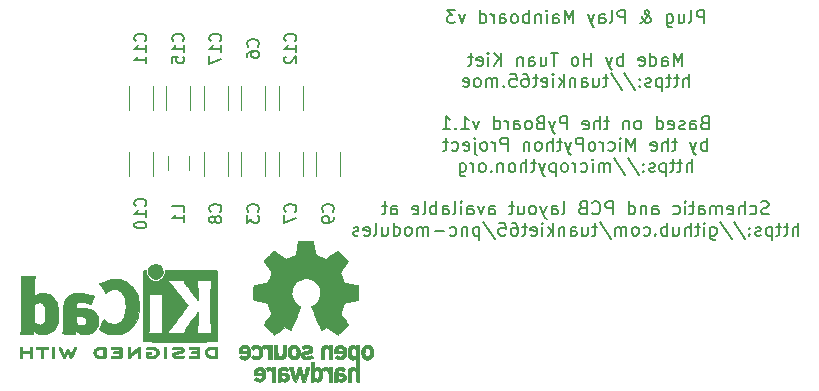
<source format=gbr>
G04 #@! TF.FileFunction,Legend,Bot*
%FSLAX46Y46*%
G04 Gerber Fmt 4.6, Leading zero omitted, Abs format (unit mm)*
G04 Created by KiCad (PCBNEW 4.0.7) date Thu Oct  5 08:26:23 2017*
%MOMM*%
%LPD*%
G01*
G04 APERTURE LIST*
%ADD10C,0.100000*%
%ADD11C,0.150000*%
%ADD12C,0.010000*%
%ADD13C,0.120000*%
G04 APERTURE END LIST*
D10*
D11*
X175942855Y-86747619D02*
X175942855Y-85647619D01*
X175523808Y-85647619D01*
X175419046Y-85700000D01*
X175366665Y-85752381D01*
X175314284Y-85857143D01*
X175314284Y-86014286D01*
X175366665Y-86119048D01*
X175419046Y-86171429D01*
X175523808Y-86223810D01*
X175942855Y-86223810D01*
X174685712Y-86747619D02*
X174790474Y-86695238D01*
X174842855Y-86590476D01*
X174842855Y-85647619D01*
X173795237Y-86014286D02*
X173795237Y-86747619D01*
X174266665Y-86014286D02*
X174266665Y-86590476D01*
X174214284Y-86695238D01*
X174109522Y-86747619D01*
X173952380Y-86747619D01*
X173847618Y-86695238D01*
X173795237Y-86642857D01*
X172799999Y-86014286D02*
X172799999Y-86904762D01*
X172852380Y-87009524D01*
X172904761Y-87061905D01*
X173009522Y-87114286D01*
X173166665Y-87114286D01*
X173271427Y-87061905D01*
X172799999Y-86695238D02*
X172904761Y-86747619D01*
X173114284Y-86747619D01*
X173219046Y-86695238D01*
X173271427Y-86642857D01*
X173323808Y-86538095D01*
X173323808Y-86223810D01*
X173271427Y-86119048D01*
X173219046Y-86066667D01*
X173114284Y-86014286D01*
X172904761Y-86014286D01*
X172799999Y-86066667D01*
X170547618Y-86747619D02*
X170599999Y-86747619D01*
X170704761Y-86695238D01*
X170861904Y-86538095D01*
X171123809Y-86223810D01*
X171228570Y-86066667D01*
X171280951Y-85909524D01*
X171280951Y-85804762D01*
X171228570Y-85700000D01*
X171123809Y-85647619D01*
X171071428Y-85647619D01*
X170966666Y-85700000D01*
X170914285Y-85804762D01*
X170914285Y-85857143D01*
X170966666Y-85961905D01*
X171019047Y-86014286D01*
X171333332Y-86223810D01*
X171385713Y-86276190D01*
X171438094Y-86380952D01*
X171438094Y-86538095D01*
X171385713Y-86642857D01*
X171333332Y-86695238D01*
X171228570Y-86747619D01*
X171071428Y-86747619D01*
X170966666Y-86695238D01*
X170914285Y-86642857D01*
X170757142Y-86433333D01*
X170704761Y-86276190D01*
X170704761Y-86171429D01*
X169238094Y-86747619D02*
X169238094Y-85647619D01*
X168819047Y-85647619D01*
X168714285Y-85700000D01*
X168661904Y-85752381D01*
X168609523Y-85857143D01*
X168609523Y-86014286D01*
X168661904Y-86119048D01*
X168714285Y-86171429D01*
X168819047Y-86223810D01*
X169238094Y-86223810D01*
X167980951Y-86747619D02*
X168085713Y-86695238D01*
X168138094Y-86590476D01*
X168138094Y-85647619D01*
X167090476Y-86747619D02*
X167090476Y-86171429D01*
X167142857Y-86066667D01*
X167247619Y-86014286D01*
X167457142Y-86014286D01*
X167561904Y-86066667D01*
X167090476Y-86695238D02*
X167195238Y-86747619D01*
X167457142Y-86747619D01*
X167561904Y-86695238D01*
X167614285Y-86590476D01*
X167614285Y-86485714D01*
X167561904Y-86380952D01*
X167457142Y-86328571D01*
X167195238Y-86328571D01*
X167090476Y-86276190D01*
X166671428Y-86014286D02*
X166409523Y-86747619D01*
X166147619Y-86014286D02*
X166409523Y-86747619D01*
X166514285Y-87009524D01*
X166566666Y-87061905D01*
X166671428Y-87114286D01*
X164890476Y-86747619D02*
X164890476Y-85647619D01*
X164523810Y-86433333D01*
X164157143Y-85647619D01*
X164157143Y-86747619D01*
X163161905Y-86747619D02*
X163161905Y-86171429D01*
X163214286Y-86066667D01*
X163319048Y-86014286D01*
X163528571Y-86014286D01*
X163633333Y-86066667D01*
X163161905Y-86695238D02*
X163266667Y-86747619D01*
X163528571Y-86747619D01*
X163633333Y-86695238D01*
X163685714Y-86590476D01*
X163685714Y-86485714D01*
X163633333Y-86380952D01*
X163528571Y-86328571D01*
X163266667Y-86328571D01*
X163161905Y-86276190D01*
X162638095Y-86747619D02*
X162638095Y-86014286D01*
X162638095Y-85647619D02*
X162690476Y-85700000D01*
X162638095Y-85752381D01*
X162585714Y-85700000D01*
X162638095Y-85647619D01*
X162638095Y-85752381D01*
X162114285Y-86014286D02*
X162114285Y-86747619D01*
X162114285Y-86119048D02*
X162061904Y-86066667D01*
X161957142Y-86014286D01*
X161800000Y-86014286D01*
X161695238Y-86066667D01*
X161642857Y-86171429D01*
X161642857Y-86747619D01*
X161119047Y-86747619D02*
X161119047Y-85647619D01*
X161119047Y-86066667D02*
X161014285Y-86014286D01*
X160804762Y-86014286D01*
X160700000Y-86066667D01*
X160647619Y-86119048D01*
X160595238Y-86223810D01*
X160595238Y-86538095D01*
X160647619Y-86642857D01*
X160700000Y-86695238D01*
X160804762Y-86747619D01*
X161014285Y-86747619D01*
X161119047Y-86695238D01*
X159966666Y-86747619D02*
X160071428Y-86695238D01*
X160123809Y-86642857D01*
X160176190Y-86538095D01*
X160176190Y-86223810D01*
X160123809Y-86119048D01*
X160071428Y-86066667D01*
X159966666Y-86014286D01*
X159809524Y-86014286D01*
X159704762Y-86066667D01*
X159652381Y-86119048D01*
X159600000Y-86223810D01*
X159600000Y-86538095D01*
X159652381Y-86642857D01*
X159704762Y-86695238D01*
X159809524Y-86747619D01*
X159966666Y-86747619D01*
X158657143Y-86747619D02*
X158657143Y-86171429D01*
X158709524Y-86066667D01*
X158814286Y-86014286D01*
X159023809Y-86014286D01*
X159128571Y-86066667D01*
X158657143Y-86695238D02*
X158761905Y-86747619D01*
X159023809Y-86747619D01*
X159128571Y-86695238D01*
X159180952Y-86590476D01*
X159180952Y-86485714D01*
X159128571Y-86380952D01*
X159023809Y-86328571D01*
X158761905Y-86328571D01*
X158657143Y-86276190D01*
X158133333Y-86747619D02*
X158133333Y-86014286D01*
X158133333Y-86223810D02*
X158080952Y-86119048D01*
X158028571Y-86066667D01*
X157923809Y-86014286D01*
X157819048Y-86014286D01*
X156980953Y-86747619D02*
X156980953Y-85647619D01*
X156980953Y-86695238D02*
X157085715Y-86747619D01*
X157295238Y-86747619D01*
X157400000Y-86695238D01*
X157452381Y-86642857D01*
X157504762Y-86538095D01*
X157504762Y-86223810D01*
X157452381Y-86119048D01*
X157400000Y-86066667D01*
X157295238Y-86014286D01*
X157085715Y-86014286D01*
X156980953Y-86066667D01*
X155723810Y-86014286D02*
X155461905Y-86747619D01*
X155200001Y-86014286D01*
X154885715Y-85647619D02*
X154204763Y-85647619D01*
X154571429Y-86066667D01*
X154414287Y-86066667D01*
X154309525Y-86119048D01*
X154257144Y-86171429D01*
X154204763Y-86276190D01*
X154204763Y-86538095D01*
X154257144Y-86642857D01*
X154309525Y-86695238D01*
X154414287Y-86747619D01*
X154728572Y-86747619D01*
X154833334Y-86695238D01*
X154885715Y-86642857D01*
X174109522Y-90347619D02*
X174109522Y-89247619D01*
X173742856Y-90033333D01*
X173376189Y-89247619D01*
X173376189Y-90347619D01*
X172380951Y-90347619D02*
X172380951Y-89771429D01*
X172433332Y-89666667D01*
X172538094Y-89614286D01*
X172747617Y-89614286D01*
X172852379Y-89666667D01*
X172380951Y-90295238D02*
X172485713Y-90347619D01*
X172747617Y-90347619D01*
X172852379Y-90295238D01*
X172904760Y-90190476D01*
X172904760Y-90085714D01*
X172852379Y-89980952D01*
X172747617Y-89928571D01*
X172485713Y-89928571D01*
X172380951Y-89876190D01*
X171385713Y-90347619D02*
X171385713Y-89247619D01*
X171385713Y-90295238D02*
X171490475Y-90347619D01*
X171699998Y-90347619D01*
X171804760Y-90295238D01*
X171857141Y-90242857D01*
X171909522Y-90138095D01*
X171909522Y-89823810D01*
X171857141Y-89719048D01*
X171804760Y-89666667D01*
X171699998Y-89614286D01*
X171490475Y-89614286D01*
X171385713Y-89666667D01*
X170442856Y-90295238D02*
X170547618Y-90347619D01*
X170757141Y-90347619D01*
X170861903Y-90295238D01*
X170914284Y-90190476D01*
X170914284Y-89771429D01*
X170861903Y-89666667D01*
X170757141Y-89614286D01*
X170547618Y-89614286D01*
X170442856Y-89666667D01*
X170390475Y-89771429D01*
X170390475Y-89876190D01*
X170914284Y-89980952D01*
X169080951Y-90347619D02*
X169080951Y-89247619D01*
X169080951Y-89666667D02*
X168976189Y-89614286D01*
X168766666Y-89614286D01*
X168661904Y-89666667D01*
X168609523Y-89719048D01*
X168557142Y-89823810D01*
X168557142Y-90138095D01*
X168609523Y-90242857D01*
X168661904Y-90295238D01*
X168766666Y-90347619D01*
X168976189Y-90347619D01*
X169080951Y-90295238D01*
X168190475Y-89614286D02*
X167928570Y-90347619D01*
X167666666Y-89614286D02*
X167928570Y-90347619D01*
X168033332Y-90609524D01*
X168085713Y-90661905D01*
X168190475Y-90714286D01*
X166409523Y-90347619D02*
X166409523Y-89247619D01*
X166409523Y-89771429D02*
X165780952Y-89771429D01*
X165780952Y-90347619D02*
X165780952Y-89247619D01*
X165099999Y-90347619D02*
X165204761Y-90295238D01*
X165257142Y-90242857D01*
X165309523Y-90138095D01*
X165309523Y-89823810D01*
X165257142Y-89719048D01*
X165204761Y-89666667D01*
X165099999Y-89614286D01*
X164942857Y-89614286D01*
X164838095Y-89666667D01*
X164785714Y-89719048D01*
X164733333Y-89823810D01*
X164733333Y-90138095D01*
X164785714Y-90242857D01*
X164838095Y-90295238D01*
X164942857Y-90347619D01*
X165099999Y-90347619D01*
X163580952Y-89247619D02*
X162952381Y-89247619D01*
X163266666Y-90347619D02*
X163266666Y-89247619D01*
X162114286Y-89614286D02*
X162114286Y-90347619D01*
X162585714Y-89614286D02*
X162585714Y-90190476D01*
X162533333Y-90295238D01*
X162428571Y-90347619D01*
X162271429Y-90347619D01*
X162166667Y-90295238D01*
X162114286Y-90242857D01*
X161119048Y-90347619D02*
X161119048Y-89771429D01*
X161171429Y-89666667D01*
X161276191Y-89614286D01*
X161485714Y-89614286D01*
X161590476Y-89666667D01*
X161119048Y-90295238D02*
X161223810Y-90347619D01*
X161485714Y-90347619D01*
X161590476Y-90295238D01*
X161642857Y-90190476D01*
X161642857Y-90085714D01*
X161590476Y-89980952D01*
X161485714Y-89928571D01*
X161223810Y-89928571D01*
X161119048Y-89876190D01*
X160595238Y-89614286D02*
X160595238Y-90347619D01*
X160595238Y-89719048D02*
X160542857Y-89666667D01*
X160438095Y-89614286D01*
X160280953Y-89614286D01*
X160176191Y-89666667D01*
X160123810Y-89771429D01*
X160123810Y-90347619D01*
X158761905Y-90347619D02*
X158761905Y-89247619D01*
X158133334Y-90347619D02*
X158604762Y-89719048D01*
X158133334Y-89247619D02*
X158761905Y-89876190D01*
X157661905Y-90347619D02*
X157661905Y-89614286D01*
X157661905Y-89247619D02*
X157714286Y-89300000D01*
X157661905Y-89352381D01*
X157609524Y-89300000D01*
X157661905Y-89247619D01*
X157661905Y-89352381D01*
X156719048Y-90295238D02*
X156823810Y-90347619D01*
X157033333Y-90347619D01*
X157138095Y-90295238D01*
X157190476Y-90190476D01*
X157190476Y-89771429D01*
X157138095Y-89666667D01*
X157033333Y-89614286D01*
X156823810Y-89614286D01*
X156719048Y-89666667D01*
X156666667Y-89771429D01*
X156666667Y-89876190D01*
X157190476Y-89980952D01*
X156352381Y-89614286D02*
X155933333Y-89614286D01*
X156195238Y-89247619D02*
X156195238Y-90190476D01*
X156142857Y-90295238D01*
X156038095Y-90347619D01*
X155933333Y-90347619D01*
X174633332Y-92147619D02*
X174633332Y-91047619D01*
X174161904Y-92147619D02*
X174161904Y-91571429D01*
X174214285Y-91466667D01*
X174319047Y-91414286D01*
X174476189Y-91414286D01*
X174580951Y-91466667D01*
X174633332Y-91519048D01*
X173795237Y-91414286D02*
X173376189Y-91414286D01*
X173638094Y-91047619D02*
X173638094Y-91990476D01*
X173585713Y-92095238D01*
X173480951Y-92147619D01*
X173376189Y-92147619D01*
X173166666Y-91414286D02*
X172747618Y-91414286D01*
X173009523Y-91047619D02*
X173009523Y-91990476D01*
X172957142Y-92095238D01*
X172852380Y-92147619D01*
X172747618Y-92147619D01*
X172380952Y-91414286D02*
X172380952Y-92514286D01*
X172380952Y-91466667D02*
X172276190Y-91414286D01*
X172066667Y-91414286D01*
X171961905Y-91466667D01*
X171909524Y-91519048D01*
X171857143Y-91623810D01*
X171857143Y-91938095D01*
X171909524Y-92042857D01*
X171961905Y-92095238D01*
X172066667Y-92147619D01*
X172276190Y-92147619D01*
X172380952Y-92095238D01*
X171438095Y-92095238D02*
X171333333Y-92147619D01*
X171123809Y-92147619D01*
X171019048Y-92095238D01*
X170966667Y-91990476D01*
X170966667Y-91938095D01*
X171019048Y-91833333D01*
X171123809Y-91780952D01*
X171280952Y-91780952D01*
X171385714Y-91728571D01*
X171438095Y-91623810D01*
X171438095Y-91571429D01*
X171385714Y-91466667D01*
X171280952Y-91414286D01*
X171123809Y-91414286D01*
X171019048Y-91466667D01*
X170495238Y-92042857D02*
X170442857Y-92095238D01*
X170495238Y-92147619D01*
X170547619Y-92095238D01*
X170495238Y-92042857D01*
X170495238Y-92147619D01*
X170495238Y-91466667D02*
X170442857Y-91519048D01*
X170495238Y-91571429D01*
X170547619Y-91519048D01*
X170495238Y-91466667D01*
X170495238Y-91571429D01*
X169185714Y-90995238D02*
X170128571Y-92409524D01*
X168033333Y-90995238D02*
X168976190Y-92409524D01*
X167823809Y-91414286D02*
X167404761Y-91414286D01*
X167666666Y-91047619D02*
X167666666Y-91990476D01*
X167614285Y-92095238D01*
X167509523Y-92147619D01*
X167404761Y-92147619D01*
X166566667Y-91414286D02*
X166566667Y-92147619D01*
X167038095Y-91414286D02*
X167038095Y-91990476D01*
X166985714Y-92095238D01*
X166880952Y-92147619D01*
X166723810Y-92147619D01*
X166619048Y-92095238D01*
X166566667Y-92042857D01*
X165571429Y-92147619D02*
X165571429Y-91571429D01*
X165623810Y-91466667D01*
X165728572Y-91414286D01*
X165938095Y-91414286D01*
X166042857Y-91466667D01*
X165571429Y-92095238D02*
X165676191Y-92147619D01*
X165938095Y-92147619D01*
X166042857Y-92095238D01*
X166095238Y-91990476D01*
X166095238Y-91885714D01*
X166042857Y-91780952D01*
X165938095Y-91728571D01*
X165676191Y-91728571D01*
X165571429Y-91676190D01*
X165047619Y-91414286D02*
X165047619Y-92147619D01*
X165047619Y-91519048D02*
X164995238Y-91466667D01*
X164890476Y-91414286D01*
X164733334Y-91414286D01*
X164628572Y-91466667D01*
X164576191Y-91571429D01*
X164576191Y-92147619D01*
X164052381Y-92147619D02*
X164052381Y-91047619D01*
X163947619Y-91728571D02*
X163633334Y-92147619D01*
X163633334Y-91414286D02*
X164052381Y-91833333D01*
X163161905Y-92147619D02*
X163161905Y-91414286D01*
X163161905Y-91047619D02*
X163214286Y-91100000D01*
X163161905Y-91152381D01*
X163109524Y-91100000D01*
X163161905Y-91047619D01*
X163161905Y-91152381D01*
X162219048Y-92095238D02*
X162323810Y-92147619D01*
X162533333Y-92147619D01*
X162638095Y-92095238D01*
X162690476Y-91990476D01*
X162690476Y-91571429D01*
X162638095Y-91466667D01*
X162533333Y-91414286D01*
X162323810Y-91414286D01*
X162219048Y-91466667D01*
X162166667Y-91571429D01*
X162166667Y-91676190D01*
X162690476Y-91780952D01*
X161852381Y-91414286D02*
X161433333Y-91414286D01*
X161695238Y-91047619D02*
X161695238Y-91990476D01*
X161642857Y-92095238D01*
X161538095Y-92147619D01*
X161433333Y-92147619D01*
X160595239Y-91047619D02*
X160804762Y-91047619D01*
X160909524Y-91100000D01*
X160961905Y-91152381D01*
X161066667Y-91309524D01*
X161119048Y-91519048D01*
X161119048Y-91938095D01*
X161066667Y-92042857D01*
X161014286Y-92095238D01*
X160909524Y-92147619D01*
X160700001Y-92147619D01*
X160595239Y-92095238D01*
X160542858Y-92042857D01*
X160490477Y-91938095D01*
X160490477Y-91676190D01*
X160542858Y-91571429D01*
X160595239Y-91519048D01*
X160700001Y-91466667D01*
X160909524Y-91466667D01*
X161014286Y-91519048D01*
X161066667Y-91571429D01*
X161119048Y-91676190D01*
X159495239Y-91047619D02*
X160019048Y-91047619D01*
X160071429Y-91571429D01*
X160019048Y-91519048D01*
X159914286Y-91466667D01*
X159652382Y-91466667D01*
X159547620Y-91519048D01*
X159495239Y-91571429D01*
X159442858Y-91676190D01*
X159442858Y-91938095D01*
X159495239Y-92042857D01*
X159547620Y-92095238D01*
X159652382Y-92147619D01*
X159914286Y-92147619D01*
X160019048Y-92095238D01*
X160071429Y-92042857D01*
X158971429Y-92042857D02*
X158919048Y-92095238D01*
X158971429Y-92147619D01*
X159023810Y-92095238D01*
X158971429Y-92042857D01*
X158971429Y-92147619D01*
X158447619Y-92147619D02*
X158447619Y-91414286D01*
X158447619Y-91519048D02*
X158395238Y-91466667D01*
X158290476Y-91414286D01*
X158133334Y-91414286D01*
X158028572Y-91466667D01*
X157976191Y-91571429D01*
X157976191Y-92147619D01*
X157976191Y-91571429D02*
X157923810Y-91466667D01*
X157819048Y-91414286D01*
X157661905Y-91414286D01*
X157557143Y-91466667D01*
X157504762Y-91571429D01*
X157504762Y-92147619D01*
X156823809Y-92147619D02*
X156928571Y-92095238D01*
X156980952Y-92042857D01*
X157033333Y-91938095D01*
X157033333Y-91623810D01*
X156980952Y-91519048D01*
X156928571Y-91466667D01*
X156823809Y-91414286D01*
X156666667Y-91414286D01*
X156561905Y-91466667D01*
X156509524Y-91519048D01*
X156457143Y-91623810D01*
X156457143Y-91938095D01*
X156509524Y-92042857D01*
X156561905Y-92095238D01*
X156666667Y-92147619D01*
X156823809Y-92147619D01*
X155566667Y-92095238D02*
X155671429Y-92147619D01*
X155880952Y-92147619D01*
X155985714Y-92095238D01*
X156038095Y-91990476D01*
X156038095Y-91571429D01*
X155985714Y-91466667D01*
X155880952Y-91414286D01*
X155671429Y-91414286D01*
X155566667Y-91466667D01*
X155514286Y-91571429D01*
X155514286Y-91676190D01*
X156038095Y-91780952D01*
X175969046Y-95171429D02*
X175811903Y-95223810D01*
X175759522Y-95276190D01*
X175707141Y-95380952D01*
X175707141Y-95538095D01*
X175759522Y-95642857D01*
X175811903Y-95695238D01*
X175916665Y-95747619D01*
X176335712Y-95747619D01*
X176335712Y-94647619D01*
X175969046Y-94647619D01*
X175864284Y-94700000D01*
X175811903Y-94752381D01*
X175759522Y-94857143D01*
X175759522Y-94961905D01*
X175811903Y-95066667D01*
X175864284Y-95119048D01*
X175969046Y-95171429D01*
X176335712Y-95171429D01*
X174764284Y-95747619D02*
X174764284Y-95171429D01*
X174816665Y-95066667D01*
X174921427Y-95014286D01*
X175130950Y-95014286D01*
X175235712Y-95066667D01*
X174764284Y-95695238D02*
X174869046Y-95747619D01*
X175130950Y-95747619D01*
X175235712Y-95695238D01*
X175288093Y-95590476D01*
X175288093Y-95485714D01*
X175235712Y-95380952D01*
X175130950Y-95328571D01*
X174869046Y-95328571D01*
X174764284Y-95276190D01*
X174292855Y-95695238D02*
X174188093Y-95747619D01*
X173978569Y-95747619D01*
X173873808Y-95695238D01*
X173821427Y-95590476D01*
X173821427Y-95538095D01*
X173873808Y-95433333D01*
X173978569Y-95380952D01*
X174135712Y-95380952D01*
X174240474Y-95328571D01*
X174292855Y-95223810D01*
X174292855Y-95171429D01*
X174240474Y-95066667D01*
X174135712Y-95014286D01*
X173978569Y-95014286D01*
X173873808Y-95066667D01*
X172930951Y-95695238D02*
X173035713Y-95747619D01*
X173245236Y-95747619D01*
X173349998Y-95695238D01*
X173402379Y-95590476D01*
X173402379Y-95171429D01*
X173349998Y-95066667D01*
X173245236Y-95014286D01*
X173035713Y-95014286D01*
X172930951Y-95066667D01*
X172878570Y-95171429D01*
X172878570Y-95276190D01*
X173402379Y-95380952D01*
X171935713Y-95747619D02*
X171935713Y-94647619D01*
X171935713Y-95695238D02*
X172040475Y-95747619D01*
X172249998Y-95747619D01*
X172354760Y-95695238D01*
X172407141Y-95642857D01*
X172459522Y-95538095D01*
X172459522Y-95223810D01*
X172407141Y-95119048D01*
X172354760Y-95066667D01*
X172249998Y-95014286D01*
X172040475Y-95014286D01*
X171935713Y-95066667D01*
X170416665Y-95747619D02*
X170521427Y-95695238D01*
X170573808Y-95642857D01*
X170626189Y-95538095D01*
X170626189Y-95223810D01*
X170573808Y-95119048D01*
X170521427Y-95066667D01*
X170416665Y-95014286D01*
X170259523Y-95014286D01*
X170154761Y-95066667D01*
X170102380Y-95119048D01*
X170049999Y-95223810D01*
X170049999Y-95538095D01*
X170102380Y-95642857D01*
X170154761Y-95695238D01*
X170259523Y-95747619D01*
X170416665Y-95747619D01*
X169578570Y-95014286D02*
X169578570Y-95747619D01*
X169578570Y-95119048D02*
X169526189Y-95066667D01*
X169421427Y-95014286D01*
X169264285Y-95014286D01*
X169159523Y-95066667D01*
X169107142Y-95171429D01*
X169107142Y-95747619D01*
X167902380Y-95014286D02*
X167483332Y-95014286D01*
X167745237Y-94647619D02*
X167745237Y-95590476D01*
X167692856Y-95695238D01*
X167588094Y-95747619D01*
X167483332Y-95747619D01*
X167116666Y-95747619D02*
X167116666Y-94647619D01*
X166645238Y-95747619D02*
X166645238Y-95171429D01*
X166697619Y-95066667D01*
X166802381Y-95014286D01*
X166959523Y-95014286D01*
X167064285Y-95066667D01*
X167116666Y-95119048D01*
X165702381Y-95695238D02*
X165807143Y-95747619D01*
X166016666Y-95747619D01*
X166121428Y-95695238D01*
X166173809Y-95590476D01*
X166173809Y-95171429D01*
X166121428Y-95066667D01*
X166016666Y-95014286D01*
X165807143Y-95014286D01*
X165702381Y-95066667D01*
X165650000Y-95171429D01*
X165650000Y-95276190D01*
X166173809Y-95380952D01*
X164340476Y-95747619D02*
X164340476Y-94647619D01*
X163921429Y-94647619D01*
X163816667Y-94700000D01*
X163764286Y-94752381D01*
X163711905Y-94857143D01*
X163711905Y-95014286D01*
X163764286Y-95119048D01*
X163816667Y-95171429D01*
X163921429Y-95223810D01*
X164340476Y-95223810D01*
X163345238Y-95014286D02*
X163083333Y-95747619D01*
X162821429Y-95014286D02*
X163083333Y-95747619D01*
X163188095Y-96009524D01*
X163240476Y-96061905D01*
X163345238Y-96114286D01*
X162035715Y-95171429D02*
X161878572Y-95223810D01*
X161826191Y-95276190D01*
X161773810Y-95380952D01*
X161773810Y-95538095D01*
X161826191Y-95642857D01*
X161878572Y-95695238D01*
X161983334Y-95747619D01*
X162402381Y-95747619D01*
X162402381Y-94647619D01*
X162035715Y-94647619D01*
X161930953Y-94700000D01*
X161878572Y-94752381D01*
X161826191Y-94857143D01*
X161826191Y-94961905D01*
X161878572Y-95066667D01*
X161930953Y-95119048D01*
X162035715Y-95171429D01*
X162402381Y-95171429D01*
X161145238Y-95747619D02*
X161250000Y-95695238D01*
X161302381Y-95642857D01*
X161354762Y-95538095D01*
X161354762Y-95223810D01*
X161302381Y-95119048D01*
X161250000Y-95066667D01*
X161145238Y-95014286D01*
X160988096Y-95014286D01*
X160883334Y-95066667D01*
X160830953Y-95119048D01*
X160778572Y-95223810D01*
X160778572Y-95538095D01*
X160830953Y-95642857D01*
X160883334Y-95695238D01*
X160988096Y-95747619D01*
X161145238Y-95747619D01*
X159835715Y-95747619D02*
X159835715Y-95171429D01*
X159888096Y-95066667D01*
X159992858Y-95014286D01*
X160202381Y-95014286D01*
X160307143Y-95066667D01*
X159835715Y-95695238D02*
X159940477Y-95747619D01*
X160202381Y-95747619D01*
X160307143Y-95695238D01*
X160359524Y-95590476D01*
X160359524Y-95485714D01*
X160307143Y-95380952D01*
X160202381Y-95328571D01*
X159940477Y-95328571D01*
X159835715Y-95276190D01*
X159311905Y-95747619D02*
X159311905Y-95014286D01*
X159311905Y-95223810D02*
X159259524Y-95119048D01*
X159207143Y-95066667D01*
X159102381Y-95014286D01*
X158997620Y-95014286D01*
X158159525Y-95747619D02*
X158159525Y-94647619D01*
X158159525Y-95695238D02*
X158264287Y-95747619D01*
X158473810Y-95747619D01*
X158578572Y-95695238D01*
X158630953Y-95642857D01*
X158683334Y-95538095D01*
X158683334Y-95223810D01*
X158630953Y-95119048D01*
X158578572Y-95066667D01*
X158473810Y-95014286D01*
X158264287Y-95014286D01*
X158159525Y-95066667D01*
X156902382Y-95014286D02*
X156640477Y-95747619D01*
X156378573Y-95014286D01*
X155383335Y-95747619D02*
X156011906Y-95747619D01*
X155697620Y-95747619D02*
X155697620Y-94647619D01*
X155802382Y-94804762D01*
X155907144Y-94909524D01*
X156011906Y-94961905D01*
X154911906Y-95642857D02*
X154859525Y-95695238D01*
X154911906Y-95747619D01*
X154964287Y-95695238D01*
X154911906Y-95642857D01*
X154911906Y-95747619D01*
X153811906Y-95747619D02*
X154440477Y-95747619D01*
X154126191Y-95747619D02*
X154126191Y-94647619D01*
X154230953Y-94804762D01*
X154335715Y-94909524D01*
X154440477Y-94961905D01*
X176178569Y-97547619D02*
X176178569Y-96447619D01*
X176178569Y-96866667D02*
X176073807Y-96814286D01*
X175864284Y-96814286D01*
X175759522Y-96866667D01*
X175707141Y-96919048D01*
X175654760Y-97023810D01*
X175654760Y-97338095D01*
X175707141Y-97442857D01*
X175759522Y-97495238D01*
X175864284Y-97547619D01*
X176073807Y-97547619D01*
X176178569Y-97495238D01*
X175288093Y-96814286D02*
X175026188Y-97547619D01*
X174764284Y-96814286D02*
X175026188Y-97547619D01*
X175130950Y-97809524D01*
X175183331Y-97861905D01*
X175288093Y-97914286D01*
X173664284Y-96814286D02*
X173245236Y-96814286D01*
X173507141Y-96447619D02*
X173507141Y-97390476D01*
X173454760Y-97495238D01*
X173349998Y-97547619D01*
X173245236Y-97547619D01*
X172878570Y-97547619D02*
X172878570Y-96447619D01*
X172407142Y-97547619D02*
X172407142Y-96971429D01*
X172459523Y-96866667D01*
X172564285Y-96814286D01*
X172721427Y-96814286D01*
X172826189Y-96866667D01*
X172878570Y-96919048D01*
X171464285Y-97495238D02*
X171569047Y-97547619D01*
X171778570Y-97547619D01*
X171883332Y-97495238D01*
X171935713Y-97390476D01*
X171935713Y-96971429D01*
X171883332Y-96866667D01*
X171778570Y-96814286D01*
X171569047Y-96814286D01*
X171464285Y-96866667D01*
X171411904Y-96971429D01*
X171411904Y-97076190D01*
X171935713Y-97180952D01*
X170102380Y-97547619D02*
X170102380Y-96447619D01*
X169735714Y-97233333D01*
X169369047Y-96447619D01*
X169369047Y-97547619D01*
X168845237Y-97547619D02*
X168845237Y-96814286D01*
X168845237Y-96447619D02*
X168897618Y-96500000D01*
X168845237Y-96552381D01*
X168792856Y-96500000D01*
X168845237Y-96447619D01*
X168845237Y-96552381D01*
X167849999Y-97495238D02*
X167954761Y-97547619D01*
X168164284Y-97547619D01*
X168269046Y-97495238D01*
X168321427Y-97442857D01*
X168373808Y-97338095D01*
X168373808Y-97023810D01*
X168321427Y-96919048D01*
X168269046Y-96866667D01*
X168164284Y-96814286D01*
X167954761Y-96814286D01*
X167849999Y-96866667D01*
X167378570Y-97547619D02*
X167378570Y-96814286D01*
X167378570Y-97023810D02*
X167326189Y-96919048D01*
X167273808Y-96866667D01*
X167169046Y-96814286D01*
X167064285Y-96814286D01*
X166540475Y-97547619D02*
X166645237Y-97495238D01*
X166697618Y-97442857D01*
X166749999Y-97338095D01*
X166749999Y-97023810D01*
X166697618Y-96919048D01*
X166645237Y-96866667D01*
X166540475Y-96814286D01*
X166383333Y-96814286D01*
X166278571Y-96866667D01*
X166226190Y-96919048D01*
X166173809Y-97023810D01*
X166173809Y-97338095D01*
X166226190Y-97442857D01*
X166278571Y-97495238D01*
X166383333Y-97547619D01*
X166540475Y-97547619D01*
X165702380Y-97547619D02*
X165702380Y-96447619D01*
X165283333Y-96447619D01*
X165178571Y-96500000D01*
X165126190Y-96552381D01*
X165073809Y-96657143D01*
X165073809Y-96814286D01*
X165126190Y-96919048D01*
X165178571Y-96971429D01*
X165283333Y-97023810D01*
X165702380Y-97023810D01*
X164707142Y-96814286D02*
X164445237Y-97547619D01*
X164183333Y-96814286D02*
X164445237Y-97547619D01*
X164549999Y-97809524D01*
X164602380Y-97861905D01*
X164707142Y-97914286D01*
X163921428Y-96814286D02*
X163502380Y-96814286D01*
X163764285Y-96447619D02*
X163764285Y-97390476D01*
X163711904Y-97495238D01*
X163607142Y-97547619D01*
X163502380Y-97547619D01*
X163135714Y-97547619D02*
X163135714Y-96447619D01*
X162664286Y-97547619D02*
X162664286Y-96971429D01*
X162716667Y-96866667D01*
X162821429Y-96814286D01*
X162978571Y-96814286D01*
X163083333Y-96866667D01*
X163135714Y-96919048D01*
X161983333Y-97547619D02*
X162088095Y-97495238D01*
X162140476Y-97442857D01*
X162192857Y-97338095D01*
X162192857Y-97023810D01*
X162140476Y-96919048D01*
X162088095Y-96866667D01*
X161983333Y-96814286D01*
X161826191Y-96814286D01*
X161721429Y-96866667D01*
X161669048Y-96919048D01*
X161616667Y-97023810D01*
X161616667Y-97338095D01*
X161669048Y-97442857D01*
X161721429Y-97495238D01*
X161826191Y-97547619D01*
X161983333Y-97547619D01*
X161145238Y-96814286D02*
X161145238Y-97547619D01*
X161145238Y-96919048D02*
X161092857Y-96866667D01*
X160988095Y-96814286D01*
X160830953Y-96814286D01*
X160726191Y-96866667D01*
X160673810Y-96971429D01*
X160673810Y-97547619D01*
X159311905Y-97547619D02*
X159311905Y-96447619D01*
X158892858Y-96447619D01*
X158788096Y-96500000D01*
X158735715Y-96552381D01*
X158683334Y-96657143D01*
X158683334Y-96814286D01*
X158735715Y-96919048D01*
X158788096Y-96971429D01*
X158892858Y-97023810D01*
X159311905Y-97023810D01*
X158211905Y-97547619D02*
X158211905Y-96814286D01*
X158211905Y-97023810D02*
X158159524Y-96919048D01*
X158107143Y-96866667D01*
X158002381Y-96814286D01*
X157897620Y-96814286D01*
X157373810Y-97547619D02*
X157478572Y-97495238D01*
X157530953Y-97442857D01*
X157583334Y-97338095D01*
X157583334Y-97023810D01*
X157530953Y-96919048D01*
X157478572Y-96866667D01*
X157373810Y-96814286D01*
X157216668Y-96814286D01*
X157111906Y-96866667D01*
X157059525Y-96919048D01*
X157007144Y-97023810D01*
X157007144Y-97338095D01*
X157059525Y-97442857D01*
X157111906Y-97495238D01*
X157216668Y-97547619D01*
X157373810Y-97547619D01*
X156535715Y-96814286D02*
X156535715Y-97757143D01*
X156588096Y-97861905D01*
X156692858Y-97914286D01*
X156745239Y-97914286D01*
X156535715Y-96447619D02*
X156588096Y-96500000D01*
X156535715Y-96552381D01*
X156483334Y-96500000D01*
X156535715Y-96447619D01*
X156535715Y-96552381D01*
X155592858Y-97495238D02*
X155697620Y-97547619D01*
X155907143Y-97547619D01*
X156011905Y-97495238D01*
X156064286Y-97390476D01*
X156064286Y-96971429D01*
X156011905Y-96866667D01*
X155907143Y-96814286D01*
X155697620Y-96814286D01*
X155592858Y-96866667D01*
X155540477Y-96971429D01*
X155540477Y-97076190D01*
X156064286Y-97180952D01*
X154597620Y-97495238D02*
X154702382Y-97547619D01*
X154911905Y-97547619D01*
X155016667Y-97495238D01*
X155069048Y-97442857D01*
X155121429Y-97338095D01*
X155121429Y-97023810D01*
X155069048Y-96919048D01*
X155016667Y-96866667D01*
X154911905Y-96814286D01*
X154702382Y-96814286D01*
X154597620Y-96866667D01*
X154283334Y-96814286D02*
X153864286Y-96814286D01*
X154126191Y-96447619D02*
X154126191Y-97390476D01*
X154073810Y-97495238D01*
X153969048Y-97547619D01*
X153864286Y-97547619D01*
X174947618Y-99347619D02*
X174947618Y-98247619D01*
X174476190Y-99347619D02*
X174476190Y-98771429D01*
X174528571Y-98666667D01*
X174633333Y-98614286D01*
X174790475Y-98614286D01*
X174895237Y-98666667D01*
X174947618Y-98719048D01*
X174109523Y-98614286D02*
X173690475Y-98614286D01*
X173952380Y-98247619D02*
X173952380Y-99190476D01*
X173899999Y-99295238D01*
X173795237Y-99347619D01*
X173690475Y-99347619D01*
X173480952Y-98614286D02*
X173061904Y-98614286D01*
X173323809Y-98247619D02*
X173323809Y-99190476D01*
X173271428Y-99295238D01*
X173166666Y-99347619D01*
X173061904Y-99347619D01*
X172695238Y-98614286D02*
X172695238Y-99714286D01*
X172695238Y-98666667D02*
X172590476Y-98614286D01*
X172380953Y-98614286D01*
X172276191Y-98666667D01*
X172223810Y-98719048D01*
X172171429Y-98823810D01*
X172171429Y-99138095D01*
X172223810Y-99242857D01*
X172276191Y-99295238D01*
X172380953Y-99347619D01*
X172590476Y-99347619D01*
X172695238Y-99295238D01*
X171752381Y-99295238D02*
X171647619Y-99347619D01*
X171438095Y-99347619D01*
X171333334Y-99295238D01*
X171280953Y-99190476D01*
X171280953Y-99138095D01*
X171333334Y-99033333D01*
X171438095Y-98980952D01*
X171595238Y-98980952D01*
X171700000Y-98928571D01*
X171752381Y-98823810D01*
X171752381Y-98771429D01*
X171700000Y-98666667D01*
X171595238Y-98614286D01*
X171438095Y-98614286D01*
X171333334Y-98666667D01*
X170809524Y-99242857D02*
X170757143Y-99295238D01*
X170809524Y-99347619D01*
X170861905Y-99295238D01*
X170809524Y-99242857D01*
X170809524Y-99347619D01*
X170809524Y-98666667D02*
X170757143Y-98719048D01*
X170809524Y-98771429D01*
X170861905Y-98719048D01*
X170809524Y-98666667D01*
X170809524Y-98771429D01*
X169500000Y-98195238D02*
X170442857Y-99609524D01*
X168347619Y-98195238D02*
X169290476Y-99609524D01*
X167980952Y-99347619D02*
X167980952Y-98614286D01*
X167980952Y-98719048D02*
X167928571Y-98666667D01*
X167823809Y-98614286D01*
X167666667Y-98614286D01*
X167561905Y-98666667D01*
X167509524Y-98771429D01*
X167509524Y-99347619D01*
X167509524Y-98771429D02*
X167457143Y-98666667D01*
X167352381Y-98614286D01*
X167195238Y-98614286D01*
X167090476Y-98666667D01*
X167038095Y-98771429D01*
X167038095Y-99347619D01*
X166514285Y-99347619D02*
X166514285Y-98614286D01*
X166514285Y-98247619D02*
X166566666Y-98300000D01*
X166514285Y-98352381D01*
X166461904Y-98300000D01*
X166514285Y-98247619D01*
X166514285Y-98352381D01*
X165519047Y-99295238D02*
X165623809Y-99347619D01*
X165833332Y-99347619D01*
X165938094Y-99295238D01*
X165990475Y-99242857D01*
X166042856Y-99138095D01*
X166042856Y-98823810D01*
X165990475Y-98719048D01*
X165938094Y-98666667D01*
X165833332Y-98614286D01*
X165623809Y-98614286D01*
X165519047Y-98666667D01*
X165047618Y-99347619D02*
X165047618Y-98614286D01*
X165047618Y-98823810D02*
X164995237Y-98719048D01*
X164942856Y-98666667D01*
X164838094Y-98614286D01*
X164733333Y-98614286D01*
X164209523Y-99347619D02*
X164314285Y-99295238D01*
X164366666Y-99242857D01*
X164419047Y-99138095D01*
X164419047Y-98823810D01*
X164366666Y-98719048D01*
X164314285Y-98666667D01*
X164209523Y-98614286D01*
X164052381Y-98614286D01*
X163947619Y-98666667D01*
X163895238Y-98719048D01*
X163842857Y-98823810D01*
X163842857Y-99138095D01*
X163895238Y-99242857D01*
X163947619Y-99295238D01*
X164052381Y-99347619D01*
X164209523Y-99347619D01*
X163371428Y-98614286D02*
X163371428Y-99714286D01*
X163371428Y-98666667D02*
X163266666Y-98614286D01*
X163057143Y-98614286D01*
X162952381Y-98666667D01*
X162900000Y-98719048D01*
X162847619Y-98823810D01*
X162847619Y-99138095D01*
X162900000Y-99242857D01*
X162952381Y-99295238D01*
X163057143Y-99347619D01*
X163266666Y-99347619D01*
X163371428Y-99295238D01*
X162480952Y-98614286D02*
X162219047Y-99347619D01*
X161957143Y-98614286D02*
X162219047Y-99347619D01*
X162323809Y-99609524D01*
X162376190Y-99661905D01*
X162480952Y-99714286D01*
X161695238Y-98614286D02*
X161276190Y-98614286D01*
X161538095Y-98247619D02*
X161538095Y-99190476D01*
X161485714Y-99295238D01*
X161380952Y-99347619D01*
X161276190Y-99347619D01*
X160909524Y-99347619D02*
X160909524Y-98247619D01*
X160438096Y-99347619D02*
X160438096Y-98771429D01*
X160490477Y-98666667D01*
X160595239Y-98614286D01*
X160752381Y-98614286D01*
X160857143Y-98666667D01*
X160909524Y-98719048D01*
X159757143Y-99347619D02*
X159861905Y-99295238D01*
X159914286Y-99242857D01*
X159966667Y-99138095D01*
X159966667Y-98823810D01*
X159914286Y-98719048D01*
X159861905Y-98666667D01*
X159757143Y-98614286D01*
X159600001Y-98614286D01*
X159495239Y-98666667D01*
X159442858Y-98719048D01*
X159390477Y-98823810D01*
X159390477Y-99138095D01*
X159442858Y-99242857D01*
X159495239Y-99295238D01*
X159600001Y-99347619D01*
X159757143Y-99347619D01*
X158919048Y-98614286D02*
X158919048Y-99347619D01*
X158919048Y-98719048D02*
X158866667Y-98666667D01*
X158761905Y-98614286D01*
X158604763Y-98614286D01*
X158500001Y-98666667D01*
X158447620Y-98771429D01*
X158447620Y-99347619D01*
X157923810Y-99242857D02*
X157871429Y-99295238D01*
X157923810Y-99347619D01*
X157976191Y-99295238D01*
X157923810Y-99242857D01*
X157923810Y-99347619D01*
X157242857Y-99347619D02*
X157347619Y-99295238D01*
X157400000Y-99242857D01*
X157452381Y-99138095D01*
X157452381Y-98823810D01*
X157400000Y-98719048D01*
X157347619Y-98666667D01*
X157242857Y-98614286D01*
X157085715Y-98614286D01*
X156980953Y-98666667D01*
X156928572Y-98719048D01*
X156876191Y-98823810D01*
X156876191Y-99138095D01*
X156928572Y-99242857D01*
X156980953Y-99295238D01*
X157085715Y-99347619D01*
X157242857Y-99347619D01*
X156404762Y-99347619D02*
X156404762Y-98614286D01*
X156404762Y-98823810D02*
X156352381Y-98719048D01*
X156300000Y-98666667D01*
X156195238Y-98614286D01*
X156090477Y-98614286D01*
X155252382Y-98614286D02*
X155252382Y-99504762D01*
X155304763Y-99609524D01*
X155357144Y-99661905D01*
X155461905Y-99714286D01*
X155619048Y-99714286D01*
X155723810Y-99661905D01*
X155252382Y-99295238D02*
X155357144Y-99347619D01*
X155566667Y-99347619D01*
X155671429Y-99295238D01*
X155723810Y-99242857D01*
X155776191Y-99138095D01*
X155776191Y-98823810D01*
X155723810Y-98719048D01*
X155671429Y-98666667D01*
X155566667Y-98614286D01*
X155357144Y-98614286D01*
X155252382Y-98666667D01*
X181416664Y-102895238D02*
X181259521Y-102947619D01*
X180997617Y-102947619D01*
X180892855Y-102895238D01*
X180840474Y-102842857D01*
X180788093Y-102738095D01*
X180788093Y-102633333D01*
X180840474Y-102528571D01*
X180892855Y-102476190D01*
X180997617Y-102423810D01*
X181207140Y-102371429D01*
X181311902Y-102319048D01*
X181364283Y-102266667D01*
X181416664Y-102161905D01*
X181416664Y-102057143D01*
X181364283Y-101952381D01*
X181311902Y-101900000D01*
X181207140Y-101847619D01*
X180945236Y-101847619D01*
X180788093Y-101900000D01*
X179845236Y-102895238D02*
X179949998Y-102947619D01*
X180159521Y-102947619D01*
X180264283Y-102895238D01*
X180316664Y-102842857D01*
X180369045Y-102738095D01*
X180369045Y-102423810D01*
X180316664Y-102319048D01*
X180264283Y-102266667D01*
X180159521Y-102214286D01*
X179949998Y-102214286D01*
X179845236Y-102266667D01*
X179373807Y-102947619D02*
X179373807Y-101847619D01*
X178902379Y-102947619D02*
X178902379Y-102371429D01*
X178954760Y-102266667D01*
X179059522Y-102214286D01*
X179216664Y-102214286D01*
X179321426Y-102266667D01*
X179373807Y-102319048D01*
X177959522Y-102895238D02*
X178064284Y-102947619D01*
X178273807Y-102947619D01*
X178378569Y-102895238D01*
X178430950Y-102790476D01*
X178430950Y-102371429D01*
X178378569Y-102266667D01*
X178273807Y-102214286D01*
X178064284Y-102214286D01*
X177959522Y-102266667D01*
X177907141Y-102371429D01*
X177907141Y-102476190D01*
X178430950Y-102580952D01*
X177435712Y-102947619D02*
X177435712Y-102214286D01*
X177435712Y-102319048D02*
X177383331Y-102266667D01*
X177278569Y-102214286D01*
X177121427Y-102214286D01*
X177016665Y-102266667D01*
X176964284Y-102371429D01*
X176964284Y-102947619D01*
X176964284Y-102371429D02*
X176911903Y-102266667D01*
X176807141Y-102214286D01*
X176649998Y-102214286D01*
X176545236Y-102266667D01*
X176492855Y-102371429D01*
X176492855Y-102947619D01*
X175497617Y-102947619D02*
X175497617Y-102371429D01*
X175549998Y-102266667D01*
X175654760Y-102214286D01*
X175864283Y-102214286D01*
X175969045Y-102266667D01*
X175497617Y-102895238D02*
X175602379Y-102947619D01*
X175864283Y-102947619D01*
X175969045Y-102895238D01*
X176021426Y-102790476D01*
X176021426Y-102685714D01*
X175969045Y-102580952D01*
X175864283Y-102528571D01*
X175602379Y-102528571D01*
X175497617Y-102476190D01*
X175130950Y-102214286D02*
X174711902Y-102214286D01*
X174973807Y-101847619D02*
X174973807Y-102790476D01*
X174921426Y-102895238D01*
X174816664Y-102947619D01*
X174711902Y-102947619D01*
X174345236Y-102947619D02*
X174345236Y-102214286D01*
X174345236Y-101847619D02*
X174397617Y-101900000D01*
X174345236Y-101952381D01*
X174292855Y-101900000D01*
X174345236Y-101847619D01*
X174345236Y-101952381D01*
X173349998Y-102895238D02*
X173454760Y-102947619D01*
X173664283Y-102947619D01*
X173769045Y-102895238D01*
X173821426Y-102842857D01*
X173873807Y-102738095D01*
X173873807Y-102423810D01*
X173821426Y-102319048D01*
X173769045Y-102266667D01*
X173664283Y-102214286D01*
X173454760Y-102214286D01*
X173349998Y-102266667D01*
X171569046Y-102947619D02*
X171569046Y-102371429D01*
X171621427Y-102266667D01*
X171726189Y-102214286D01*
X171935712Y-102214286D01*
X172040474Y-102266667D01*
X171569046Y-102895238D02*
X171673808Y-102947619D01*
X171935712Y-102947619D01*
X172040474Y-102895238D01*
X172092855Y-102790476D01*
X172092855Y-102685714D01*
X172040474Y-102580952D01*
X171935712Y-102528571D01*
X171673808Y-102528571D01*
X171569046Y-102476190D01*
X171045236Y-102214286D02*
X171045236Y-102947619D01*
X171045236Y-102319048D02*
X170992855Y-102266667D01*
X170888093Y-102214286D01*
X170730951Y-102214286D01*
X170626189Y-102266667D01*
X170573808Y-102371429D01*
X170573808Y-102947619D01*
X169578570Y-102947619D02*
X169578570Y-101847619D01*
X169578570Y-102895238D02*
X169683332Y-102947619D01*
X169892855Y-102947619D01*
X169997617Y-102895238D01*
X170049998Y-102842857D01*
X170102379Y-102738095D01*
X170102379Y-102423810D01*
X170049998Y-102319048D01*
X169997617Y-102266667D01*
X169892855Y-102214286D01*
X169683332Y-102214286D01*
X169578570Y-102266667D01*
X168216665Y-102947619D02*
X168216665Y-101847619D01*
X167797618Y-101847619D01*
X167692856Y-101900000D01*
X167640475Y-101952381D01*
X167588094Y-102057143D01*
X167588094Y-102214286D01*
X167640475Y-102319048D01*
X167692856Y-102371429D01*
X167797618Y-102423810D01*
X168216665Y-102423810D01*
X166488094Y-102842857D02*
X166540475Y-102895238D01*
X166697618Y-102947619D01*
X166802380Y-102947619D01*
X166959522Y-102895238D01*
X167064284Y-102790476D01*
X167116665Y-102685714D01*
X167169046Y-102476190D01*
X167169046Y-102319048D01*
X167116665Y-102109524D01*
X167064284Y-102004762D01*
X166959522Y-101900000D01*
X166802380Y-101847619D01*
X166697618Y-101847619D01*
X166540475Y-101900000D01*
X166488094Y-101952381D01*
X165649999Y-102371429D02*
X165492856Y-102423810D01*
X165440475Y-102476190D01*
X165388094Y-102580952D01*
X165388094Y-102738095D01*
X165440475Y-102842857D01*
X165492856Y-102895238D01*
X165597618Y-102947619D01*
X166016665Y-102947619D01*
X166016665Y-101847619D01*
X165649999Y-101847619D01*
X165545237Y-101900000D01*
X165492856Y-101952381D01*
X165440475Y-102057143D01*
X165440475Y-102161905D01*
X165492856Y-102266667D01*
X165545237Y-102319048D01*
X165649999Y-102371429D01*
X166016665Y-102371429D01*
X163921427Y-102947619D02*
X164026189Y-102895238D01*
X164078570Y-102790476D01*
X164078570Y-101847619D01*
X163030952Y-102947619D02*
X163030952Y-102371429D01*
X163083333Y-102266667D01*
X163188095Y-102214286D01*
X163397618Y-102214286D01*
X163502380Y-102266667D01*
X163030952Y-102895238D02*
X163135714Y-102947619D01*
X163397618Y-102947619D01*
X163502380Y-102895238D01*
X163554761Y-102790476D01*
X163554761Y-102685714D01*
X163502380Y-102580952D01*
X163397618Y-102528571D01*
X163135714Y-102528571D01*
X163030952Y-102476190D01*
X162611904Y-102214286D02*
X162349999Y-102947619D01*
X162088095Y-102214286D02*
X162349999Y-102947619D01*
X162454761Y-103209524D01*
X162507142Y-103261905D01*
X162611904Y-103314286D01*
X161511904Y-102947619D02*
X161616666Y-102895238D01*
X161669047Y-102842857D01*
X161721428Y-102738095D01*
X161721428Y-102423810D01*
X161669047Y-102319048D01*
X161616666Y-102266667D01*
X161511904Y-102214286D01*
X161354762Y-102214286D01*
X161250000Y-102266667D01*
X161197619Y-102319048D01*
X161145238Y-102423810D01*
X161145238Y-102738095D01*
X161197619Y-102842857D01*
X161250000Y-102895238D01*
X161354762Y-102947619D01*
X161511904Y-102947619D01*
X160202381Y-102214286D02*
X160202381Y-102947619D01*
X160673809Y-102214286D02*
X160673809Y-102790476D01*
X160621428Y-102895238D01*
X160516666Y-102947619D01*
X160359524Y-102947619D01*
X160254762Y-102895238D01*
X160202381Y-102842857D01*
X159835714Y-102214286D02*
X159416666Y-102214286D01*
X159678571Y-101847619D02*
X159678571Y-102790476D01*
X159626190Y-102895238D01*
X159521428Y-102947619D01*
X159416666Y-102947619D01*
X157740477Y-102947619D02*
X157740477Y-102371429D01*
X157792858Y-102266667D01*
X157897620Y-102214286D01*
X158107143Y-102214286D01*
X158211905Y-102266667D01*
X157740477Y-102895238D02*
X157845239Y-102947619D01*
X158107143Y-102947619D01*
X158211905Y-102895238D01*
X158264286Y-102790476D01*
X158264286Y-102685714D01*
X158211905Y-102580952D01*
X158107143Y-102528571D01*
X157845239Y-102528571D01*
X157740477Y-102476190D01*
X157321429Y-102214286D02*
X157059524Y-102947619D01*
X156797620Y-102214286D01*
X155907144Y-102947619D02*
X155907144Y-102371429D01*
X155959525Y-102266667D01*
X156064287Y-102214286D01*
X156273810Y-102214286D01*
X156378572Y-102266667D01*
X155907144Y-102895238D02*
X156011906Y-102947619D01*
X156273810Y-102947619D01*
X156378572Y-102895238D01*
X156430953Y-102790476D01*
X156430953Y-102685714D01*
X156378572Y-102580952D01*
X156273810Y-102528571D01*
X156011906Y-102528571D01*
X155907144Y-102476190D01*
X155383334Y-102947619D02*
X155383334Y-102214286D01*
X155383334Y-101847619D02*
X155435715Y-101900000D01*
X155383334Y-101952381D01*
X155330953Y-101900000D01*
X155383334Y-101847619D01*
X155383334Y-101952381D01*
X154702381Y-102947619D02*
X154807143Y-102895238D01*
X154859524Y-102790476D01*
X154859524Y-101847619D01*
X153811906Y-102947619D02*
X153811906Y-102371429D01*
X153864287Y-102266667D01*
X153969049Y-102214286D01*
X154178572Y-102214286D01*
X154283334Y-102266667D01*
X153811906Y-102895238D02*
X153916668Y-102947619D01*
X154178572Y-102947619D01*
X154283334Y-102895238D01*
X154335715Y-102790476D01*
X154335715Y-102685714D01*
X154283334Y-102580952D01*
X154178572Y-102528571D01*
X153916668Y-102528571D01*
X153811906Y-102476190D01*
X153288096Y-102947619D02*
X153288096Y-101847619D01*
X153288096Y-102266667D02*
X153183334Y-102214286D01*
X152973811Y-102214286D01*
X152869049Y-102266667D01*
X152816668Y-102319048D01*
X152764287Y-102423810D01*
X152764287Y-102738095D01*
X152816668Y-102842857D01*
X152869049Y-102895238D01*
X152973811Y-102947619D01*
X153183334Y-102947619D01*
X153288096Y-102895238D01*
X152135715Y-102947619D02*
X152240477Y-102895238D01*
X152292858Y-102790476D01*
X152292858Y-101847619D01*
X151297621Y-102895238D02*
X151402383Y-102947619D01*
X151611906Y-102947619D01*
X151716668Y-102895238D01*
X151769049Y-102790476D01*
X151769049Y-102371429D01*
X151716668Y-102266667D01*
X151611906Y-102214286D01*
X151402383Y-102214286D01*
X151297621Y-102266667D01*
X151245240Y-102371429D01*
X151245240Y-102476190D01*
X151769049Y-102580952D01*
X149464288Y-102947619D02*
X149464288Y-102371429D01*
X149516669Y-102266667D01*
X149621431Y-102214286D01*
X149830954Y-102214286D01*
X149935716Y-102266667D01*
X149464288Y-102895238D02*
X149569050Y-102947619D01*
X149830954Y-102947619D01*
X149935716Y-102895238D01*
X149988097Y-102790476D01*
X149988097Y-102685714D01*
X149935716Y-102580952D01*
X149830954Y-102528571D01*
X149569050Y-102528571D01*
X149464288Y-102476190D01*
X149097621Y-102214286D02*
X148678573Y-102214286D01*
X148940478Y-101847619D02*
X148940478Y-102790476D01*
X148888097Y-102895238D01*
X148783335Y-102947619D01*
X148678573Y-102947619D01*
X183930951Y-104747619D02*
X183930951Y-103647619D01*
X183459523Y-104747619D02*
X183459523Y-104171429D01*
X183511904Y-104066667D01*
X183616666Y-104014286D01*
X183773808Y-104014286D01*
X183878570Y-104066667D01*
X183930951Y-104119048D01*
X183092856Y-104014286D02*
X182673808Y-104014286D01*
X182935713Y-103647619D02*
X182935713Y-104590476D01*
X182883332Y-104695238D01*
X182778570Y-104747619D01*
X182673808Y-104747619D01*
X182464285Y-104014286D02*
X182045237Y-104014286D01*
X182307142Y-103647619D02*
X182307142Y-104590476D01*
X182254761Y-104695238D01*
X182149999Y-104747619D01*
X182045237Y-104747619D01*
X181678571Y-104014286D02*
X181678571Y-105114286D01*
X181678571Y-104066667D02*
X181573809Y-104014286D01*
X181364286Y-104014286D01*
X181259524Y-104066667D01*
X181207143Y-104119048D01*
X181154762Y-104223810D01*
X181154762Y-104538095D01*
X181207143Y-104642857D01*
X181259524Y-104695238D01*
X181364286Y-104747619D01*
X181573809Y-104747619D01*
X181678571Y-104695238D01*
X180735714Y-104695238D02*
X180630952Y-104747619D01*
X180421428Y-104747619D01*
X180316667Y-104695238D01*
X180264286Y-104590476D01*
X180264286Y-104538095D01*
X180316667Y-104433333D01*
X180421428Y-104380952D01*
X180578571Y-104380952D01*
X180683333Y-104328571D01*
X180735714Y-104223810D01*
X180735714Y-104171429D01*
X180683333Y-104066667D01*
X180578571Y-104014286D01*
X180421428Y-104014286D01*
X180316667Y-104066667D01*
X179792857Y-104642857D02*
X179740476Y-104695238D01*
X179792857Y-104747619D01*
X179845238Y-104695238D01*
X179792857Y-104642857D01*
X179792857Y-104747619D01*
X179792857Y-104066667D02*
X179740476Y-104119048D01*
X179792857Y-104171429D01*
X179845238Y-104119048D01*
X179792857Y-104066667D01*
X179792857Y-104171429D01*
X178483333Y-103595238D02*
X179426190Y-105009524D01*
X177330952Y-103595238D02*
X178273809Y-105009524D01*
X176492857Y-104014286D02*
X176492857Y-104904762D01*
X176545238Y-105009524D01*
X176597619Y-105061905D01*
X176702380Y-105114286D01*
X176859523Y-105114286D01*
X176964285Y-105061905D01*
X176492857Y-104695238D02*
X176597619Y-104747619D01*
X176807142Y-104747619D01*
X176911904Y-104695238D01*
X176964285Y-104642857D01*
X177016666Y-104538095D01*
X177016666Y-104223810D01*
X176964285Y-104119048D01*
X176911904Y-104066667D01*
X176807142Y-104014286D01*
X176597619Y-104014286D01*
X176492857Y-104066667D01*
X175969047Y-104747619D02*
X175969047Y-104014286D01*
X175969047Y-103647619D02*
X176021428Y-103700000D01*
X175969047Y-103752381D01*
X175916666Y-103700000D01*
X175969047Y-103647619D01*
X175969047Y-103752381D01*
X175602380Y-104014286D02*
X175183332Y-104014286D01*
X175445237Y-103647619D02*
X175445237Y-104590476D01*
X175392856Y-104695238D01*
X175288094Y-104747619D01*
X175183332Y-104747619D01*
X174816666Y-104747619D02*
X174816666Y-103647619D01*
X174345238Y-104747619D02*
X174345238Y-104171429D01*
X174397619Y-104066667D01*
X174502381Y-104014286D01*
X174659523Y-104014286D01*
X174764285Y-104066667D01*
X174816666Y-104119048D01*
X173350000Y-104014286D02*
X173350000Y-104747619D01*
X173821428Y-104014286D02*
X173821428Y-104590476D01*
X173769047Y-104695238D01*
X173664285Y-104747619D01*
X173507143Y-104747619D01*
X173402381Y-104695238D01*
X173350000Y-104642857D01*
X172826190Y-104747619D02*
X172826190Y-103647619D01*
X172826190Y-104066667D02*
X172721428Y-104014286D01*
X172511905Y-104014286D01*
X172407143Y-104066667D01*
X172354762Y-104119048D01*
X172302381Y-104223810D01*
X172302381Y-104538095D01*
X172354762Y-104642857D01*
X172407143Y-104695238D01*
X172511905Y-104747619D01*
X172721428Y-104747619D01*
X172826190Y-104695238D01*
X171830952Y-104642857D02*
X171778571Y-104695238D01*
X171830952Y-104747619D01*
X171883333Y-104695238D01*
X171830952Y-104642857D01*
X171830952Y-104747619D01*
X170835714Y-104695238D02*
X170940476Y-104747619D01*
X171149999Y-104747619D01*
X171254761Y-104695238D01*
X171307142Y-104642857D01*
X171359523Y-104538095D01*
X171359523Y-104223810D01*
X171307142Y-104119048D01*
X171254761Y-104066667D01*
X171149999Y-104014286D01*
X170940476Y-104014286D01*
X170835714Y-104066667D01*
X170207142Y-104747619D02*
X170311904Y-104695238D01*
X170364285Y-104642857D01*
X170416666Y-104538095D01*
X170416666Y-104223810D01*
X170364285Y-104119048D01*
X170311904Y-104066667D01*
X170207142Y-104014286D01*
X170050000Y-104014286D01*
X169945238Y-104066667D01*
X169892857Y-104119048D01*
X169840476Y-104223810D01*
X169840476Y-104538095D01*
X169892857Y-104642857D01*
X169945238Y-104695238D01*
X170050000Y-104747619D01*
X170207142Y-104747619D01*
X169369047Y-104747619D02*
X169369047Y-104014286D01*
X169369047Y-104119048D02*
X169316666Y-104066667D01*
X169211904Y-104014286D01*
X169054762Y-104014286D01*
X168950000Y-104066667D01*
X168897619Y-104171429D01*
X168897619Y-104747619D01*
X168897619Y-104171429D02*
X168845238Y-104066667D01*
X168740476Y-104014286D01*
X168583333Y-104014286D01*
X168478571Y-104066667D01*
X168426190Y-104171429D01*
X168426190Y-104747619D01*
X167116666Y-103595238D02*
X168059523Y-105009524D01*
X166907142Y-104014286D02*
X166488094Y-104014286D01*
X166749999Y-103647619D02*
X166749999Y-104590476D01*
X166697618Y-104695238D01*
X166592856Y-104747619D01*
X166488094Y-104747619D01*
X165650000Y-104014286D02*
X165650000Y-104747619D01*
X166121428Y-104014286D02*
X166121428Y-104590476D01*
X166069047Y-104695238D01*
X165964285Y-104747619D01*
X165807143Y-104747619D01*
X165702381Y-104695238D01*
X165650000Y-104642857D01*
X164654762Y-104747619D02*
X164654762Y-104171429D01*
X164707143Y-104066667D01*
X164811905Y-104014286D01*
X165021428Y-104014286D01*
X165126190Y-104066667D01*
X164654762Y-104695238D02*
X164759524Y-104747619D01*
X165021428Y-104747619D01*
X165126190Y-104695238D01*
X165178571Y-104590476D01*
X165178571Y-104485714D01*
X165126190Y-104380952D01*
X165021428Y-104328571D01*
X164759524Y-104328571D01*
X164654762Y-104276190D01*
X164130952Y-104014286D02*
X164130952Y-104747619D01*
X164130952Y-104119048D02*
X164078571Y-104066667D01*
X163973809Y-104014286D01*
X163816667Y-104014286D01*
X163711905Y-104066667D01*
X163659524Y-104171429D01*
X163659524Y-104747619D01*
X163135714Y-104747619D02*
X163135714Y-103647619D01*
X163030952Y-104328571D02*
X162716667Y-104747619D01*
X162716667Y-104014286D02*
X163135714Y-104433333D01*
X162245238Y-104747619D02*
X162245238Y-104014286D01*
X162245238Y-103647619D02*
X162297619Y-103700000D01*
X162245238Y-103752381D01*
X162192857Y-103700000D01*
X162245238Y-103647619D01*
X162245238Y-103752381D01*
X161302381Y-104695238D02*
X161407143Y-104747619D01*
X161616666Y-104747619D01*
X161721428Y-104695238D01*
X161773809Y-104590476D01*
X161773809Y-104171429D01*
X161721428Y-104066667D01*
X161616666Y-104014286D01*
X161407143Y-104014286D01*
X161302381Y-104066667D01*
X161250000Y-104171429D01*
X161250000Y-104276190D01*
X161773809Y-104380952D01*
X160935714Y-104014286D02*
X160516666Y-104014286D01*
X160778571Y-103647619D02*
X160778571Y-104590476D01*
X160726190Y-104695238D01*
X160621428Y-104747619D01*
X160516666Y-104747619D01*
X159678572Y-103647619D02*
X159888095Y-103647619D01*
X159992857Y-103700000D01*
X160045238Y-103752381D01*
X160150000Y-103909524D01*
X160202381Y-104119048D01*
X160202381Y-104538095D01*
X160150000Y-104642857D01*
X160097619Y-104695238D01*
X159992857Y-104747619D01*
X159783334Y-104747619D01*
X159678572Y-104695238D01*
X159626191Y-104642857D01*
X159573810Y-104538095D01*
X159573810Y-104276190D01*
X159626191Y-104171429D01*
X159678572Y-104119048D01*
X159783334Y-104066667D01*
X159992857Y-104066667D01*
X160097619Y-104119048D01*
X160150000Y-104171429D01*
X160202381Y-104276190D01*
X158578572Y-103647619D02*
X159102381Y-103647619D01*
X159154762Y-104171429D01*
X159102381Y-104119048D01*
X158997619Y-104066667D01*
X158735715Y-104066667D01*
X158630953Y-104119048D01*
X158578572Y-104171429D01*
X158526191Y-104276190D01*
X158526191Y-104538095D01*
X158578572Y-104642857D01*
X158630953Y-104695238D01*
X158735715Y-104747619D01*
X158997619Y-104747619D01*
X159102381Y-104695238D01*
X159154762Y-104642857D01*
X157269048Y-103595238D02*
X158211905Y-105009524D01*
X156902381Y-104014286D02*
X156902381Y-105114286D01*
X156902381Y-104066667D02*
X156797619Y-104014286D01*
X156588096Y-104014286D01*
X156483334Y-104066667D01*
X156430953Y-104119048D01*
X156378572Y-104223810D01*
X156378572Y-104538095D01*
X156430953Y-104642857D01*
X156483334Y-104695238D01*
X156588096Y-104747619D01*
X156797619Y-104747619D01*
X156902381Y-104695238D01*
X155907143Y-104014286D02*
X155907143Y-104747619D01*
X155907143Y-104119048D02*
X155854762Y-104066667D01*
X155750000Y-104014286D01*
X155592858Y-104014286D01*
X155488096Y-104066667D01*
X155435715Y-104171429D01*
X155435715Y-104747619D01*
X154440477Y-104695238D02*
X154545239Y-104747619D01*
X154754762Y-104747619D01*
X154859524Y-104695238D01*
X154911905Y-104642857D01*
X154964286Y-104538095D01*
X154964286Y-104223810D01*
X154911905Y-104119048D01*
X154859524Y-104066667D01*
X154754762Y-104014286D01*
X154545239Y-104014286D01*
X154440477Y-104066667D01*
X153969048Y-104328571D02*
X153130953Y-104328571D01*
X152607143Y-104747619D02*
X152607143Y-104014286D01*
X152607143Y-104119048D02*
X152554762Y-104066667D01*
X152450000Y-104014286D01*
X152292858Y-104014286D01*
X152188096Y-104066667D01*
X152135715Y-104171429D01*
X152135715Y-104747619D01*
X152135715Y-104171429D02*
X152083334Y-104066667D01*
X151978572Y-104014286D01*
X151821429Y-104014286D01*
X151716667Y-104066667D01*
X151664286Y-104171429D01*
X151664286Y-104747619D01*
X150983333Y-104747619D02*
X151088095Y-104695238D01*
X151140476Y-104642857D01*
X151192857Y-104538095D01*
X151192857Y-104223810D01*
X151140476Y-104119048D01*
X151088095Y-104066667D01*
X150983333Y-104014286D01*
X150826191Y-104014286D01*
X150721429Y-104066667D01*
X150669048Y-104119048D01*
X150616667Y-104223810D01*
X150616667Y-104538095D01*
X150669048Y-104642857D01*
X150721429Y-104695238D01*
X150826191Y-104747619D01*
X150983333Y-104747619D01*
X149673810Y-104747619D02*
X149673810Y-103647619D01*
X149673810Y-104695238D02*
X149778572Y-104747619D01*
X149988095Y-104747619D01*
X150092857Y-104695238D01*
X150145238Y-104642857D01*
X150197619Y-104538095D01*
X150197619Y-104223810D01*
X150145238Y-104119048D01*
X150092857Y-104066667D01*
X149988095Y-104014286D01*
X149778572Y-104014286D01*
X149673810Y-104066667D01*
X148678572Y-104014286D02*
X148678572Y-104747619D01*
X149150000Y-104014286D02*
X149150000Y-104590476D01*
X149097619Y-104695238D01*
X148992857Y-104747619D01*
X148835715Y-104747619D01*
X148730953Y-104695238D01*
X148678572Y-104642857D01*
X147997619Y-104747619D02*
X148102381Y-104695238D01*
X148154762Y-104590476D01*
X148154762Y-103647619D01*
X147159525Y-104695238D02*
X147264287Y-104747619D01*
X147473810Y-104747619D01*
X147578572Y-104695238D01*
X147630953Y-104590476D01*
X147630953Y-104171429D01*
X147578572Y-104066667D01*
X147473810Y-104014286D01*
X147264287Y-104014286D01*
X147159525Y-104066667D01*
X147107144Y-104171429D01*
X147107144Y-104276190D01*
X147630953Y-104380952D01*
X146688096Y-104695238D02*
X146583334Y-104747619D01*
X146373810Y-104747619D01*
X146269049Y-104695238D01*
X146216668Y-104590476D01*
X146216668Y-104538095D01*
X146269049Y-104433333D01*
X146373810Y-104380952D01*
X146530953Y-104380952D01*
X146635715Y-104328571D01*
X146688096Y-104223810D01*
X146688096Y-104171429D01*
X146635715Y-104066667D01*
X146530953Y-104014286D01*
X146373810Y-104014286D01*
X146269049Y-104066667D01*
D12*
G36*
X146020091Y-114034560D02*
X145967588Y-114060499D01*
X145902842Y-114105700D01*
X145855653Y-114154991D01*
X145823335Y-114216885D01*
X145803203Y-114299896D01*
X145792570Y-114412538D01*
X145788753Y-114563324D01*
X145788530Y-114628149D01*
X145789182Y-114770221D01*
X145791888Y-114871757D01*
X145797776Y-114942015D01*
X145807973Y-114990256D01*
X145823606Y-115025738D01*
X145839872Y-115049943D01*
X145943705Y-115152929D01*
X146065979Y-115214874D01*
X146197886Y-115233506D01*
X146330616Y-115206549D01*
X146372667Y-115187486D01*
X146473334Y-115135015D01*
X146473334Y-115957259D01*
X146399865Y-115919267D01*
X146303059Y-115889872D01*
X146184072Y-115882342D01*
X146065255Y-115896245D01*
X145975527Y-115927476D01*
X145901101Y-115986954D01*
X145837510Y-116072066D01*
X145832729Y-116080805D01*
X145812563Y-116121966D01*
X145797835Y-116163454D01*
X145787697Y-116213713D01*
X145781301Y-116281184D01*
X145777799Y-116374309D01*
X145776342Y-116501531D01*
X145776079Y-116644701D01*
X145776079Y-117101471D01*
X146050000Y-117101471D01*
X146050000Y-116259231D01*
X146126617Y-116194763D01*
X146206207Y-116143194D01*
X146281578Y-116133818D01*
X146357367Y-116157947D01*
X146397759Y-116181574D01*
X146427821Y-116215227D01*
X146449203Y-116266087D01*
X146463550Y-116341334D01*
X146472510Y-116448146D01*
X146477730Y-116593704D01*
X146479569Y-116690588D01*
X146485785Y-117089020D01*
X146616520Y-117096547D01*
X146747255Y-117104073D01*
X146747255Y-114631582D01*
X146473334Y-114631582D01*
X146466350Y-114769423D01*
X146442818Y-114865107D01*
X146398865Y-114924641D01*
X146330618Y-114954029D01*
X146261667Y-114959902D01*
X146183614Y-114953154D01*
X146131811Y-114926594D01*
X146099417Y-114891499D01*
X146073916Y-114853752D01*
X146058735Y-114811700D01*
X146051981Y-114752779D01*
X146051759Y-114664428D01*
X146054032Y-114590448D01*
X146059251Y-114479000D01*
X146067021Y-114405833D01*
X146080105Y-114359422D01*
X146101268Y-114328244D01*
X146121240Y-114310223D01*
X146204686Y-114270925D01*
X146303449Y-114264579D01*
X146360159Y-114278116D01*
X146416308Y-114326233D01*
X146453501Y-114419833D01*
X146471528Y-114558254D01*
X146473334Y-114631582D01*
X146747255Y-114631582D01*
X146747255Y-114013628D01*
X146610295Y-114013628D01*
X146528065Y-114016879D01*
X146485640Y-114028426D01*
X146473339Y-114050952D01*
X146473334Y-114051620D01*
X146467626Y-114073681D01*
X146442453Y-114071176D01*
X146392402Y-114046935D01*
X146275781Y-114009851D01*
X146144571Y-114005953D01*
X146020091Y-114034560D01*
X146020091Y-114034560D01*
G37*
X146020091Y-114034560D02*
X145967588Y-114060499D01*
X145902842Y-114105700D01*
X145855653Y-114154991D01*
X145823335Y-114216885D01*
X145803203Y-114299896D01*
X145792570Y-114412538D01*
X145788753Y-114563324D01*
X145788530Y-114628149D01*
X145789182Y-114770221D01*
X145791888Y-114871757D01*
X145797776Y-114942015D01*
X145807973Y-114990256D01*
X145823606Y-115025738D01*
X145839872Y-115049943D01*
X145943705Y-115152929D01*
X146065979Y-115214874D01*
X146197886Y-115233506D01*
X146330616Y-115206549D01*
X146372667Y-115187486D01*
X146473334Y-115135015D01*
X146473334Y-115957259D01*
X146399865Y-115919267D01*
X146303059Y-115889872D01*
X146184072Y-115882342D01*
X146065255Y-115896245D01*
X145975527Y-115927476D01*
X145901101Y-115986954D01*
X145837510Y-116072066D01*
X145832729Y-116080805D01*
X145812563Y-116121966D01*
X145797835Y-116163454D01*
X145787697Y-116213713D01*
X145781301Y-116281184D01*
X145777799Y-116374309D01*
X145776342Y-116501531D01*
X145776079Y-116644701D01*
X145776079Y-117101471D01*
X146050000Y-117101471D01*
X146050000Y-116259231D01*
X146126617Y-116194763D01*
X146206207Y-116143194D01*
X146281578Y-116133818D01*
X146357367Y-116157947D01*
X146397759Y-116181574D01*
X146427821Y-116215227D01*
X146449203Y-116266087D01*
X146463550Y-116341334D01*
X146472510Y-116448146D01*
X146477730Y-116593704D01*
X146479569Y-116690588D01*
X146485785Y-117089020D01*
X146616520Y-117096547D01*
X146747255Y-117104073D01*
X146747255Y-114631582D01*
X146473334Y-114631582D01*
X146466350Y-114769423D01*
X146442818Y-114865107D01*
X146398865Y-114924641D01*
X146330618Y-114954029D01*
X146261667Y-114959902D01*
X146183614Y-114953154D01*
X146131811Y-114926594D01*
X146099417Y-114891499D01*
X146073916Y-114853752D01*
X146058735Y-114811700D01*
X146051981Y-114752779D01*
X146051759Y-114664428D01*
X146054032Y-114590448D01*
X146059251Y-114479000D01*
X146067021Y-114405833D01*
X146080105Y-114359422D01*
X146101268Y-114328244D01*
X146121240Y-114310223D01*
X146204686Y-114270925D01*
X146303449Y-114264579D01*
X146360159Y-114278116D01*
X146416308Y-114326233D01*
X146453501Y-114419833D01*
X146471528Y-114558254D01*
X146473334Y-114631582D01*
X146747255Y-114631582D01*
X146747255Y-114013628D01*
X146610295Y-114013628D01*
X146528065Y-114016879D01*
X146485640Y-114028426D01*
X146473339Y-114050952D01*
X146473334Y-114051620D01*
X146467626Y-114073681D01*
X146442453Y-114071176D01*
X146392402Y-114046935D01*
X146275781Y-114009851D01*
X146144571Y-114005953D01*
X146020091Y-114034560D01*
G36*
X144981280Y-115890922D02*
X144864130Y-115922180D01*
X144774949Y-115978837D01*
X144712016Y-116053045D01*
X144692452Y-116084716D01*
X144678008Y-116117891D01*
X144667911Y-116160329D01*
X144661385Y-116219788D01*
X144657658Y-116304029D01*
X144655954Y-116420810D01*
X144655500Y-116577890D01*
X144655491Y-116619565D01*
X144655491Y-117101471D01*
X144775020Y-117101471D01*
X144851261Y-117096131D01*
X144907634Y-117082604D01*
X144921758Y-117074262D01*
X144960370Y-117059864D01*
X144999808Y-117074262D01*
X145064738Y-117092237D01*
X145159055Y-117099472D01*
X145263593Y-117096333D01*
X145359189Y-117083186D01*
X145415000Y-117066318D01*
X145523002Y-116996986D01*
X145590497Y-116900772D01*
X145620841Y-116772844D01*
X145621123Y-116769559D01*
X145618460Y-116712808D01*
X145377647Y-116712808D01*
X145356595Y-116777358D01*
X145322303Y-116813686D01*
X145253468Y-116841162D01*
X145162610Y-116852129D01*
X145069958Y-116846731D01*
X144995744Y-116825110D01*
X144974951Y-116811239D01*
X144938619Y-116747143D01*
X144929412Y-116674278D01*
X144929412Y-116578530D01*
X145067173Y-116578530D01*
X145198047Y-116588605D01*
X145297259Y-116617148D01*
X145358977Y-116661639D01*
X145377647Y-116712808D01*
X145618460Y-116712808D01*
X145614564Y-116629790D01*
X145568466Y-116519282D01*
X145481800Y-116435712D01*
X145469821Y-116428110D01*
X145418345Y-116403357D01*
X145354632Y-116388368D01*
X145265565Y-116381082D01*
X145159755Y-116379407D01*
X144929412Y-116379314D01*
X144929412Y-116282755D01*
X144939183Y-116207836D01*
X144964116Y-116157644D01*
X144967035Y-116154972D01*
X145022519Y-116133015D01*
X145106273Y-116124505D01*
X145198833Y-116128687D01*
X145280730Y-116144809D01*
X145329327Y-116168990D01*
X145355659Y-116188359D01*
X145383465Y-116192057D01*
X145421839Y-116176188D01*
X145479875Y-116136855D01*
X145566669Y-116070164D01*
X145574635Y-116063916D01*
X145570553Y-116040800D01*
X145536499Y-116002352D01*
X145484740Y-115959627D01*
X145427545Y-115923679D01*
X145409575Y-115915191D01*
X145344028Y-115898252D01*
X145247980Y-115886170D01*
X145140671Y-115881323D01*
X145135653Y-115881313D01*
X144981280Y-115890922D01*
X144981280Y-115890922D01*
G37*
X144981280Y-115890922D02*
X144864130Y-115922180D01*
X144774949Y-115978837D01*
X144712016Y-116053045D01*
X144692452Y-116084716D01*
X144678008Y-116117891D01*
X144667911Y-116160329D01*
X144661385Y-116219788D01*
X144657658Y-116304029D01*
X144655954Y-116420810D01*
X144655500Y-116577890D01*
X144655491Y-116619565D01*
X144655491Y-117101471D01*
X144775020Y-117101471D01*
X144851261Y-117096131D01*
X144907634Y-117082604D01*
X144921758Y-117074262D01*
X144960370Y-117059864D01*
X144999808Y-117074262D01*
X145064738Y-117092237D01*
X145159055Y-117099472D01*
X145263593Y-117096333D01*
X145359189Y-117083186D01*
X145415000Y-117066318D01*
X145523002Y-116996986D01*
X145590497Y-116900772D01*
X145620841Y-116772844D01*
X145621123Y-116769559D01*
X145618460Y-116712808D01*
X145377647Y-116712808D01*
X145356595Y-116777358D01*
X145322303Y-116813686D01*
X145253468Y-116841162D01*
X145162610Y-116852129D01*
X145069958Y-116846731D01*
X144995744Y-116825110D01*
X144974951Y-116811239D01*
X144938619Y-116747143D01*
X144929412Y-116674278D01*
X144929412Y-116578530D01*
X145067173Y-116578530D01*
X145198047Y-116588605D01*
X145297259Y-116617148D01*
X145358977Y-116661639D01*
X145377647Y-116712808D01*
X145618460Y-116712808D01*
X145614564Y-116629790D01*
X145568466Y-116519282D01*
X145481800Y-116435712D01*
X145469821Y-116428110D01*
X145418345Y-116403357D01*
X145354632Y-116388368D01*
X145265565Y-116381082D01*
X145159755Y-116379407D01*
X144929412Y-116379314D01*
X144929412Y-116282755D01*
X144939183Y-116207836D01*
X144964116Y-116157644D01*
X144967035Y-116154972D01*
X145022519Y-116133015D01*
X145106273Y-116124505D01*
X145198833Y-116128687D01*
X145280730Y-116144809D01*
X145329327Y-116168990D01*
X145355659Y-116188359D01*
X145383465Y-116192057D01*
X145421839Y-116176188D01*
X145479875Y-116136855D01*
X145566669Y-116070164D01*
X145574635Y-116063916D01*
X145570553Y-116040800D01*
X145536499Y-116002352D01*
X145484740Y-115959627D01*
X145427545Y-115923679D01*
X145409575Y-115915191D01*
X145344028Y-115898252D01*
X145247980Y-115886170D01*
X145140671Y-115881323D01*
X145135653Y-115881313D01*
X144981280Y-115890922D01*
G36*
X144207236Y-115883921D02*
X144169970Y-115895091D01*
X144157957Y-115919633D01*
X144157451Y-115930712D01*
X144155296Y-115961572D01*
X144140449Y-115966417D01*
X144100343Y-115945260D01*
X144076520Y-115930806D01*
X144001362Y-115899850D01*
X143911594Y-115884544D01*
X143817471Y-115883367D01*
X143729246Y-115894799D01*
X143657174Y-115917320D01*
X143611508Y-115949409D01*
X143602502Y-115989545D01*
X143607047Y-116000415D01*
X143640179Y-116045534D01*
X143691555Y-116101026D01*
X143700848Y-116109996D01*
X143749818Y-116151245D01*
X143792069Y-116164572D01*
X143851159Y-116155271D01*
X143874831Y-116149090D01*
X143948496Y-116134246D01*
X144000290Y-116140921D01*
X144044031Y-116164465D01*
X144084098Y-116196061D01*
X144113608Y-116235798D01*
X144134116Y-116291252D01*
X144147176Y-116370003D01*
X144154344Y-116479629D01*
X144157176Y-116627706D01*
X144157451Y-116717111D01*
X144157451Y-117101471D01*
X144406471Y-117101471D01*
X144406471Y-115881275D01*
X144281961Y-115881275D01*
X144207236Y-115883921D01*
X144207236Y-115883921D01*
G37*
X144207236Y-115883921D02*
X144169970Y-115895091D01*
X144157957Y-115919633D01*
X144157451Y-115930712D01*
X144155296Y-115961572D01*
X144140449Y-115966417D01*
X144100343Y-115945260D01*
X144076520Y-115930806D01*
X144001362Y-115899850D01*
X143911594Y-115884544D01*
X143817471Y-115883367D01*
X143729246Y-115894799D01*
X143657174Y-115917320D01*
X143611508Y-115949409D01*
X143602502Y-115989545D01*
X143607047Y-116000415D01*
X143640179Y-116045534D01*
X143691555Y-116101026D01*
X143700848Y-116109996D01*
X143749818Y-116151245D01*
X143792069Y-116164572D01*
X143851159Y-116155271D01*
X143874831Y-116149090D01*
X143948496Y-116134246D01*
X144000290Y-116140921D01*
X144044031Y-116164465D01*
X144084098Y-116196061D01*
X144113608Y-116235798D01*
X144134116Y-116291252D01*
X144147176Y-116370003D01*
X144154344Y-116479629D01*
X144157176Y-116627706D01*
X144157451Y-116717111D01*
X144157451Y-117101471D01*
X144406471Y-117101471D01*
X144406471Y-115881275D01*
X144281961Y-115881275D01*
X144207236Y-115883921D01*
G36*
X142638432Y-117101471D02*
X142775393Y-117101471D01*
X142854889Y-117099140D01*
X142896292Y-117089488D01*
X142911199Y-117068525D01*
X142912353Y-117054351D01*
X142914867Y-117025927D01*
X142930720Y-117020475D01*
X142972379Y-117037998D01*
X143004776Y-117054351D01*
X143129151Y-117093103D01*
X143264354Y-117095346D01*
X143374274Y-117066444D01*
X143476634Y-116996619D01*
X143554660Y-116893555D01*
X143597386Y-116771989D01*
X143598474Y-116765192D01*
X143604822Y-116691032D01*
X143607979Y-116584570D01*
X143607725Y-116504052D01*
X143335711Y-116504052D01*
X143329410Y-116611070D01*
X143315075Y-116699278D01*
X143295669Y-116749090D01*
X143222254Y-116817162D01*
X143135086Y-116841564D01*
X143045196Y-116821831D01*
X142968383Y-116762968D01*
X142939292Y-116723379D01*
X142922283Y-116676138D01*
X142914316Y-116607181D01*
X142912353Y-116503607D01*
X142915866Y-116401039D01*
X142925143Y-116310921D01*
X142938294Y-116250613D01*
X142940486Y-116245208D01*
X142993522Y-116180940D01*
X143070933Y-116145656D01*
X143157546Y-116139959D01*
X143238193Y-116164453D01*
X143297703Y-116219742D01*
X143303876Y-116230743D01*
X143323199Y-116297827D01*
X143333726Y-116394284D01*
X143335711Y-116504052D01*
X143607725Y-116504052D01*
X143607596Y-116463225D01*
X143605806Y-116397918D01*
X143593627Y-116236355D01*
X143568315Y-116115053D01*
X143526207Y-116025379D01*
X143463641Y-115958699D01*
X143402900Y-115919557D01*
X143318036Y-115892040D01*
X143212485Y-115882603D01*
X143104402Y-115890290D01*
X143011942Y-115914146D01*
X142963090Y-115942685D01*
X142912353Y-115988601D01*
X142912353Y-115408137D01*
X142638432Y-115408137D01*
X142638432Y-117101471D01*
X142638432Y-117101471D01*
G37*
X142638432Y-117101471D02*
X142775393Y-117101471D01*
X142854889Y-117099140D01*
X142896292Y-117089488D01*
X142911199Y-117068525D01*
X142912353Y-117054351D01*
X142914867Y-117025927D01*
X142930720Y-117020475D01*
X142972379Y-117037998D01*
X143004776Y-117054351D01*
X143129151Y-117093103D01*
X143264354Y-117095346D01*
X143374274Y-117066444D01*
X143476634Y-116996619D01*
X143554660Y-116893555D01*
X143597386Y-116771989D01*
X143598474Y-116765192D01*
X143604822Y-116691032D01*
X143607979Y-116584570D01*
X143607725Y-116504052D01*
X143335711Y-116504052D01*
X143329410Y-116611070D01*
X143315075Y-116699278D01*
X143295669Y-116749090D01*
X143222254Y-116817162D01*
X143135086Y-116841564D01*
X143045196Y-116821831D01*
X142968383Y-116762968D01*
X142939292Y-116723379D01*
X142922283Y-116676138D01*
X142914316Y-116607181D01*
X142912353Y-116503607D01*
X142915866Y-116401039D01*
X142925143Y-116310921D01*
X142938294Y-116250613D01*
X142940486Y-116245208D01*
X142993522Y-116180940D01*
X143070933Y-116145656D01*
X143157546Y-116139959D01*
X143238193Y-116164453D01*
X143297703Y-116219742D01*
X143303876Y-116230743D01*
X143323199Y-116297827D01*
X143333726Y-116394284D01*
X143335711Y-116504052D01*
X143607725Y-116504052D01*
X143607596Y-116463225D01*
X143605806Y-116397918D01*
X143593627Y-116236355D01*
X143568315Y-116115053D01*
X143526207Y-116025379D01*
X143463641Y-115958699D01*
X143402900Y-115919557D01*
X143318036Y-115892040D01*
X143212485Y-115882603D01*
X143104402Y-115890290D01*
X143011942Y-115914146D01*
X142963090Y-115942685D01*
X142912353Y-115988601D01*
X142912353Y-115408137D01*
X142638432Y-115408137D01*
X142638432Y-117101471D01*
G36*
X141682472Y-115886332D02*
X141583986Y-115893726D01*
X141455224Y-116279706D01*
X141326463Y-116665686D01*
X141286089Y-116528726D01*
X141261793Y-116444083D01*
X141229833Y-116329697D01*
X141195321Y-116203963D01*
X141177072Y-116136520D01*
X141108429Y-115881275D01*
X140825227Y-115881275D01*
X140909878Y-116148971D01*
X140951565Y-116280638D01*
X141001926Y-116439458D01*
X141054519Y-116605128D01*
X141101470Y-116752843D01*
X141208411Y-117089020D01*
X141439339Y-117104044D01*
X141501950Y-116897316D01*
X141540562Y-116768896D01*
X141582700Y-116627322D01*
X141619528Y-116502285D01*
X141620982Y-116497309D01*
X141648489Y-116412586D01*
X141672758Y-116354778D01*
X141689757Y-116332918D01*
X141693250Y-116335446D01*
X141705510Y-116369336D01*
X141728805Y-116441930D01*
X141760300Y-116544101D01*
X141797158Y-116666720D01*
X141817101Y-116734167D01*
X141925105Y-117101471D01*
X142154321Y-117101471D01*
X142337561Y-116522500D01*
X142389037Y-116360091D01*
X142435930Y-116212602D01*
X142476023Y-116086960D01*
X142507103Y-115990095D01*
X142526955Y-115928934D01*
X142532989Y-115911065D01*
X142528212Y-115892768D01*
X142490703Y-115884755D01*
X142412645Y-115885557D01*
X142400426Y-115886163D01*
X142255674Y-115893726D01*
X142160870Y-116242353D01*
X142126023Y-116369497D01*
X142094883Y-116481265D01*
X142070191Y-116567953D01*
X142054688Y-116619856D01*
X142051824Y-116628318D01*
X142039954Y-116618587D01*
X142016017Y-116568172D01*
X141982761Y-116483935D01*
X141942936Y-116372741D01*
X141909270Y-116272297D01*
X141780959Y-115878939D01*
X141682472Y-115886332D01*
X141682472Y-115886332D01*
G37*
X141682472Y-115886332D02*
X141583986Y-115893726D01*
X141455224Y-116279706D01*
X141326463Y-116665686D01*
X141286089Y-116528726D01*
X141261793Y-116444083D01*
X141229833Y-116329697D01*
X141195321Y-116203963D01*
X141177072Y-116136520D01*
X141108429Y-115881275D01*
X140825227Y-115881275D01*
X140909878Y-116148971D01*
X140951565Y-116280638D01*
X141001926Y-116439458D01*
X141054519Y-116605128D01*
X141101470Y-116752843D01*
X141208411Y-117089020D01*
X141439339Y-117104044D01*
X141501950Y-116897316D01*
X141540562Y-116768896D01*
X141582700Y-116627322D01*
X141619528Y-116502285D01*
X141620982Y-116497309D01*
X141648489Y-116412586D01*
X141672758Y-116354778D01*
X141689757Y-116332918D01*
X141693250Y-116335446D01*
X141705510Y-116369336D01*
X141728805Y-116441930D01*
X141760300Y-116544101D01*
X141797158Y-116666720D01*
X141817101Y-116734167D01*
X141925105Y-117101471D01*
X142154321Y-117101471D01*
X142337561Y-116522500D01*
X142389037Y-116360091D01*
X142435930Y-116212602D01*
X142476023Y-116086960D01*
X142507103Y-115990095D01*
X142526955Y-115928934D01*
X142532989Y-115911065D01*
X142528212Y-115892768D01*
X142490703Y-115884755D01*
X142412645Y-115885557D01*
X142400426Y-115886163D01*
X142255674Y-115893726D01*
X142160870Y-116242353D01*
X142126023Y-116369497D01*
X142094883Y-116481265D01*
X142070191Y-116567953D01*
X142054688Y-116619856D01*
X142051824Y-116628318D01*
X142039954Y-116618587D01*
X142016017Y-116568172D01*
X141982761Y-116483935D01*
X141942936Y-116372741D01*
X141909270Y-116272297D01*
X141780959Y-115878939D01*
X141682472Y-115886332D01*
G36*
X140183541Y-115888669D02*
X140078580Y-115914163D01*
X140048239Y-115927669D01*
X139989427Y-115963046D01*
X139944291Y-116002890D01*
X139910894Y-116054120D01*
X139887299Y-116123654D01*
X139871567Y-116218409D01*
X139861761Y-116345305D01*
X139855943Y-116511258D01*
X139853734Y-116622108D01*
X139845604Y-117101471D01*
X139984469Y-117101471D01*
X140068713Y-117097938D01*
X140112116Y-117085866D01*
X140123334Y-117065594D01*
X140129256Y-117043674D01*
X140155734Y-117047865D01*
X140191814Y-117065441D01*
X140282138Y-117092382D01*
X140398223Y-117099642D01*
X140520320Y-117087767D01*
X140628679Y-117057305D01*
X140638398Y-117053077D01*
X140737432Y-116983505D01*
X140802719Y-116886789D01*
X140832760Y-116773738D01*
X140830465Y-116733122D01*
X140585367Y-116733122D01*
X140563771Y-116787782D01*
X140499741Y-116826952D01*
X140396435Y-116847974D01*
X140341226Y-116850766D01*
X140249218Y-116843620D01*
X140188059Y-116815848D01*
X140173138Y-116802647D01*
X140132713Y-116730829D01*
X140123334Y-116665686D01*
X140123334Y-116578530D01*
X140244731Y-116578530D01*
X140385847Y-116585722D01*
X140484827Y-116608345D01*
X140547367Y-116647964D01*
X140561369Y-116665628D01*
X140585367Y-116733122D01*
X140830465Y-116733122D01*
X140826059Y-116655157D01*
X140781120Y-116541855D01*
X140719804Y-116465285D01*
X140682668Y-116432181D01*
X140646313Y-116410425D01*
X140599010Y-116397161D01*
X140529027Y-116389528D01*
X140424636Y-116384670D01*
X140383230Y-116383273D01*
X140123334Y-116374780D01*
X140123715Y-116296116D01*
X140133781Y-116213428D01*
X140170171Y-116163431D01*
X140243689Y-116131489D01*
X140245661Y-116130920D01*
X140349895Y-116118361D01*
X140451892Y-116134766D01*
X140527695Y-116174657D01*
X140558110Y-116194354D01*
X140590868Y-116191629D01*
X140641279Y-116163091D01*
X140670881Y-116142950D01*
X140728782Y-116099919D01*
X140764648Y-116067662D01*
X140770403Y-116058427D01*
X140746705Y-116010636D01*
X140676687Y-115953562D01*
X140646275Y-115934305D01*
X140558845Y-115901140D01*
X140441017Y-115882350D01*
X140310134Y-115878129D01*
X140183541Y-115888669D01*
X140183541Y-115888669D01*
G37*
X140183541Y-115888669D02*
X140078580Y-115914163D01*
X140048239Y-115927669D01*
X139989427Y-115963046D01*
X139944291Y-116002890D01*
X139910894Y-116054120D01*
X139887299Y-116123654D01*
X139871567Y-116218409D01*
X139861761Y-116345305D01*
X139855943Y-116511258D01*
X139853734Y-116622108D01*
X139845604Y-117101471D01*
X139984469Y-117101471D01*
X140068713Y-117097938D01*
X140112116Y-117085866D01*
X140123334Y-117065594D01*
X140129256Y-117043674D01*
X140155734Y-117047865D01*
X140191814Y-117065441D01*
X140282138Y-117092382D01*
X140398223Y-117099642D01*
X140520320Y-117087767D01*
X140628679Y-117057305D01*
X140638398Y-117053077D01*
X140737432Y-116983505D01*
X140802719Y-116886789D01*
X140832760Y-116773738D01*
X140830465Y-116733122D01*
X140585367Y-116733122D01*
X140563771Y-116787782D01*
X140499741Y-116826952D01*
X140396435Y-116847974D01*
X140341226Y-116850766D01*
X140249218Y-116843620D01*
X140188059Y-116815848D01*
X140173138Y-116802647D01*
X140132713Y-116730829D01*
X140123334Y-116665686D01*
X140123334Y-116578530D01*
X140244731Y-116578530D01*
X140385847Y-116585722D01*
X140484827Y-116608345D01*
X140547367Y-116647964D01*
X140561369Y-116665628D01*
X140585367Y-116733122D01*
X140830465Y-116733122D01*
X140826059Y-116655157D01*
X140781120Y-116541855D01*
X140719804Y-116465285D01*
X140682668Y-116432181D01*
X140646313Y-116410425D01*
X140599010Y-116397161D01*
X140529027Y-116389528D01*
X140424636Y-116384670D01*
X140383230Y-116383273D01*
X140123334Y-116374780D01*
X140123715Y-116296116D01*
X140133781Y-116213428D01*
X140170171Y-116163431D01*
X140243689Y-116131489D01*
X140245661Y-116130920D01*
X140349895Y-116118361D01*
X140451892Y-116134766D01*
X140527695Y-116174657D01*
X140558110Y-116194354D01*
X140590868Y-116191629D01*
X140641279Y-116163091D01*
X140670881Y-116142950D01*
X140728782Y-116099919D01*
X140764648Y-116067662D01*
X140770403Y-116058427D01*
X140746705Y-116010636D01*
X140676687Y-115953562D01*
X140646275Y-115934305D01*
X140558845Y-115901140D01*
X140441017Y-115882350D01*
X140310134Y-115878129D01*
X140183541Y-115888669D01*
G36*
X139001554Y-115880883D02*
X138905823Y-115899755D01*
X138851323Y-115927699D01*
X138793992Y-115974123D01*
X138875559Y-116077111D01*
X138925850Y-116139479D01*
X138959999Y-116169907D01*
X138993937Y-116174555D01*
X139043594Y-116159586D01*
X139066904Y-116151117D01*
X139161937Y-116138622D01*
X139248968Y-116165406D01*
X139312862Y-116225915D01*
X139323241Y-116245208D01*
X139334544Y-116296314D01*
X139343268Y-116390500D01*
X139349003Y-116521089D01*
X139351340Y-116681405D01*
X139351373Y-116704211D01*
X139351373Y-117101471D01*
X139625295Y-117101471D01*
X139625295Y-115881275D01*
X139488334Y-115881275D01*
X139409362Y-115883337D01*
X139368221Y-115892513D01*
X139353008Y-115913290D01*
X139351373Y-115932886D01*
X139351373Y-115984497D01*
X139285760Y-115932886D01*
X139210525Y-115897675D01*
X139109456Y-115880265D01*
X139001554Y-115880883D01*
X139001554Y-115880883D01*
G37*
X139001554Y-115880883D02*
X138905823Y-115899755D01*
X138851323Y-115927699D01*
X138793992Y-115974123D01*
X138875559Y-116077111D01*
X138925850Y-116139479D01*
X138959999Y-116169907D01*
X138993937Y-116174555D01*
X139043594Y-116159586D01*
X139066904Y-116151117D01*
X139161937Y-116138622D01*
X139248968Y-116165406D01*
X139312862Y-116225915D01*
X139323241Y-116245208D01*
X139334544Y-116296314D01*
X139343268Y-116390500D01*
X139349003Y-116521089D01*
X139351340Y-116681405D01*
X139351373Y-116704211D01*
X139351373Y-117101471D01*
X139625295Y-117101471D01*
X139625295Y-115881275D01*
X139488334Y-115881275D01*
X139409362Y-115883337D01*
X139368221Y-115892513D01*
X139353008Y-115913290D01*
X139351373Y-115932886D01*
X139351373Y-115984497D01*
X139285760Y-115932886D01*
X139210525Y-115897675D01*
X139109456Y-115880265D01*
X139001554Y-115880883D01*
G36*
X138214693Y-115887784D02*
X138095663Y-115918731D01*
X137995979Y-115982600D01*
X137947712Y-116030313D01*
X137868592Y-116143106D01*
X137823248Y-116273950D01*
X137807670Y-116434792D01*
X137807590Y-116447794D01*
X137807451Y-116578530D01*
X138559909Y-116578530D01*
X138543870Y-116647010D01*
X138514909Y-116709031D01*
X138464222Y-116773654D01*
X138453621Y-116783971D01*
X138362506Y-116839805D01*
X138258600Y-116849275D01*
X138139000Y-116812540D01*
X138118726Y-116802647D01*
X138056544Y-116772574D01*
X138014894Y-116755440D01*
X138007627Y-116753855D01*
X137982260Y-116769242D01*
X137933880Y-116806887D01*
X137909321Y-116827459D01*
X137858430Y-116874714D01*
X137841719Y-116905917D01*
X137853317Y-116934620D01*
X137859517Y-116942468D01*
X137901507Y-116976819D01*
X137970794Y-117018565D01*
X138019118Y-117042935D01*
X138156289Y-117085873D01*
X138308153Y-117099786D01*
X138451976Y-117083300D01*
X138492255Y-117071496D01*
X138616922Y-117004689D01*
X138709329Y-116901892D01*
X138770010Y-116762105D01*
X138799502Y-116584330D01*
X138802740Y-116491373D01*
X138793286Y-116356033D01*
X138554510Y-116356033D01*
X138531416Y-116366038D01*
X138469338Y-116373888D01*
X138379086Y-116378521D01*
X138317942Y-116379314D01*
X138207960Y-116378549D01*
X138138543Y-116374970D01*
X138100462Y-116366649D01*
X138084485Y-116351657D01*
X138081373Y-116329903D01*
X138102722Y-116262892D01*
X138156471Y-116196664D01*
X138227178Y-116145832D01*
X138297911Y-116125038D01*
X138393984Y-116143484D01*
X138477151Y-116196811D01*
X138534814Y-116273677D01*
X138554510Y-116356033D01*
X138793286Y-116356033D01*
X138788972Y-116294291D01*
X138746480Y-116137271D01*
X138674365Y-116019069D01*
X138571727Y-115938440D01*
X138437668Y-115894139D01*
X138365043Y-115885607D01*
X138214693Y-115887784D01*
X138214693Y-115887784D01*
G37*
X138214693Y-115887784D02*
X138095663Y-115918731D01*
X137995979Y-115982600D01*
X137947712Y-116030313D01*
X137868592Y-116143106D01*
X137823248Y-116273950D01*
X137807670Y-116434792D01*
X137807590Y-116447794D01*
X137807451Y-116578530D01*
X138559909Y-116578530D01*
X138543870Y-116647010D01*
X138514909Y-116709031D01*
X138464222Y-116773654D01*
X138453621Y-116783971D01*
X138362506Y-116839805D01*
X138258600Y-116849275D01*
X138139000Y-116812540D01*
X138118726Y-116802647D01*
X138056544Y-116772574D01*
X138014894Y-116755440D01*
X138007627Y-116753855D01*
X137982260Y-116769242D01*
X137933880Y-116806887D01*
X137909321Y-116827459D01*
X137858430Y-116874714D01*
X137841719Y-116905917D01*
X137853317Y-116934620D01*
X137859517Y-116942468D01*
X137901507Y-116976819D01*
X137970794Y-117018565D01*
X138019118Y-117042935D01*
X138156289Y-117085873D01*
X138308153Y-117099786D01*
X138451976Y-117083300D01*
X138492255Y-117071496D01*
X138616922Y-117004689D01*
X138709329Y-116901892D01*
X138770010Y-116762105D01*
X138799502Y-116584330D01*
X138802740Y-116491373D01*
X138793286Y-116356033D01*
X138554510Y-116356033D01*
X138531416Y-116366038D01*
X138469338Y-116373888D01*
X138379086Y-116378521D01*
X138317942Y-116379314D01*
X138207960Y-116378549D01*
X138138543Y-116374970D01*
X138100462Y-116366649D01*
X138084485Y-116351657D01*
X138081373Y-116329903D01*
X138102722Y-116262892D01*
X138156471Y-116196664D01*
X138227178Y-116145832D01*
X138297911Y-116125038D01*
X138393984Y-116143484D01*
X138477151Y-116196811D01*
X138534814Y-116273677D01*
X138554510Y-116356033D01*
X138793286Y-116356033D01*
X138788972Y-116294291D01*
X138746480Y-116137271D01*
X138674365Y-116019069D01*
X138571727Y-115938440D01*
X138437668Y-115894139D01*
X138365043Y-115885607D01*
X138214693Y-115887784D01*
G36*
X147266753Y-114026568D02*
X147136478Y-114084163D01*
X147037581Y-114180334D01*
X146969918Y-114315229D01*
X146933345Y-114488996D01*
X146930724Y-114516126D01*
X146928670Y-114707408D01*
X146955301Y-114875073D01*
X147008999Y-115010967D01*
X147037753Y-115054681D01*
X147137909Y-115147198D01*
X147265463Y-115207119D01*
X147408163Y-115231985D01*
X147553760Y-115219339D01*
X147664438Y-115180391D01*
X147759616Y-115114755D01*
X147837406Y-115028699D01*
X147838751Y-115026685D01*
X147870343Y-114973570D01*
X147890873Y-114920160D01*
X147903305Y-114852754D01*
X147910603Y-114757653D01*
X147913818Y-114679666D01*
X147915156Y-114608944D01*
X147666186Y-114608944D01*
X147663753Y-114679348D01*
X147654920Y-114773068D01*
X147639336Y-114833214D01*
X147611234Y-114876006D01*
X147584914Y-114901002D01*
X147491608Y-114953338D01*
X147393980Y-114960333D01*
X147303058Y-114922676D01*
X147257598Y-114880479D01*
X147224838Y-114837956D01*
X147205677Y-114797267D01*
X147197267Y-114744314D01*
X147196763Y-114664997D01*
X147199355Y-114591950D01*
X147204929Y-114487601D01*
X147213766Y-114419920D01*
X147229693Y-114375774D01*
X147256538Y-114342031D01*
X147277811Y-114322746D01*
X147366794Y-114272086D01*
X147462789Y-114269560D01*
X147543281Y-114299567D01*
X147611947Y-114362231D01*
X147652856Y-114465168D01*
X147666186Y-114608944D01*
X147915156Y-114608944D01*
X147916754Y-114524582D01*
X147911740Y-114408600D01*
X147896717Y-114321367D01*
X147869624Y-114252530D01*
X147828400Y-114191737D01*
X147813115Y-114173686D01*
X147717546Y-114083746D01*
X147615039Y-114031211D01*
X147489679Y-114009201D01*
X147428550Y-114007402D01*
X147266753Y-114026568D01*
X147266753Y-114026568D01*
G37*
X147266753Y-114026568D02*
X147136478Y-114084163D01*
X147037581Y-114180334D01*
X146969918Y-114315229D01*
X146933345Y-114488996D01*
X146930724Y-114516126D01*
X146928670Y-114707408D01*
X146955301Y-114875073D01*
X147008999Y-115010967D01*
X147037753Y-115054681D01*
X147137909Y-115147198D01*
X147265463Y-115207119D01*
X147408163Y-115231985D01*
X147553760Y-115219339D01*
X147664438Y-115180391D01*
X147759616Y-115114755D01*
X147837406Y-115028699D01*
X147838751Y-115026685D01*
X147870343Y-114973570D01*
X147890873Y-114920160D01*
X147903305Y-114852754D01*
X147910603Y-114757653D01*
X147913818Y-114679666D01*
X147915156Y-114608944D01*
X147666186Y-114608944D01*
X147663753Y-114679348D01*
X147654920Y-114773068D01*
X147639336Y-114833214D01*
X147611234Y-114876006D01*
X147584914Y-114901002D01*
X147491608Y-114953338D01*
X147393980Y-114960333D01*
X147303058Y-114922676D01*
X147257598Y-114880479D01*
X147224838Y-114837956D01*
X147205677Y-114797267D01*
X147197267Y-114744314D01*
X147196763Y-114664997D01*
X147199355Y-114591950D01*
X147204929Y-114487601D01*
X147213766Y-114419920D01*
X147229693Y-114375774D01*
X147256538Y-114342031D01*
X147277811Y-114322746D01*
X147366794Y-114272086D01*
X147462789Y-114269560D01*
X147543281Y-114299567D01*
X147611947Y-114362231D01*
X147652856Y-114465168D01*
X147666186Y-114608944D01*
X147915156Y-114608944D01*
X147916754Y-114524582D01*
X147911740Y-114408600D01*
X147896717Y-114321367D01*
X147869624Y-114252530D01*
X147828400Y-114191737D01*
X147813115Y-114173686D01*
X147717546Y-114083746D01*
X147615039Y-114031211D01*
X147489679Y-114009201D01*
X147428550Y-114007402D01*
X147266753Y-114026568D01*
G36*
X144926796Y-114041354D02*
X144901981Y-114053037D01*
X144816094Y-114115951D01*
X144734879Y-114207769D01*
X144674236Y-114308868D01*
X144656988Y-114355349D01*
X144641251Y-114438376D01*
X144631867Y-114538713D01*
X144630728Y-114580147D01*
X144630589Y-114710882D01*
X145383047Y-114710882D01*
X145367007Y-114779363D01*
X145327637Y-114860355D01*
X145258806Y-114930351D01*
X145176919Y-114975441D01*
X145124737Y-114984804D01*
X145053971Y-114973441D01*
X144969540Y-114944943D01*
X144940858Y-114931831D01*
X144834791Y-114878858D01*
X144744272Y-114947901D01*
X144692039Y-114994597D01*
X144664247Y-115033140D01*
X144662840Y-115044452D01*
X144687668Y-115071868D01*
X144742083Y-115113532D01*
X144791472Y-115146037D01*
X144924748Y-115204468D01*
X145074161Y-115230915D01*
X145222249Y-115224039D01*
X145340295Y-115188096D01*
X145461982Y-115111101D01*
X145548460Y-115009728D01*
X145602559Y-114878570D01*
X145627109Y-114712224D01*
X145629286Y-114636108D01*
X145620573Y-114461685D01*
X145619503Y-114456611D01*
X145370173Y-114456611D01*
X145363306Y-114472968D01*
X145335083Y-114481988D01*
X145276873Y-114485854D01*
X145180042Y-114486749D01*
X145142757Y-114486765D01*
X145029317Y-114485413D01*
X144957378Y-114480505D01*
X144918687Y-114470760D01*
X144904995Y-114454899D01*
X144904510Y-114449805D01*
X144920137Y-114409326D01*
X144959247Y-114352621D01*
X144976061Y-114332766D01*
X145038481Y-114276611D01*
X145103547Y-114254532D01*
X145138603Y-114252686D01*
X145233442Y-114275766D01*
X145312973Y-114337759D01*
X145363423Y-114427802D01*
X145364317Y-114430735D01*
X145370173Y-114456611D01*
X145619503Y-114456611D01*
X145591601Y-114324343D01*
X145539410Y-114214461D01*
X145475579Y-114136461D01*
X145357567Y-114051882D01*
X145218842Y-114006686D01*
X145071290Y-114002600D01*
X144926796Y-114041354D01*
X144926796Y-114041354D01*
G37*
X144926796Y-114041354D02*
X144901981Y-114053037D01*
X144816094Y-114115951D01*
X144734879Y-114207769D01*
X144674236Y-114308868D01*
X144656988Y-114355349D01*
X144641251Y-114438376D01*
X144631867Y-114538713D01*
X144630728Y-114580147D01*
X144630589Y-114710882D01*
X145383047Y-114710882D01*
X145367007Y-114779363D01*
X145327637Y-114860355D01*
X145258806Y-114930351D01*
X145176919Y-114975441D01*
X145124737Y-114984804D01*
X145053971Y-114973441D01*
X144969540Y-114944943D01*
X144940858Y-114931831D01*
X144834791Y-114878858D01*
X144744272Y-114947901D01*
X144692039Y-114994597D01*
X144664247Y-115033140D01*
X144662840Y-115044452D01*
X144687668Y-115071868D01*
X144742083Y-115113532D01*
X144791472Y-115146037D01*
X144924748Y-115204468D01*
X145074161Y-115230915D01*
X145222249Y-115224039D01*
X145340295Y-115188096D01*
X145461982Y-115111101D01*
X145548460Y-115009728D01*
X145602559Y-114878570D01*
X145627109Y-114712224D01*
X145629286Y-114636108D01*
X145620573Y-114461685D01*
X145619503Y-114456611D01*
X145370173Y-114456611D01*
X145363306Y-114472968D01*
X145335083Y-114481988D01*
X145276873Y-114485854D01*
X145180042Y-114486749D01*
X145142757Y-114486765D01*
X145029317Y-114485413D01*
X144957378Y-114480505D01*
X144918687Y-114470760D01*
X144904995Y-114454899D01*
X144904510Y-114449805D01*
X144920137Y-114409326D01*
X144959247Y-114352621D01*
X144976061Y-114332766D01*
X145038481Y-114276611D01*
X145103547Y-114254532D01*
X145138603Y-114252686D01*
X145233442Y-114275766D01*
X145312973Y-114337759D01*
X145363423Y-114427802D01*
X145364317Y-114430735D01*
X145370173Y-114456611D01*
X145619503Y-114456611D01*
X145591601Y-114324343D01*
X145539410Y-114214461D01*
X145475579Y-114136461D01*
X145357567Y-114051882D01*
X145218842Y-114006686D01*
X145071290Y-114002600D01*
X144926796Y-114041354D01*
G36*
X142212241Y-114009345D02*
X142117941Y-114027229D01*
X142020110Y-114064633D01*
X142009657Y-114069402D01*
X141935469Y-114108412D01*
X141884090Y-114144664D01*
X141867483Y-114167887D01*
X141883298Y-114205761D01*
X141921712Y-114261644D01*
X141938763Y-114282505D01*
X142009031Y-114364618D01*
X142099621Y-114311168D01*
X142185836Y-114275561D01*
X142285451Y-114256529D01*
X142380981Y-114255326D01*
X142454939Y-114273210D01*
X142472688Y-114284373D01*
X142506488Y-114335553D01*
X142510596Y-114394509D01*
X142485304Y-114440567D01*
X142470344Y-114449499D01*
X142425514Y-114460592D01*
X142346714Y-114473630D01*
X142249574Y-114486088D01*
X142231654Y-114488042D01*
X142075635Y-114515030D01*
X141962477Y-114560873D01*
X141887431Y-114629803D01*
X141845747Y-114726054D01*
X141832762Y-114843617D01*
X141850701Y-114977254D01*
X141908950Y-115082195D01*
X142007745Y-115158630D01*
X142147318Y-115206748D01*
X142302255Y-115225732D01*
X142428602Y-115225504D01*
X142531087Y-115208262D01*
X142601079Y-115184457D01*
X142689517Y-115142978D01*
X142771246Y-115094842D01*
X142800295Y-115073655D01*
X142875000Y-115012676D01*
X142784902Y-114921508D01*
X142694804Y-114830339D01*
X142592368Y-114898128D01*
X142489626Y-114949042D01*
X142379913Y-114975673D01*
X142274449Y-114978483D01*
X142184454Y-114957935D01*
X142121146Y-114914493D01*
X142100704Y-114877838D01*
X142103771Y-114819053D01*
X142154566Y-114774099D01*
X142252952Y-114743057D01*
X142360744Y-114728710D01*
X142526635Y-114701337D01*
X142649876Y-114649693D01*
X142732114Y-114572266D01*
X142774999Y-114467544D01*
X142780940Y-114343387D01*
X142751594Y-114213702D01*
X142684691Y-114115677D01*
X142579629Y-114048866D01*
X142435810Y-114012820D01*
X142329262Y-114005754D01*
X142212241Y-114009345D01*
X142212241Y-114009345D01*
G37*
X142212241Y-114009345D02*
X142117941Y-114027229D01*
X142020110Y-114064633D01*
X142009657Y-114069402D01*
X141935469Y-114108412D01*
X141884090Y-114144664D01*
X141867483Y-114167887D01*
X141883298Y-114205761D01*
X141921712Y-114261644D01*
X141938763Y-114282505D01*
X142009031Y-114364618D01*
X142099621Y-114311168D01*
X142185836Y-114275561D01*
X142285451Y-114256529D01*
X142380981Y-114255326D01*
X142454939Y-114273210D01*
X142472688Y-114284373D01*
X142506488Y-114335553D01*
X142510596Y-114394509D01*
X142485304Y-114440567D01*
X142470344Y-114449499D01*
X142425514Y-114460592D01*
X142346714Y-114473630D01*
X142249574Y-114486088D01*
X142231654Y-114488042D01*
X142075635Y-114515030D01*
X141962477Y-114560873D01*
X141887431Y-114629803D01*
X141845747Y-114726054D01*
X141832762Y-114843617D01*
X141850701Y-114977254D01*
X141908950Y-115082195D01*
X142007745Y-115158630D01*
X142147318Y-115206748D01*
X142302255Y-115225732D01*
X142428602Y-115225504D01*
X142531087Y-115208262D01*
X142601079Y-115184457D01*
X142689517Y-115142978D01*
X142771246Y-115094842D01*
X142800295Y-115073655D01*
X142875000Y-115012676D01*
X142784902Y-114921508D01*
X142694804Y-114830339D01*
X142592368Y-114898128D01*
X142489626Y-114949042D01*
X142379913Y-114975673D01*
X142274449Y-114978483D01*
X142184454Y-114957935D01*
X142121146Y-114914493D01*
X142100704Y-114877838D01*
X142103771Y-114819053D01*
X142154566Y-114774099D01*
X142252952Y-114743057D01*
X142360744Y-114728710D01*
X142526635Y-114701337D01*
X142649876Y-114649693D01*
X142732114Y-114572266D01*
X142774999Y-114467544D01*
X142780940Y-114343387D01*
X142751594Y-114213702D01*
X142684691Y-114115677D01*
X142579629Y-114048866D01*
X142435810Y-114012820D01*
X142329262Y-114005754D01*
X142212241Y-114009345D01*
G36*
X141030453Y-114028364D02*
X140904498Y-114096959D01*
X140805953Y-114205245D01*
X140759522Y-114293315D01*
X140739588Y-114371101D01*
X140726672Y-114481993D01*
X140721137Y-114609738D01*
X140723346Y-114738084D01*
X140733663Y-114850779D01*
X140745714Y-114910969D01*
X140786366Y-114993311D01*
X140856770Y-115080770D01*
X140941618Y-115157251D01*
X141025603Y-115206655D01*
X141027651Y-115207439D01*
X141131866Y-115229027D01*
X141255373Y-115229562D01*
X141372739Y-115209908D01*
X141418058Y-115194155D01*
X141534780Y-115127966D01*
X141618376Y-115041246D01*
X141673299Y-114926438D01*
X141704005Y-114775982D01*
X141710953Y-114697173D01*
X141710067Y-114598145D01*
X141443138Y-114598145D01*
X141434146Y-114742645D01*
X141408264Y-114852760D01*
X141367132Y-114923116D01*
X141337828Y-114943235D01*
X141262749Y-114957265D01*
X141173506Y-114953111D01*
X141096350Y-114932922D01*
X141076117Y-114921815D01*
X141022735Y-114857123D01*
X140987500Y-114758119D01*
X140972502Y-114637632D01*
X140979828Y-114508494D01*
X140996201Y-114430775D01*
X141043210Y-114340771D01*
X141117418Y-114284509D01*
X141206791Y-114265057D01*
X141299293Y-114285481D01*
X141370347Y-114335437D01*
X141407688Y-114376655D01*
X141429482Y-114417281D01*
X141439870Y-114472264D01*
X141442994Y-114556549D01*
X141443138Y-114598145D01*
X141710067Y-114598145D01*
X141709070Y-114486874D01*
X141674820Y-114314423D01*
X141608198Y-114179814D01*
X141509201Y-114083040D01*
X141377825Y-114024094D01*
X141349615Y-114017259D01*
X141180074Y-114001213D01*
X141030453Y-114028364D01*
X141030453Y-114028364D01*
G37*
X141030453Y-114028364D02*
X140904498Y-114096959D01*
X140805953Y-114205245D01*
X140759522Y-114293315D01*
X140739588Y-114371101D01*
X140726672Y-114481993D01*
X140721137Y-114609738D01*
X140723346Y-114738084D01*
X140733663Y-114850779D01*
X140745714Y-114910969D01*
X140786366Y-114993311D01*
X140856770Y-115080770D01*
X140941618Y-115157251D01*
X141025603Y-115206655D01*
X141027651Y-115207439D01*
X141131866Y-115229027D01*
X141255373Y-115229562D01*
X141372739Y-115209908D01*
X141418058Y-115194155D01*
X141534780Y-115127966D01*
X141618376Y-115041246D01*
X141673299Y-114926438D01*
X141704005Y-114775982D01*
X141710953Y-114697173D01*
X141710067Y-114598145D01*
X141443138Y-114598145D01*
X141434146Y-114742645D01*
X141408264Y-114852760D01*
X141367132Y-114923116D01*
X141337828Y-114943235D01*
X141262749Y-114957265D01*
X141173506Y-114953111D01*
X141096350Y-114932922D01*
X141076117Y-114921815D01*
X141022735Y-114857123D01*
X140987500Y-114758119D01*
X140972502Y-114637632D01*
X140979828Y-114508494D01*
X140996201Y-114430775D01*
X141043210Y-114340771D01*
X141117418Y-114284509D01*
X141206791Y-114265057D01*
X141299293Y-114285481D01*
X141370347Y-114335437D01*
X141407688Y-114376655D01*
X141429482Y-114417281D01*
X141439870Y-114472264D01*
X141442994Y-114556549D01*
X141443138Y-114598145D01*
X141710067Y-114598145D01*
X141709070Y-114486874D01*
X141674820Y-114314423D01*
X141608198Y-114179814D01*
X141509201Y-114083040D01*
X141377825Y-114024094D01*
X141349615Y-114017259D01*
X141180074Y-114001213D01*
X141030453Y-114028364D01*
G36*
X140272746Y-114401245D02*
X140270392Y-114583879D01*
X140261793Y-114722600D01*
X140244640Y-114823147D01*
X140216626Y-114891254D01*
X140175443Y-114932659D01*
X140118783Y-114953097D01*
X140048628Y-114958318D01*
X139975152Y-114952468D01*
X139919343Y-114931093D01*
X139878891Y-114888458D01*
X139851491Y-114818825D01*
X139834833Y-114716460D01*
X139826611Y-114575624D01*
X139824510Y-114401245D01*
X139824510Y-114013628D01*
X139550589Y-114013628D01*
X139550589Y-115208922D01*
X139687549Y-115208922D01*
X139770116Y-115205576D01*
X139812632Y-115193826D01*
X139824510Y-115171520D01*
X139831664Y-115151654D01*
X139860135Y-115155857D01*
X139917524Y-115183971D01*
X140049055Y-115227342D01*
X140188562Y-115224270D01*
X140322235Y-115177174D01*
X140385892Y-115139971D01*
X140434447Y-115099691D01*
X140469919Y-115049291D01*
X140494326Y-114981729D01*
X140509687Y-114889965D01*
X140518018Y-114766955D01*
X140521338Y-114605659D01*
X140521765Y-114480928D01*
X140521765Y-114013628D01*
X140272746Y-114013628D01*
X140272746Y-114401245D01*
X140272746Y-114401245D01*
G37*
X140272746Y-114401245D02*
X140270392Y-114583879D01*
X140261793Y-114722600D01*
X140244640Y-114823147D01*
X140216626Y-114891254D01*
X140175443Y-114932659D01*
X140118783Y-114953097D01*
X140048628Y-114958318D01*
X139975152Y-114952468D01*
X139919343Y-114931093D01*
X139878891Y-114888458D01*
X139851491Y-114818825D01*
X139834833Y-114716460D01*
X139826611Y-114575624D01*
X139824510Y-114401245D01*
X139824510Y-114013628D01*
X139550589Y-114013628D01*
X139550589Y-115208922D01*
X139687549Y-115208922D01*
X139770116Y-115205576D01*
X139812632Y-115193826D01*
X139824510Y-115171520D01*
X139831664Y-115151654D01*
X139860135Y-115155857D01*
X139917524Y-115183971D01*
X140049055Y-115227342D01*
X140188562Y-115224270D01*
X140322235Y-115177174D01*
X140385892Y-115139971D01*
X140434447Y-115099691D01*
X140469919Y-115049291D01*
X140494326Y-114981729D01*
X140509687Y-114889965D01*
X140518018Y-114766955D01*
X140521338Y-114605659D01*
X140521765Y-114480928D01*
X140521765Y-114013628D01*
X140272746Y-114013628D01*
X140272746Y-114401245D01*
G36*
X137849024Y-114024056D02*
X137704744Y-114085348D01*
X137659301Y-114115185D01*
X137601221Y-114161036D01*
X137564762Y-114197089D01*
X137558432Y-114208832D01*
X137576307Y-114234889D01*
X137622050Y-114279105D01*
X137658672Y-114309965D01*
X137758912Y-114390520D01*
X137838065Y-114323918D01*
X137899231Y-114280921D01*
X137958871Y-114266079D01*
X138027128Y-114269704D01*
X138135518Y-114296652D01*
X138210128Y-114352587D01*
X138255470Y-114443014D01*
X138276053Y-114573435D01*
X138276058Y-114573517D01*
X138274278Y-114719290D01*
X138246613Y-114826245D01*
X138191429Y-114899064D01*
X138153808Y-114923723D01*
X138053895Y-114954431D01*
X137947178Y-114954449D01*
X137854331Y-114924655D01*
X137832353Y-114910098D01*
X137777235Y-114872914D01*
X137734141Y-114866820D01*
X137687665Y-114894496D01*
X137636284Y-114944205D01*
X137554954Y-115028116D01*
X137645251Y-115102546D01*
X137784764Y-115186549D01*
X137942088Y-115227947D01*
X138106497Y-115224950D01*
X138214469Y-115197500D01*
X138340669Y-115129620D01*
X138441599Y-115022831D01*
X138487452Y-114947451D01*
X138524590Y-114839297D01*
X138543173Y-114702318D01*
X138543316Y-114553864D01*
X138525135Y-114411281D01*
X138488745Y-114291918D01*
X138483013Y-114279680D01*
X138398135Y-114159655D01*
X138283218Y-114072267D01*
X138147341Y-114019329D01*
X137999583Y-114002654D01*
X137849024Y-114024056D01*
X137849024Y-114024056D01*
G37*
X137849024Y-114024056D02*
X137704744Y-114085348D01*
X137659301Y-114115185D01*
X137601221Y-114161036D01*
X137564762Y-114197089D01*
X137558432Y-114208832D01*
X137576307Y-114234889D01*
X137622050Y-114279105D01*
X137658672Y-114309965D01*
X137758912Y-114390520D01*
X137838065Y-114323918D01*
X137899231Y-114280921D01*
X137958871Y-114266079D01*
X138027128Y-114269704D01*
X138135518Y-114296652D01*
X138210128Y-114352587D01*
X138255470Y-114443014D01*
X138276053Y-114573435D01*
X138276058Y-114573517D01*
X138274278Y-114719290D01*
X138246613Y-114826245D01*
X138191429Y-114899064D01*
X138153808Y-114923723D01*
X138053895Y-114954431D01*
X137947178Y-114954449D01*
X137854331Y-114924655D01*
X137832353Y-114910098D01*
X137777235Y-114872914D01*
X137734141Y-114866820D01*
X137687665Y-114894496D01*
X137636284Y-114944205D01*
X137554954Y-115028116D01*
X137645251Y-115102546D01*
X137784764Y-115186549D01*
X137942088Y-115227947D01*
X138106497Y-115224950D01*
X138214469Y-115197500D01*
X138340669Y-115129620D01*
X138441599Y-115022831D01*
X138487452Y-114947451D01*
X138524590Y-114839297D01*
X138543173Y-114702318D01*
X138543316Y-114553864D01*
X138525135Y-114411281D01*
X138488745Y-114291918D01*
X138483013Y-114279680D01*
X138398135Y-114159655D01*
X138283218Y-114072267D01*
X138147341Y-114019329D01*
X137999583Y-114002654D01*
X137849024Y-114024056D01*
G36*
X136936713Y-114009355D02*
X136872949Y-114024845D01*
X136750700Y-114081569D01*
X136646166Y-114168202D01*
X136573820Y-114272074D01*
X136563881Y-114295396D01*
X136550246Y-114356484D01*
X136540702Y-114446853D01*
X136537451Y-114538190D01*
X136537451Y-114710882D01*
X136898530Y-114710882D01*
X137047454Y-114711445D01*
X137152368Y-114714864D01*
X137219063Y-114723731D01*
X137253334Y-114740641D01*
X137260972Y-114768189D01*
X137247771Y-114808968D01*
X137224123Y-114856683D01*
X137158157Y-114936314D01*
X137066488Y-114975987D01*
X136954445Y-114974695D01*
X136827528Y-114931514D01*
X136717842Y-114878224D01*
X136626827Y-114950191D01*
X136535812Y-115022157D01*
X136621437Y-115101269D01*
X136735750Y-115176017D01*
X136876334Y-115221084D01*
X137027551Y-115233696D01*
X137173764Y-115211079D01*
X137197353Y-115203405D01*
X137325859Y-115136296D01*
X137421449Y-115036247D01*
X137486139Y-114900271D01*
X137521943Y-114725380D01*
X137522360Y-114721632D01*
X137525566Y-114531032D01*
X137512607Y-114463035D01*
X137259608Y-114463035D01*
X137236373Y-114473491D01*
X137173290Y-114481500D01*
X137080294Y-114486073D01*
X137021362Y-114486765D01*
X136911463Y-114486332D01*
X136842748Y-114483578D01*
X136806595Y-114476321D01*
X136794385Y-114462376D01*
X136797496Y-114439562D01*
X136800106Y-114430735D01*
X136844656Y-114347800D01*
X136914721Y-114280960D01*
X136976554Y-114251589D01*
X137058699Y-114253362D01*
X137141938Y-114289990D01*
X137211762Y-114350634D01*
X137253663Y-114424456D01*
X137259608Y-114463035D01*
X137512607Y-114463035D01*
X137493615Y-114363395D01*
X137430227Y-114222711D01*
X137339122Y-114112974D01*
X137224022Y-114038174D01*
X137088645Y-114002304D01*
X136936713Y-114009355D01*
X136936713Y-114009355D01*
G37*
X136936713Y-114009355D02*
X136872949Y-114024845D01*
X136750700Y-114081569D01*
X136646166Y-114168202D01*
X136573820Y-114272074D01*
X136563881Y-114295396D01*
X136550246Y-114356484D01*
X136540702Y-114446853D01*
X136537451Y-114538190D01*
X136537451Y-114710882D01*
X136898530Y-114710882D01*
X137047454Y-114711445D01*
X137152368Y-114714864D01*
X137219063Y-114723731D01*
X137253334Y-114740641D01*
X137260972Y-114768189D01*
X137247771Y-114808968D01*
X137224123Y-114856683D01*
X137158157Y-114936314D01*
X137066488Y-114975987D01*
X136954445Y-114974695D01*
X136827528Y-114931514D01*
X136717842Y-114878224D01*
X136626827Y-114950191D01*
X136535812Y-115022157D01*
X136621437Y-115101269D01*
X136735750Y-115176017D01*
X136876334Y-115221084D01*
X137027551Y-115233696D01*
X137173764Y-115211079D01*
X137197353Y-115203405D01*
X137325859Y-115136296D01*
X137421449Y-115036247D01*
X137486139Y-114900271D01*
X137521943Y-114725380D01*
X137522360Y-114721632D01*
X137525566Y-114531032D01*
X137512607Y-114463035D01*
X137259608Y-114463035D01*
X137236373Y-114473491D01*
X137173290Y-114481500D01*
X137080294Y-114486073D01*
X137021362Y-114486765D01*
X136911463Y-114486332D01*
X136842748Y-114483578D01*
X136806595Y-114476321D01*
X136794385Y-114462376D01*
X136797496Y-114439562D01*
X136800106Y-114430735D01*
X136844656Y-114347800D01*
X136914721Y-114280960D01*
X136976554Y-114251589D01*
X137058699Y-114253362D01*
X137141938Y-114289990D01*
X137211762Y-114350634D01*
X137253663Y-114424456D01*
X137259608Y-114463035D01*
X137512607Y-114463035D01*
X137493615Y-114363395D01*
X137430227Y-114222711D01*
X137339122Y-114112974D01*
X137224022Y-114038174D01*
X137088645Y-114002304D01*
X136936713Y-114009355D01*
G36*
X143733240Y-114034199D02*
X143671264Y-114063802D01*
X143611241Y-114106561D01*
X143565514Y-114155775D01*
X143532207Y-114218544D01*
X143509445Y-114301971D01*
X143495353Y-114413159D01*
X143488058Y-114559209D01*
X143485682Y-114747223D01*
X143485645Y-114766912D01*
X143485098Y-115208922D01*
X143759020Y-115208922D01*
X143759020Y-114801435D01*
X143759215Y-114650471D01*
X143760564Y-114541056D01*
X143764212Y-114464933D01*
X143771304Y-114413848D01*
X143782987Y-114379545D01*
X143800406Y-114353768D01*
X143824671Y-114328298D01*
X143909565Y-114273571D01*
X144002239Y-114263416D01*
X144090527Y-114298017D01*
X144121230Y-114323770D01*
X144143771Y-114347982D01*
X144159954Y-114373912D01*
X144170832Y-114409708D01*
X144177458Y-114463519D01*
X144180885Y-114543493D01*
X144182166Y-114657779D01*
X144182353Y-114796907D01*
X144182353Y-115208922D01*
X144456275Y-115208922D01*
X144456275Y-114013628D01*
X144319314Y-114013628D01*
X144237084Y-114016879D01*
X144194660Y-114028426D01*
X144182359Y-114050952D01*
X144182353Y-114051620D01*
X144176646Y-114073681D01*
X144151473Y-114071177D01*
X144101422Y-114046937D01*
X143987906Y-114011271D01*
X143858055Y-114007305D01*
X143733240Y-114034199D01*
X143733240Y-114034199D01*
G37*
X143733240Y-114034199D02*
X143671264Y-114063802D01*
X143611241Y-114106561D01*
X143565514Y-114155775D01*
X143532207Y-114218544D01*
X143509445Y-114301971D01*
X143495353Y-114413159D01*
X143488058Y-114559209D01*
X143485682Y-114747223D01*
X143485645Y-114766912D01*
X143485098Y-115208922D01*
X143759020Y-115208922D01*
X143759020Y-114801435D01*
X143759215Y-114650471D01*
X143760564Y-114541056D01*
X143764212Y-114464933D01*
X143771304Y-114413848D01*
X143782987Y-114379545D01*
X143800406Y-114353768D01*
X143824671Y-114328298D01*
X143909565Y-114273571D01*
X144002239Y-114263416D01*
X144090527Y-114298017D01*
X144121230Y-114323770D01*
X144143771Y-114347982D01*
X144159954Y-114373912D01*
X144170832Y-114409708D01*
X144177458Y-114463519D01*
X144180885Y-114543493D01*
X144182166Y-114657779D01*
X144182353Y-114796907D01*
X144182353Y-115208922D01*
X144456275Y-115208922D01*
X144456275Y-114013628D01*
X144319314Y-114013628D01*
X144237084Y-114016879D01*
X144194660Y-114028426D01*
X144182359Y-114050952D01*
X144182353Y-114051620D01*
X144176646Y-114073681D01*
X144151473Y-114071177D01*
X144101422Y-114046937D01*
X143987906Y-114011271D01*
X143858055Y-114007305D01*
X143733240Y-114034199D01*
G36*
X138676363Y-114012472D02*
X138590710Y-114038641D01*
X138535563Y-114071707D01*
X138517599Y-114097855D01*
X138522543Y-114128852D01*
X138554628Y-114177547D01*
X138581757Y-114212035D01*
X138637683Y-114274383D01*
X138679701Y-114300615D01*
X138715520Y-114298903D01*
X138821776Y-114271863D01*
X138899811Y-114273091D01*
X138963180Y-114303735D01*
X138984454Y-114321670D01*
X139052549Y-114384779D01*
X139052549Y-115208922D01*
X139326471Y-115208922D01*
X139326471Y-114013628D01*
X139189510Y-114013628D01*
X139107281Y-114016879D01*
X139064856Y-114028426D01*
X139052555Y-114050952D01*
X139052549Y-114051620D01*
X139046740Y-114075215D01*
X139020469Y-114072138D01*
X138984069Y-114055115D01*
X138908889Y-114023439D01*
X138847842Y-114004381D01*
X138769292Y-113999496D01*
X138676363Y-114012472D01*
X138676363Y-114012472D01*
G37*
X138676363Y-114012472D02*
X138590710Y-114038641D01*
X138535563Y-114071707D01*
X138517599Y-114097855D01*
X138522543Y-114128852D01*
X138554628Y-114177547D01*
X138581757Y-114212035D01*
X138637683Y-114274383D01*
X138679701Y-114300615D01*
X138715520Y-114298903D01*
X138821776Y-114271863D01*
X138899811Y-114273091D01*
X138963180Y-114303735D01*
X138984454Y-114321670D01*
X139052549Y-114384779D01*
X139052549Y-115208922D01*
X139326471Y-115208922D01*
X139326471Y-114013628D01*
X139189510Y-114013628D01*
X139107281Y-114016879D01*
X139064856Y-114028426D01*
X139052555Y-114050952D01*
X139052549Y-114051620D01*
X139046740Y-114075215D01*
X139020469Y-114072138D01*
X138984069Y-114055115D01*
X138908889Y-114023439D01*
X138847842Y-114004381D01*
X138769292Y-113999496D01*
X138676363Y-114012472D01*
G36*
X141493465Y-105758172D02*
X141380883Y-106355363D01*
X140965469Y-106526610D01*
X140550056Y-106697857D01*
X140051698Y-106358978D01*
X139912132Y-106264622D01*
X139785972Y-106180375D01*
X139679105Y-106110083D01*
X139597418Y-106057592D01*
X139546799Y-106026749D01*
X139533014Y-106020098D01*
X139508180Y-106037203D01*
X139455112Y-106084489D01*
X139379760Y-106155917D01*
X139288071Y-106245445D01*
X139185993Y-106347034D01*
X139079474Y-106454643D01*
X138974464Y-106562232D01*
X138876909Y-106663760D01*
X138792758Y-106753186D01*
X138727960Y-106824471D01*
X138688462Y-106871573D01*
X138679020Y-106887337D01*
X138692609Y-106916398D01*
X138730707Y-106980066D01*
X138789306Y-107072112D01*
X138864403Y-107186309D01*
X138951991Y-107316429D01*
X139002746Y-107390646D01*
X139095255Y-107526167D01*
X139177460Y-107648461D01*
X139245370Y-107751440D01*
X139295000Y-107829018D01*
X139322360Y-107875106D01*
X139326471Y-107884792D01*
X139317151Y-107912319D01*
X139291746Y-107976473D01*
X139254089Y-108068235D01*
X139208014Y-108178584D01*
X139157354Y-108298500D01*
X139105941Y-108418964D01*
X139057611Y-108530954D01*
X139016194Y-108625452D01*
X138985526Y-108693437D01*
X138969438Y-108725888D01*
X138968489Y-108727165D01*
X138943228Y-108733362D01*
X138875954Y-108747185D01*
X138773640Y-108767277D01*
X138643259Y-108792279D01*
X138491784Y-108820831D01*
X138403406Y-108837296D01*
X138241548Y-108868114D01*
X138095351Y-108897439D01*
X137972213Y-108923666D01*
X137879531Y-108945191D01*
X137824699Y-108960410D01*
X137813677Y-108965238D01*
X137802881Y-108997919D01*
X137794171Y-109071730D01*
X137787540Y-109178037D01*
X137782982Y-109308212D01*
X137780491Y-109453621D01*
X137780062Y-109605635D01*
X137781689Y-109755622D01*
X137785365Y-109894951D01*
X137791085Y-110014990D01*
X137798842Y-110107110D01*
X137808632Y-110162677D01*
X137814504Y-110174245D01*
X137849601Y-110188110D01*
X137923972Y-110207933D01*
X138027777Y-110231384D01*
X138151181Y-110256136D01*
X138194259Y-110264143D01*
X138401953Y-110302186D01*
X138566016Y-110332824D01*
X138691870Y-110357274D01*
X138784935Y-110376754D01*
X138850633Y-110392481D01*
X138894383Y-110405673D01*
X138921608Y-110417549D01*
X138937728Y-110429325D01*
X138939983Y-110431653D01*
X138962497Y-110469145D01*
X138996842Y-110542110D01*
X139039589Y-110641612D01*
X139087308Y-110758718D01*
X139136570Y-110884493D01*
X139183945Y-111010002D01*
X139226005Y-111126310D01*
X139259320Y-111224484D01*
X139280459Y-111295588D01*
X139285995Y-111330687D01*
X139285534Y-111331917D01*
X139266777Y-111360606D01*
X139224224Y-111423730D01*
X139162347Y-111514718D01*
X139085618Y-111627000D01*
X138998509Y-111754005D01*
X138973701Y-111790098D01*
X138885247Y-111920948D01*
X138807412Y-112040336D01*
X138744434Y-112141407D01*
X138700555Y-112217304D01*
X138680015Y-112261172D01*
X138679020Y-112266562D01*
X138696278Y-112294889D01*
X138743964Y-112351006D01*
X138815950Y-112428882D01*
X138906103Y-112522485D01*
X139008295Y-112625786D01*
X139116394Y-112732751D01*
X139224272Y-112837351D01*
X139325796Y-112933554D01*
X139414838Y-113015329D01*
X139485267Y-113076645D01*
X139530953Y-113111471D01*
X139543591Y-113117157D01*
X139573009Y-113103765D01*
X139633239Y-113067644D01*
X139714470Y-113014881D01*
X139776970Y-112972412D01*
X139890215Y-112894485D01*
X140024326Y-112802729D01*
X140158845Y-112711120D01*
X140231167Y-112662091D01*
X140475962Y-112496515D01*
X140681449Y-112607620D01*
X140775064Y-112656293D01*
X140854670Y-112694126D01*
X140908533Y-112715703D01*
X140922243Y-112718706D01*
X140938730Y-112696538D01*
X140971255Y-112633894D01*
X141017391Y-112536554D01*
X141074710Y-112410294D01*
X141140784Y-112260895D01*
X141213185Y-112094133D01*
X141289484Y-111915787D01*
X141367254Y-111731636D01*
X141444066Y-111547457D01*
X141517494Y-111369030D01*
X141585108Y-111202132D01*
X141644480Y-111052542D01*
X141693184Y-110926038D01*
X141728790Y-110828399D01*
X141748870Y-110765402D01*
X141752100Y-110743766D01*
X141726504Y-110716169D01*
X141670461Y-110671370D01*
X141595689Y-110618679D01*
X141589413Y-110614510D01*
X141396155Y-110459814D01*
X141240326Y-110279336D01*
X141123276Y-110078847D01*
X141046355Y-109864119D01*
X141010914Y-109640922D01*
X141018303Y-109415026D01*
X141069873Y-109192204D01*
X141166974Y-108978224D01*
X141195542Y-108931409D01*
X141344132Y-108742363D01*
X141519673Y-108590557D01*
X141716090Y-108476779D01*
X141927307Y-108401820D01*
X142147247Y-108366467D01*
X142369837Y-108371512D01*
X142588999Y-108417744D01*
X142798658Y-108505951D01*
X142992739Y-108636924D01*
X143052774Y-108690082D01*
X143205565Y-108856484D01*
X143316903Y-109031657D01*
X143393277Y-109228011D01*
X143435813Y-109422462D01*
X143446314Y-109641087D01*
X143411299Y-109860797D01*
X143334327Y-110074165D01*
X143218953Y-110273767D01*
X143068734Y-110452174D01*
X142887227Y-110601962D01*
X142863373Y-110617751D01*
X142787799Y-110669457D01*
X142730349Y-110714257D01*
X142702883Y-110742862D01*
X142702483Y-110743766D01*
X142708380Y-110774709D01*
X142731755Y-110844936D01*
X142770179Y-110948670D01*
X142821223Y-111080135D01*
X142882458Y-111233552D01*
X142951456Y-111403146D01*
X143025786Y-111583138D01*
X143103022Y-111767753D01*
X143180732Y-111951213D01*
X143256489Y-112127741D01*
X143327863Y-112291559D01*
X143392426Y-112436892D01*
X143447748Y-112557962D01*
X143491400Y-112648992D01*
X143520954Y-112704205D01*
X143532856Y-112718706D01*
X143569223Y-112707414D01*
X143637270Y-112677130D01*
X143725263Y-112633265D01*
X143773649Y-112607620D01*
X143979137Y-112496515D01*
X144223932Y-112662091D01*
X144348894Y-112746915D01*
X144485705Y-112840261D01*
X144613911Y-112928153D01*
X144678129Y-112972412D01*
X144768449Y-113033063D01*
X144844929Y-113081126D01*
X144897593Y-113110515D01*
X144914698Y-113116727D01*
X144939595Y-113099968D01*
X144994695Y-113053181D01*
X145074657Y-112981225D01*
X145174139Y-112888957D01*
X145287800Y-112781235D01*
X145359685Y-112712071D01*
X145485449Y-112588502D01*
X145594137Y-112477979D01*
X145681355Y-112385230D01*
X145742711Y-112314982D01*
X145773809Y-112271965D01*
X145776792Y-112263235D01*
X145762947Y-112230029D01*
X145724688Y-112162887D01*
X145666258Y-112068608D01*
X145591903Y-111953990D01*
X145505865Y-111825828D01*
X145481397Y-111790098D01*
X145392245Y-111660234D01*
X145312262Y-111543314D01*
X145245920Y-111445907D01*
X145197689Y-111374584D01*
X145172043Y-111335915D01*
X145169565Y-111331917D01*
X145173271Y-111301100D01*
X145192939Y-111233344D01*
X145225140Y-111137584D01*
X145266445Y-111022754D01*
X145313425Y-110897789D01*
X145362651Y-110771624D01*
X145410692Y-110653193D01*
X145454119Y-110551430D01*
X145489504Y-110475271D01*
X145513416Y-110433649D01*
X145515116Y-110431653D01*
X145529738Y-110419758D01*
X145554435Y-110407995D01*
X145594628Y-110395146D01*
X145655737Y-110379994D01*
X145743183Y-110361321D01*
X145862388Y-110337910D01*
X146018773Y-110308542D01*
X146217757Y-110272000D01*
X146260840Y-110264143D01*
X146388529Y-110239472D01*
X146499847Y-110215338D01*
X146584955Y-110194069D01*
X146634017Y-110177993D01*
X146640595Y-110174245D01*
X146651436Y-110141018D01*
X146660247Y-110066766D01*
X146667024Y-109960121D01*
X146671760Y-109829712D01*
X146674450Y-109684172D01*
X146675087Y-109532131D01*
X146673666Y-109382221D01*
X146670180Y-109243073D01*
X146664624Y-109123317D01*
X146656992Y-109031586D01*
X146647278Y-108976511D01*
X146641422Y-108965238D01*
X146608820Y-108953868D01*
X146534582Y-108935369D01*
X146426104Y-108911347D01*
X146290783Y-108883407D01*
X146136015Y-108853153D01*
X146051692Y-108837296D01*
X145891704Y-108807389D01*
X145749033Y-108780295D01*
X145630652Y-108757376D01*
X145543535Y-108739988D01*
X145494655Y-108729492D01*
X145486610Y-108727165D01*
X145473013Y-108700931D01*
X145444271Y-108637740D01*
X145404215Y-108546622D01*
X145356676Y-108436602D01*
X145305485Y-108316710D01*
X145254474Y-108195972D01*
X145207474Y-108083416D01*
X145168316Y-107988071D01*
X145140831Y-107918962D01*
X145128851Y-107885119D01*
X145128628Y-107883640D01*
X145142209Y-107856942D01*
X145180285Y-107795505D01*
X145238853Y-107705434D01*
X145313912Y-107592835D01*
X145401460Y-107463815D01*
X145452353Y-107389706D01*
X145545091Y-107253822D01*
X145627459Y-107130454D01*
X145695439Y-107025842D01*
X145745012Y-106946228D01*
X145772158Y-106897852D01*
X145776079Y-106887007D01*
X145759225Y-106861765D01*
X145712632Y-106807869D01*
X145642251Y-106731358D01*
X145554035Y-106638268D01*
X145453935Y-106534640D01*
X145347902Y-106426509D01*
X145241889Y-106319915D01*
X145141848Y-106220895D01*
X145053730Y-106135487D01*
X144983487Y-106069730D01*
X144937072Y-106029661D01*
X144921544Y-106020098D01*
X144896261Y-106033545D01*
X144835789Y-106071320D01*
X144746008Y-106129580D01*
X144632797Y-106204479D01*
X144502036Y-106292170D01*
X144403400Y-106358978D01*
X143905043Y-106697857D01*
X143489629Y-106526610D01*
X143074216Y-106355363D01*
X142961634Y-105758172D01*
X142849051Y-105160980D01*
X141606048Y-105160980D01*
X141493465Y-105758172D01*
X141493465Y-105758172D01*
G37*
X141493465Y-105758172D02*
X141380883Y-106355363D01*
X140965469Y-106526610D01*
X140550056Y-106697857D01*
X140051698Y-106358978D01*
X139912132Y-106264622D01*
X139785972Y-106180375D01*
X139679105Y-106110083D01*
X139597418Y-106057592D01*
X139546799Y-106026749D01*
X139533014Y-106020098D01*
X139508180Y-106037203D01*
X139455112Y-106084489D01*
X139379760Y-106155917D01*
X139288071Y-106245445D01*
X139185993Y-106347034D01*
X139079474Y-106454643D01*
X138974464Y-106562232D01*
X138876909Y-106663760D01*
X138792758Y-106753186D01*
X138727960Y-106824471D01*
X138688462Y-106871573D01*
X138679020Y-106887337D01*
X138692609Y-106916398D01*
X138730707Y-106980066D01*
X138789306Y-107072112D01*
X138864403Y-107186309D01*
X138951991Y-107316429D01*
X139002746Y-107390646D01*
X139095255Y-107526167D01*
X139177460Y-107648461D01*
X139245370Y-107751440D01*
X139295000Y-107829018D01*
X139322360Y-107875106D01*
X139326471Y-107884792D01*
X139317151Y-107912319D01*
X139291746Y-107976473D01*
X139254089Y-108068235D01*
X139208014Y-108178584D01*
X139157354Y-108298500D01*
X139105941Y-108418964D01*
X139057611Y-108530954D01*
X139016194Y-108625452D01*
X138985526Y-108693437D01*
X138969438Y-108725888D01*
X138968489Y-108727165D01*
X138943228Y-108733362D01*
X138875954Y-108747185D01*
X138773640Y-108767277D01*
X138643259Y-108792279D01*
X138491784Y-108820831D01*
X138403406Y-108837296D01*
X138241548Y-108868114D01*
X138095351Y-108897439D01*
X137972213Y-108923666D01*
X137879531Y-108945191D01*
X137824699Y-108960410D01*
X137813677Y-108965238D01*
X137802881Y-108997919D01*
X137794171Y-109071730D01*
X137787540Y-109178037D01*
X137782982Y-109308212D01*
X137780491Y-109453621D01*
X137780062Y-109605635D01*
X137781689Y-109755622D01*
X137785365Y-109894951D01*
X137791085Y-110014990D01*
X137798842Y-110107110D01*
X137808632Y-110162677D01*
X137814504Y-110174245D01*
X137849601Y-110188110D01*
X137923972Y-110207933D01*
X138027777Y-110231384D01*
X138151181Y-110256136D01*
X138194259Y-110264143D01*
X138401953Y-110302186D01*
X138566016Y-110332824D01*
X138691870Y-110357274D01*
X138784935Y-110376754D01*
X138850633Y-110392481D01*
X138894383Y-110405673D01*
X138921608Y-110417549D01*
X138937728Y-110429325D01*
X138939983Y-110431653D01*
X138962497Y-110469145D01*
X138996842Y-110542110D01*
X139039589Y-110641612D01*
X139087308Y-110758718D01*
X139136570Y-110884493D01*
X139183945Y-111010002D01*
X139226005Y-111126310D01*
X139259320Y-111224484D01*
X139280459Y-111295588D01*
X139285995Y-111330687D01*
X139285534Y-111331917D01*
X139266777Y-111360606D01*
X139224224Y-111423730D01*
X139162347Y-111514718D01*
X139085618Y-111627000D01*
X138998509Y-111754005D01*
X138973701Y-111790098D01*
X138885247Y-111920948D01*
X138807412Y-112040336D01*
X138744434Y-112141407D01*
X138700555Y-112217304D01*
X138680015Y-112261172D01*
X138679020Y-112266562D01*
X138696278Y-112294889D01*
X138743964Y-112351006D01*
X138815950Y-112428882D01*
X138906103Y-112522485D01*
X139008295Y-112625786D01*
X139116394Y-112732751D01*
X139224272Y-112837351D01*
X139325796Y-112933554D01*
X139414838Y-113015329D01*
X139485267Y-113076645D01*
X139530953Y-113111471D01*
X139543591Y-113117157D01*
X139573009Y-113103765D01*
X139633239Y-113067644D01*
X139714470Y-113014881D01*
X139776970Y-112972412D01*
X139890215Y-112894485D01*
X140024326Y-112802729D01*
X140158845Y-112711120D01*
X140231167Y-112662091D01*
X140475962Y-112496515D01*
X140681449Y-112607620D01*
X140775064Y-112656293D01*
X140854670Y-112694126D01*
X140908533Y-112715703D01*
X140922243Y-112718706D01*
X140938730Y-112696538D01*
X140971255Y-112633894D01*
X141017391Y-112536554D01*
X141074710Y-112410294D01*
X141140784Y-112260895D01*
X141213185Y-112094133D01*
X141289484Y-111915787D01*
X141367254Y-111731636D01*
X141444066Y-111547457D01*
X141517494Y-111369030D01*
X141585108Y-111202132D01*
X141644480Y-111052542D01*
X141693184Y-110926038D01*
X141728790Y-110828399D01*
X141748870Y-110765402D01*
X141752100Y-110743766D01*
X141726504Y-110716169D01*
X141670461Y-110671370D01*
X141595689Y-110618679D01*
X141589413Y-110614510D01*
X141396155Y-110459814D01*
X141240326Y-110279336D01*
X141123276Y-110078847D01*
X141046355Y-109864119D01*
X141010914Y-109640922D01*
X141018303Y-109415026D01*
X141069873Y-109192204D01*
X141166974Y-108978224D01*
X141195542Y-108931409D01*
X141344132Y-108742363D01*
X141519673Y-108590557D01*
X141716090Y-108476779D01*
X141927307Y-108401820D01*
X142147247Y-108366467D01*
X142369837Y-108371512D01*
X142588999Y-108417744D01*
X142798658Y-108505951D01*
X142992739Y-108636924D01*
X143052774Y-108690082D01*
X143205565Y-108856484D01*
X143316903Y-109031657D01*
X143393277Y-109228011D01*
X143435813Y-109422462D01*
X143446314Y-109641087D01*
X143411299Y-109860797D01*
X143334327Y-110074165D01*
X143218953Y-110273767D01*
X143068734Y-110452174D01*
X142887227Y-110601962D01*
X142863373Y-110617751D01*
X142787799Y-110669457D01*
X142730349Y-110714257D01*
X142702883Y-110742862D01*
X142702483Y-110743766D01*
X142708380Y-110774709D01*
X142731755Y-110844936D01*
X142770179Y-110948670D01*
X142821223Y-111080135D01*
X142882458Y-111233552D01*
X142951456Y-111403146D01*
X143025786Y-111583138D01*
X143103022Y-111767753D01*
X143180732Y-111951213D01*
X143256489Y-112127741D01*
X143327863Y-112291559D01*
X143392426Y-112436892D01*
X143447748Y-112557962D01*
X143491400Y-112648992D01*
X143520954Y-112704205D01*
X143532856Y-112718706D01*
X143569223Y-112707414D01*
X143637270Y-112677130D01*
X143725263Y-112633265D01*
X143773649Y-112607620D01*
X143979137Y-112496515D01*
X144223932Y-112662091D01*
X144348894Y-112746915D01*
X144485705Y-112840261D01*
X144613911Y-112928153D01*
X144678129Y-112972412D01*
X144768449Y-113033063D01*
X144844929Y-113081126D01*
X144897593Y-113110515D01*
X144914698Y-113116727D01*
X144939595Y-113099968D01*
X144994695Y-113053181D01*
X145074657Y-112981225D01*
X145174139Y-112888957D01*
X145287800Y-112781235D01*
X145359685Y-112712071D01*
X145485449Y-112588502D01*
X145594137Y-112477979D01*
X145681355Y-112385230D01*
X145742711Y-112314982D01*
X145773809Y-112271965D01*
X145776792Y-112263235D01*
X145762947Y-112230029D01*
X145724688Y-112162887D01*
X145666258Y-112068608D01*
X145591903Y-111953990D01*
X145505865Y-111825828D01*
X145481397Y-111790098D01*
X145392245Y-111660234D01*
X145312262Y-111543314D01*
X145245920Y-111445907D01*
X145197689Y-111374584D01*
X145172043Y-111335915D01*
X145169565Y-111331917D01*
X145173271Y-111301100D01*
X145192939Y-111233344D01*
X145225140Y-111137584D01*
X145266445Y-111022754D01*
X145313425Y-110897789D01*
X145362651Y-110771624D01*
X145410692Y-110653193D01*
X145454119Y-110551430D01*
X145489504Y-110475271D01*
X145513416Y-110433649D01*
X145515116Y-110431653D01*
X145529738Y-110419758D01*
X145554435Y-110407995D01*
X145594628Y-110395146D01*
X145655737Y-110379994D01*
X145743183Y-110361321D01*
X145862388Y-110337910D01*
X146018773Y-110308542D01*
X146217757Y-110272000D01*
X146260840Y-110264143D01*
X146388529Y-110239472D01*
X146499847Y-110215338D01*
X146584955Y-110194069D01*
X146634017Y-110177993D01*
X146640595Y-110174245D01*
X146651436Y-110141018D01*
X146660247Y-110066766D01*
X146667024Y-109960121D01*
X146671760Y-109829712D01*
X146674450Y-109684172D01*
X146675087Y-109532131D01*
X146673666Y-109382221D01*
X146670180Y-109243073D01*
X146664624Y-109123317D01*
X146656992Y-109031586D01*
X146647278Y-108976511D01*
X146641422Y-108965238D01*
X146608820Y-108953868D01*
X146534582Y-108935369D01*
X146426104Y-108911347D01*
X146290783Y-108883407D01*
X146136015Y-108853153D01*
X146051692Y-108837296D01*
X145891704Y-108807389D01*
X145749033Y-108780295D01*
X145630652Y-108757376D01*
X145543535Y-108739988D01*
X145494655Y-108729492D01*
X145486610Y-108727165D01*
X145473013Y-108700931D01*
X145444271Y-108637740D01*
X145404215Y-108546622D01*
X145356676Y-108436602D01*
X145305485Y-108316710D01*
X145254474Y-108195972D01*
X145207474Y-108083416D01*
X145168316Y-107988071D01*
X145140831Y-107918962D01*
X145128851Y-107885119D01*
X145128628Y-107883640D01*
X145142209Y-107856942D01*
X145180285Y-107795505D01*
X145238853Y-107705434D01*
X145313912Y-107592835D01*
X145401460Y-107463815D01*
X145452353Y-107389706D01*
X145545091Y-107253822D01*
X145627459Y-107130454D01*
X145695439Y-107025842D01*
X145745012Y-106946228D01*
X145772158Y-106897852D01*
X145776079Y-106887007D01*
X145759225Y-106861765D01*
X145712632Y-106807869D01*
X145642251Y-106731358D01*
X145554035Y-106638268D01*
X145453935Y-106534640D01*
X145347902Y-106426509D01*
X145241889Y-106319915D01*
X145141848Y-106220895D01*
X145053730Y-106135487D01*
X144983487Y-106069730D01*
X144937072Y-106029661D01*
X144921544Y-106020098D01*
X144896261Y-106033545D01*
X144835789Y-106071320D01*
X144746008Y-106129580D01*
X144632797Y-106204479D01*
X144502036Y-106292170D01*
X144403400Y-106358978D01*
X143905043Y-106697857D01*
X143489629Y-106526610D01*
X143074216Y-106355363D01*
X142961634Y-105758172D01*
X142849051Y-105160980D01*
X141606048Y-105160980D01*
X141493465Y-105758172D01*
D13*
X132325000Y-99205000D02*
X132325000Y-98005000D01*
X130565000Y-98005000D02*
X130565000Y-99205000D01*
X138815000Y-97655000D02*
X138815000Y-99655000D01*
X136775000Y-99655000D02*
X136775000Y-97655000D01*
X136775000Y-94115000D02*
X136775000Y-92115000D01*
X138815000Y-92115000D02*
X138815000Y-94115000D01*
X141990000Y-97655000D02*
X141990000Y-99655000D01*
X139950000Y-99655000D02*
X139950000Y-97655000D01*
X135640000Y-97655000D02*
X135640000Y-99655000D01*
X133600000Y-99655000D02*
X133600000Y-97655000D01*
X145165000Y-97655000D02*
X145165000Y-99655000D01*
X143125000Y-99655000D02*
X143125000Y-97655000D01*
X127250000Y-99655000D02*
X127250000Y-97655000D01*
X129290000Y-97655000D02*
X129290000Y-99655000D01*
X129290000Y-92115000D02*
X129290000Y-94115000D01*
X127250000Y-94115000D02*
X127250000Y-92115000D01*
X130425000Y-94115000D02*
X130425000Y-92115000D01*
X132465000Y-92115000D02*
X132465000Y-94115000D01*
X139950000Y-94115000D02*
X139950000Y-92115000D01*
X141990000Y-92115000D02*
X141990000Y-94115000D01*
X133600000Y-94115000D02*
X133600000Y-92115000D01*
X135640000Y-92115000D02*
X135640000Y-94115000D01*
D12*
G36*
X134514754Y-114145945D02*
X134462189Y-114146480D01*
X134308165Y-114150196D01*
X134179171Y-114161235D01*
X134070809Y-114180782D01*
X133978684Y-114210019D01*
X133898399Y-114250133D01*
X133825558Y-114302305D01*
X133799541Y-114324969D01*
X133756383Y-114377998D01*
X133717467Y-114449957D01*
X133687473Y-114529720D01*
X133671081Y-114606161D01*
X133669378Y-114634408D01*
X133680051Y-114712710D01*
X133708653Y-114798241D01*
X133750057Y-114879199D01*
X133799141Y-114943782D01*
X133807113Y-114951574D01*
X133874646Y-115006344D01*
X133948598Y-115049099D01*
X134033234Y-115080959D01*
X134132817Y-115103044D01*
X134251612Y-115116474D01*
X134393880Y-115122370D01*
X134459046Y-115122870D01*
X134541901Y-115122471D01*
X134600169Y-115120802D01*
X134639316Y-115117158D01*
X134664809Y-115110829D01*
X134682114Y-115101110D01*
X134691390Y-115092810D01*
X134700152Y-115082728D01*
X134707025Y-115069721D01*
X134712238Y-115050305D01*
X134716019Y-115020996D01*
X134718597Y-114978309D01*
X134720200Y-114918761D01*
X134721057Y-114838866D01*
X134721397Y-114735141D01*
X134721449Y-114634408D01*
X134721780Y-114500055D01*
X134721708Y-114392728D01*
X134720430Y-114341331D01*
X134526065Y-114341331D01*
X134526065Y-114927485D01*
X134402071Y-114927371D01*
X134327461Y-114925232D01*
X134249318Y-114919719D01*
X134184120Y-114912008D01*
X134182136Y-114911691D01*
X134076763Y-114886214D01*
X133995032Y-114846536D01*
X133932862Y-114790074D01*
X133893360Y-114728942D01*
X133869020Y-114661129D01*
X133870907Y-114597455D01*
X133899155Y-114529201D01*
X133954408Y-114458592D01*
X134030973Y-114406271D01*
X134130495Y-114371299D01*
X134197007Y-114358922D01*
X134272507Y-114350230D01*
X134352525Y-114343940D01*
X134420584Y-114341324D01*
X134424615Y-114341312D01*
X134526065Y-114341331D01*
X134720430Y-114341331D01*
X134719636Y-114309417D01*
X134713961Y-114247115D01*
X134703087Y-114202811D01*
X134685414Y-114173496D01*
X134659343Y-114156161D01*
X134623275Y-114147797D01*
X134575612Y-114145395D01*
X134514754Y-114145945D01*
X134514754Y-114145945D01*
G37*
X134514754Y-114145945D02*
X134462189Y-114146480D01*
X134308165Y-114150196D01*
X134179171Y-114161235D01*
X134070809Y-114180782D01*
X133978684Y-114210019D01*
X133898399Y-114250133D01*
X133825558Y-114302305D01*
X133799541Y-114324969D01*
X133756383Y-114377998D01*
X133717467Y-114449957D01*
X133687473Y-114529720D01*
X133671081Y-114606161D01*
X133669378Y-114634408D01*
X133680051Y-114712710D01*
X133708653Y-114798241D01*
X133750057Y-114879199D01*
X133799141Y-114943782D01*
X133807113Y-114951574D01*
X133874646Y-115006344D01*
X133948598Y-115049099D01*
X134033234Y-115080959D01*
X134132817Y-115103044D01*
X134251612Y-115116474D01*
X134393880Y-115122370D01*
X134459046Y-115122870D01*
X134541901Y-115122471D01*
X134600169Y-115120802D01*
X134639316Y-115117158D01*
X134664809Y-115110829D01*
X134682114Y-115101110D01*
X134691390Y-115092810D01*
X134700152Y-115082728D01*
X134707025Y-115069721D01*
X134712238Y-115050305D01*
X134716019Y-115020996D01*
X134718597Y-114978309D01*
X134720200Y-114918761D01*
X134721057Y-114838866D01*
X134721397Y-114735141D01*
X134721449Y-114634408D01*
X134721780Y-114500055D01*
X134721708Y-114392728D01*
X134720430Y-114341331D01*
X134526065Y-114341331D01*
X134526065Y-114927485D01*
X134402071Y-114927371D01*
X134327461Y-114925232D01*
X134249318Y-114919719D01*
X134184120Y-114912008D01*
X134182136Y-114911691D01*
X134076763Y-114886214D01*
X133995032Y-114846536D01*
X133932862Y-114790074D01*
X133893360Y-114728942D01*
X133869020Y-114661129D01*
X133870907Y-114597455D01*
X133899155Y-114529201D01*
X133954408Y-114458592D01*
X134030973Y-114406271D01*
X134130495Y-114371299D01*
X134197007Y-114358922D01*
X134272507Y-114350230D01*
X134352525Y-114343940D01*
X134420584Y-114341324D01*
X134424615Y-114341312D01*
X134526065Y-114341331D01*
X134720430Y-114341331D01*
X134719636Y-114309417D01*
X134713961Y-114247115D01*
X134703087Y-114202811D01*
X134685414Y-114173496D01*
X134659343Y-114156161D01*
X134623275Y-114147797D01*
X134575612Y-114145395D01*
X134514754Y-114145945D01*
G36*
X132639430Y-114146052D02*
X132547022Y-114146548D01*
X132477273Y-114147701D01*
X132426483Y-114149780D01*
X132390951Y-114153051D01*
X132366978Y-114157783D01*
X132350864Y-114164243D01*
X132338909Y-114172699D01*
X132334579Y-114176591D01*
X132308251Y-114217940D01*
X132303511Y-114265452D01*
X132320830Y-114307631D01*
X132328839Y-114316156D01*
X132341792Y-114324421D01*
X132362648Y-114330797D01*
X132395276Y-114335595D01*
X132443542Y-114339124D01*
X132511314Y-114341694D01*
X132602460Y-114343617D01*
X132685791Y-114344787D01*
X133015592Y-114348846D01*
X133024606Y-114521686D01*
X132800742Y-114521686D01*
X132703554Y-114522525D01*
X132632403Y-114526032D01*
X132583291Y-114533695D01*
X132552217Y-114547003D01*
X132535184Y-114567441D01*
X132528192Y-114596499D01*
X132527130Y-114623467D01*
X132530430Y-114656557D01*
X132542883Y-114680940D01*
X132568320Y-114697889D01*
X132610571Y-114708679D01*
X132673466Y-114714584D01*
X132760835Y-114716877D01*
X132808521Y-114717071D01*
X133023106Y-114717071D01*
X133023106Y-114927485D01*
X132692455Y-114927485D01*
X132584070Y-114927636D01*
X132501697Y-114928314D01*
X132441289Y-114929856D01*
X132398799Y-114932599D01*
X132370181Y-114936881D01*
X132351388Y-114943039D01*
X132338374Y-114951409D01*
X132331745Y-114957544D01*
X132309007Y-114993349D01*
X132301686Y-115025177D01*
X132312139Y-115064054D01*
X132331745Y-115092810D01*
X132342205Y-115101863D01*
X132355708Y-115108893D01*
X132375886Y-115114154D01*
X132406371Y-115117901D01*
X132450795Y-115120390D01*
X132512791Y-115121875D01*
X132595991Y-115122611D01*
X132704027Y-115122854D01*
X132760089Y-115122870D01*
X132880144Y-115122763D01*
X132973774Y-115122275D01*
X133044609Y-115121149D01*
X133096281Y-115119131D01*
X133132423Y-115115966D01*
X133156668Y-115111399D01*
X133172647Y-115105176D01*
X133183993Y-115097040D01*
X133188432Y-115092810D01*
X133197217Y-115082696D01*
X133204104Y-115069648D01*
X133209321Y-115050170D01*
X133213099Y-115020764D01*
X133215670Y-114977934D01*
X133217264Y-114918184D01*
X133218111Y-114838017D01*
X133218442Y-114733937D01*
X133218491Y-114637028D01*
X133218446Y-114512923D01*
X133218134Y-114415366D01*
X133217288Y-114340846D01*
X133215642Y-114285851D01*
X133212929Y-114246870D01*
X133208883Y-114220393D01*
X133203237Y-114202906D01*
X133195726Y-114190900D01*
X133186082Y-114180863D01*
X133183706Y-114178626D01*
X133172175Y-114168719D01*
X133158778Y-114161048D01*
X133139796Y-114155326D01*
X133111515Y-114151268D01*
X133070218Y-114148588D01*
X133012188Y-114147002D01*
X132933709Y-114146224D01*
X132831066Y-114145968D01*
X132758196Y-114145946D01*
X132639430Y-114146052D01*
X132639430Y-114146052D01*
G37*
X132639430Y-114146052D02*
X132547022Y-114146548D01*
X132477273Y-114147701D01*
X132426483Y-114149780D01*
X132390951Y-114153051D01*
X132366978Y-114157783D01*
X132350864Y-114164243D01*
X132338909Y-114172699D01*
X132334579Y-114176591D01*
X132308251Y-114217940D01*
X132303511Y-114265452D01*
X132320830Y-114307631D01*
X132328839Y-114316156D01*
X132341792Y-114324421D01*
X132362648Y-114330797D01*
X132395276Y-114335595D01*
X132443542Y-114339124D01*
X132511314Y-114341694D01*
X132602460Y-114343617D01*
X132685791Y-114344787D01*
X133015592Y-114348846D01*
X133024606Y-114521686D01*
X132800742Y-114521686D01*
X132703554Y-114522525D01*
X132632403Y-114526032D01*
X132583291Y-114533695D01*
X132552217Y-114547003D01*
X132535184Y-114567441D01*
X132528192Y-114596499D01*
X132527130Y-114623467D01*
X132530430Y-114656557D01*
X132542883Y-114680940D01*
X132568320Y-114697889D01*
X132610571Y-114708679D01*
X132673466Y-114714584D01*
X132760835Y-114716877D01*
X132808521Y-114717071D01*
X133023106Y-114717071D01*
X133023106Y-114927485D01*
X132692455Y-114927485D01*
X132584070Y-114927636D01*
X132501697Y-114928314D01*
X132441289Y-114929856D01*
X132398799Y-114932599D01*
X132370181Y-114936881D01*
X132351388Y-114943039D01*
X132338374Y-114951409D01*
X132331745Y-114957544D01*
X132309007Y-114993349D01*
X132301686Y-115025177D01*
X132312139Y-115064054D01*
X132331745Y-115092810D01*
X132342205Y-115101863D01*
X132355708Y-115108893D01*
X132375886Y-115114154D01*
X132406371Y-115117901D01*
X132450795Y-115120390D01*
X132512791Y-115121875D01*
X132595991Y-115122611D01*
X132704027Y-115122854D01*
X132760089Y-115122870D01*
X132880144Y-115122763D01*
X132973774Y-115122275D01*
X133044609Y-115121149D01*
X133096281Y-115119131D01*
X133132423Y-115115966D01*
X133156668Y-115111399D01*
X133172647Y-115105176D01*
X133183993Y-115097040D01*
X133188432Y-115092810D01*
X133197217Y-115082696D01*
X133204104Y-115069648D01*
X133209321Y-115050170D01*
X133213099Y-115020764D01*
X133215670Y-114977934D01*
X133217264Y-114918184D01*
X133218111Y-114838017D01*
X133218442Y-114733937D01*
X133218491Y-114637028D01*
X133218446Y-114512923D01*
X133218134Y-114415366D01*
X133217288Y-114340846D01*
X133215642Y-114285851D01*
X133212929Y-114246870D01*
X133208883Y-114220393D01*
X133203237Y-114202906D01*
X133195726Y-114190900D01*
X133186082Y-114180863D01*
X133183706Y-114178626D01*
X133172175Y-114168719D01*
X133158778Y-114161048D01*
X133139796Y-114155326D01*
X133111515Y-114151268D01*
X133070218Y-114148588D01*
X133012188Y-114147002D01*
X132933709Y-114146224D01*
X132831066Y-114145968D01*
X132758196Y-114145946D01*
X132639430Y-114146052D01*
G36*
X131279988Y-114147657D02*
X131180383Y-114154620D01*
X131087744Y-114165495D01*
X131007458Y-114179874D01*
X130944908Y-114197346D01*
X130905481Y-114217502D01*
X130899429Y-114223435D01*
X130878384Y-114269475D01*
X130884766Y-114316740D01*
X130917407Y-114357178D01*
X130918964Y-114358337D01*
X130938163Y-114370797D01*
X130958205Y-114377349D01*
X130986160Y-114378144D01*
X131029099Y-114373336D01*
X131094091Y-114363075D01*
X131099319Y-114362211D01*
X131196161Y-114350314D01*
X131300644Y-114344445D01*
X131405435Y-114344388D01*
X131503202Y-114349927D01*
X131586612Y-114360845D01*
X131648333Y-114376925D01*
X131652388Y-114378541D01*
X131697164Y-114403629D01*
X131712896Y-114429018D01*
X131700580Y-114453987D01*
X131661215Y-114477816D01*
X131595798Y-114499782D01*
X131505326Y-114519166D01*
X131445000Y-114528498D01*
X131319600Y-114546449D01*
X131219865Y-114562859D01*
X131141546Y-114579148D01*
X131080393Y-114596738D01*
X131032159Y-114617049D01*
X130992595Y-114641503D01*
X130957452Y-114671520D01*
X130929211Y-114700996D01*
X130895708Y-114742067D01*
X130879219Y-114777382D01*
X130874063Y-114820893D01*
X130873876Y-114836828D01*
X130877748Y-114889705D01*
X130893227Y-114929043D01*
X130920015Y-114963960D01*
X130974459Y-115017334D01*
X131035170Y-115058038D01*
X131106658Y-115087400D01*
X131193436Y-115106747D01*
X131300014Y-115117406D01*
X131430903Y-115120705D01*
X131452515Y-115120649D01*
X131539798Y-115118840D01*
X131626359Y-115114729D01*
X131702762Y-115108906D01*
X131759570Y-115101961D01*
X131764164Y-115101164D01*
X131820645Y-115087784D01*
X131868552Y-115070882D01*
X131895673Y-115055431D01*
X131920911Y-115014666D01*
X131922669Y-114967198D01*
X131900912Y-114924895D01*
X131896044Y-114920112D01*
X131875922Y-114905899D01*
X131850758Y-114899776D01*
X131811813Y-114900818D01*
X131764535Y-114906234D01*
X131711705Y-114911073D01*
X131637648Y-114915155D01*
X131551191Y-114918118D01*
X131461163Y-114919597D01*
X131437485Y-114919694D01*
X131347122Y-114919330D01*
X131280989Y-114917576D01*
X131233267Y-114913823D01*
X131198138Y-114907463D01*
X131169782Y-114897887D01*
X131152741Y-114889911D01*
X131115296Y-114867765D01*
X131091421Y-114847708D01*
X131087932Y-114842023D01*
X131095293Y-114818545D01*
X131130287Y-114795817D01*
X131190488Y-114774870D01*
X131273471Y-114756736D01*
X131297920Y-114752697D01*
X131425622Y-114732639D01*
X131527540Y-114715874D01*
X131607606Y-114701183D01*
X131669754Y-114687348D01*
X131717918Y-114673151D01*
X131756032Y-114657373D01*
X131788030Y-114638796D01*
X131817844Y-114616202D01*
X131849410Y-114588373D01*
X131860032Y-114578616D01*
X131897273Y-114542202D01*
X131916987Y-114513352D01*
X131924699Y-114480338D01*
X131925947Y-114438735D01*
X131912215Y-114357151D01*
X131871178Y-114287834D01*
X131803070Y-114231008D01*
X131708127Y-114186897D01*
X131640384Y-114167112D01*
X131566759Y-114154333D01*
X131478561Y-114147104D01*
X131381176Y-114145015D01*
X131279988Y-114147657D01*
X131279988Y-114147657D01*
G37*
X131279988Y-114147657D02*
X131180383Y-114154620D01*
X131087744Y-114165495D01*
X131007458Y-114179874D01*
X130944908Y-114197346D01*
X130905481Y-114217502D01*
X130899429Y-114223435D01*
X130878384Y-114269475D01*
X130884766Y-114316740D01*
X130917407Y-114357178D01*
X130918964Y-114358337D01*
X130938163Y-114370797D01*
X130958205Y-114377349D01*
X130986160Y-114378144D01*
X131029099Y-114373336D01*
X131094091Y-114363075D01*
X131099319Y-114362211D01*
X131196161Y-114350314D01*
X131300644Y-114344445D01*
X131405435Y-114344388D01*
X131503202Y-114349927D01*
X131586612Y-114360845D01*
X131648333Y-114376925D01*
X131652388Y-114378541D01*
X131697164Y-114403629D01*
X131712896Y-114429018D01*
X131700580Y-114453987D01*
X131661215Y-114477816D01*
X131595798Y-114499782D01*
X131505326Y-114519166D01*
X131445000Y-114528498D01*
X131319600Y-114546449D01*
X131219865Y-114562859D01*
X131141546Y-114579148D01*
X131080393Y-114596738D01*
X131032159Y-114617049D01*
X130992595Y-114641503D01*
X130957452Y-114671520D01*
X130929211Y-114700996D01*
X130895708Y-114742067D01*
X130879219Y-114777382D01*
X130874063Y-114820893D01*
X130873876Y-114836828D01*
X130877748Y-114889705D01*
X130893227Y-114929043D01*
X130920015Y-114963960D01*
X130974459Y-115017334D01*
X131035170Y-115058038D01*
X131106658Y-115087400D01*
X131193436Y-115106747D01*
X131300014Y-115117406D01*
X131430903Y-115120705D01*
X131452515Y-115120649D01*
X131539798Y-115118840D01*
X131626359Y-115114729D01*
X131702762Y-115108906D01*
X131759570Y-115101961D01*
X131764164Y-115101164D01*
X131820645Y-115087784D01*
X131868552Y-115070882D01*
X131895673Y-115055431D01*
X131920911Y-115014666D01*
X131922669Y-114967198D01*
X131900912Y-114924895D01*
X131896044Y-114920112D01*
X131875922Y-114905899D01*
X131850758Y-114899776D01*
X131811813Y-114900818D01*
X131764535Y-114906234D01*
X131711705Y-114911073D01*
X131637648Y-114915155D01*
X131551191Y-114918118D01*
X131461163Y-114919597D01*
X131437485Y-114919694D01*
X131347122Y-114919330D01*
X131280989Y-114917576D01*
X131233267Y-114913823D01*
X131198138Y-114907463D01*
X131169782Y-114897887D01*
X131152741Y-114889911D01*
X131115296Y-114867765D01*
X131091421Y-114847708D01*
X131087932Y-114842023D01*
X131095293Y-114818545D01*
X131130287Y-114795817D01*
X131190488Y-114774870D01*
X131273471Y-114756736D01*
X131297920Y-114752697D01*
X131425622Y-114732639D01*
X131527540Y-114715874D01*
X131607606Y-114701183D01*
X131669754Y-114687348D01*
X131717918Y-114673151D01*
X131756032Y-114657373D01*
X131788030Y-114638796D01*
X131817844Y-114616202D01*
X131849410Y-114588373D01*
X131860032Y-114578616D01*
X131897273Y-114542202D01*
X131916987Y-114513352D01*
X131924699Y-114480338D01*
X131925947Y-114438735D01*
X131912215Y-114357151D01*
X131871178Y-114287834D01*
X131803070Y-114231008D01*
X131708127Y-114186897D01*
X131640384Y-114167112D01*
X131566759Y-114154333D01*
X131478561Y-114147104D01*
X131381176Y-114145015D01*
X131279988Y-114147657D01*
G36*
X130257663Y-114176006D02*
X130248901Y-114186088D01*
X130242028Y-114199095D01*
X130236815Y-114218511D01*
X130233034Y-114247820D01*
X130230456Y-114290507D01*
X130228853Y-114350055D01*
X130227995Y-114429950D01*
X130227656Y-114533676D01*
X130227603Y-114634408D01*
X130227696Y-114759352D01*
X130228127Y-114857721D01*
X130229123Y-114933001D01*
X130230915Y-114988674D01*
X130233729Y-115028226D01*
X130237796Y-115055141D01*
X130243342Y-115072903D01*
X130250597Y-115084997D01*
X130257663Y-115092810D01*
X130301602Y-115119012D01*
X130348420Y-115116661D01*
X130390309Y-115088084D01*
X130399934Y-115076927D01*
X130407455Y-115063983D01*
X130413134Y-115045672D01*
X130417227Y-115018418D01*
X130419995Y-114978640D01*
X130421696Y-114922762D01*
X130422589Y-114847204D01*
X130422933Y-114748388D01*
X130422988Y-114636514D01*
X130422988Y-114219728D01*
X130386097Y-114182837D01*
X130340625Y-114151800D01*
X130296516Y-114150681D01*
X130257663Y-114176006D01*
X130257663Y-114176006D01*
G37*
X130257663Y-114176006D02*
X130248901Y-114186088D01*
X130242028Y-114199095D01*
X130236815Y-114218511D01*
X130233034Y-114247820D01*
X130230456Y-114290507D01*
X130228853Y-114350055D01*
X130227995Y-114429950D01*
X130227656Y-114533676D01*
X130227603Y-114634408D01*
X130227696Y-114759352D01*
X130228127Y-114857721D01*
X130229123Y-114933001D01*
X130230915Y-114988674D01*
X130233729Y-115028226D01*
X130237796Y-115055141D01*
X130243342Y-115072903D01*
X130250597Y-115084997D01*
X130257663Y-115092810D01*
X130301602Y-115119012D01*
X130348420Y-115116661D01*
X130390309Y-115088084D01*
X130399934Y-115076927D01*
X130407455Y-115063983D01*
X130413134Y-115045672D01*
X130417227Y-115018418D01*
X130419995Y-114978640D01*
X130421696Y-114922762D01*
X130422589Y-114847204D01*
X130422933Y-114748388D01*
X130422988Y-114636514D01*
X130422988Y-114219728D01*
X130386097Y-114182837D01*
X130340625Y-114151800D01*
X130296516Y-114150681D01*
X130257663Y-114176006D01*
G36*
X128961262Y-114153312D02*
X128870041Y-114168618D01*
X128799982Y-114192411D01*
X128754404Y-114223740D01*
X128741984Y-114241614D01*
X128729354Y-114283185D01*
X128737853Y-114320792D01*
X128764685Y-114356455D01*
X128806376Y-114373139D01*
X128866870Y-114371784D01*
X128913659Y-114362745D01*
X129017628Y-114345523D01*
X129123880Y-114343887D01*
X129242809Y-114357865D01*
X129275660Y-114363788D01*
X129386245Y-114394967D01*
X129472759Y-114441346D01*
X129534253Y-114502135D01*
X129569778Y-114576544D01*
X129577125Y-114615014D01*
X129572316Y-114693063D01*
X129541266Y-114762117D01*
X129486806Y-114820829D01*
X129411764Y-114867853D01*
X129318970Y-114901843D01*
X129211252Y-114921454D01*
X129091441Y-114925341D01*
X128962365Y-114912156D01*
X128955077Y-114910912D01*
X128903738Y-114901350D01*
X128875272Y-114892114D01*
X128862934Y-114878409D01*
X128859978Y-114855442D01*
X128859911Y-114843279D01*
X128859911Y-114792219D01*
X128951077Y-114792219D01*
X129031582Y-114786704D01*
X129086521Y-114769130D01*
X129118486Y-114737953D01*
X129130072Y-114691630D01*
X129130213Y-114685584D01*
X129123435Y-114645989D01*
X129100191Y-114617717D01*
X129056930Y-114599007D01*
X128990101Y-114588100D01*
X128925370Y-114584090D01*
X128831287Y-114581789D01*
X128763044Y-114585300D01*
X128716501Y-114598255D01*
X128687518Y-114624286D01*
X128671955Y-114667027D01*
X128665671Y-114730110D01*
X128664526Y-114812964D01*
X128666402Y-114905446D01*
X128672046Y-114968354D01*
X128681482Y-115001939D01*
X128683313Y-115004569D01*
X128735125Y-115046534D01*
X128811090Y-115079768D01*
X128906392Y-115103559D01*
X129016216Y-115117199D01*
X129135746Y-115119978D01*
X129260166Y-115111185D01*
X129333343Y-115100385D01*
X129448120Y-115067898D01*
X129554796Y-115014786D01*
X129644111Y-114945855D01*
X129657686Y-114932078D01*
X129701792Y-114874158D01*
X129741589Y-114802376D01*
X129772427Y-114727119D01*
X129789657Y-114658777D01*
X129791734Y-114632529D01*
X129782893Y-114577777D01*
X129759395Y-114509655D01*
X129725749Y-114437950D01*
X129686464Y-114372449D01*
X129651755Y-114328698D01*
X129570603Y-114263619D01*
X129465698Y-114211821D01*
X129340800Y-114174474D01*
X129199667Y-114152753D01*
X129070325Y-114147445D01*
X128961262Y-114153312D01*
X128961262Y-114153312D01*
G37*
X128961262Y-114153312D02*
X128870041Y-114168618D01*
X128799982Y-114192411D01*
X128754404Y-114223740D01*
X128741984Y-114241614D01*
X128729354Y-114283185D01*
X128737853Y-114320792D01*
X128764685Y-114356455D01*
X128806376Y-114373139D01*
X128866870Y-114371784D01*
X128913659Y-114362745D01*
X129017628Y-114345523D01*
X129123880Y-114343887D01*
X129242809Y-114357865D01*
X129275660Y-114363788D01*
X129386245Y-114394967D01*
X129472759Y-114441346D01*
X129534253Y-114502135D01*
X129569778Y-114576544D01*
X129577125Y-114615014D01*
X129572316Y-114693063D01*
X129541266Y-114762117D01*
X129486806Y-114820829D01*
X129411764Y-114867853D01*
X129318970Y-114901843D01*
X129211252Y-114921454D01*
X129091441Y-114925341D01*
X128962365Y-114912156D01*
X128955077Y-114910912D01*
X128903738Y-114901350D01*
X128875272Y-114892114D01*
X128862934Y-114878409D01*
X128859978Y-114855442D01*
X128859911Y-114843279D01*
X128859911Y-114792219D01*
X128951077Y-114792219D01*
X129031582Y-114786704D01*
X129086521Y-114769130D01*
X129118486Y-114737953D01*
X129130072Y-114691630D01*
X129130213Y-114685584D01*
X129123435Y-114645989D01*
X129100191Y-114617717D01*
X129056930Y-114599007D01*
X128990101Y-114588100D01*
X128925370Y-114584090D01*
X128831287Y-114581789D01*
X128763044Y-114585300D01*
X128716501Y-114598255D01*
X128687518Y-114624286D01*
X128671955Y-114667027D01*
X128665671Y-114730110D01*
X128664526Y-114812964D01*
X128666402Y-114905446D01*
X128672046Y-114968354D01*
X128681482Y-115001939D01*
X128683313Y-115004569D01*
X128735125Y-115046534D01*
X128811090Y-115079768D01*
X128906392Y-115103559D01*
X129016216Y-115117199D01*
X129135746Y-115119978D01*
X129260166Y-115111185D01*
X129333343Y-115100385D01*
X129448120Y-115067898D01*
X129554796Y-115014786D01*
X129644111Y-114945855D01*
X129657686Y-114932078D01*
X129701792Y-114874158D01*
X129741589Y-114802376D01*
X129772427Y-114727119D01*
X129789657Y-114658777D01*
X129791734Y-114632529D01*
X129782893Y-114577777D01*
X129759395Y-114509655D01*
X129725749Y-114437950D01*
X129686464Y-114372449D01*
X129651755Y-114328698D01*
X129570603Y-114263619D01*
X129465698Y-114211821D01*
X129340800Y-114174474D01*
X129199667Y-114152753D01*
X129070325Y-114147445D01*
X128961262Y-114153312D01*
G36*
X128095920Y-114151780D02*
X128064545Y-114170185D01*
X128023522Y-114200285D01*
X127970724Y-114243496D01*
X127904025Y-114301238D01*
X127821299Y-114374928D01*
X127720420Y-114465984D01*
X127604941Y-114570674D01*
X127364467Y-114788743D01*
X127356952Y-114496044D01*
X127354239Y-114395290D01*
X127351622Y-114320258D01*
X127348520Y-114266620D01*
X127344356Y-114230046D01*
X127338551Y-114206207D01*
X127330524Y-114190774D01*
X127319697Y-114179418D01*
X127313956Y-114174646D01*
X127267983Y-114149413D01*
X127224237Y-114153102D01*
X127189535Y-114174659D01*
X127154053Y-114203371D01*
X127149640Y-114622686D01*
X127148419Y-114746007D01*
X127147797Y-114842884D01*
X127147990Y-114916930D01*
X127149214Y-114971757D01*
X127151684Y-115010979D01*
X127155614Y-115038209D01*
X127161220Y-115057059D01*
X127168718Y-115071141D01*
X127177033Y-115082435D01*
X127195022Y-115103382D01*
X127212921Y-115117267D01*
X127233212Y-115122596D01*
X127258378Y-115117876D01*
X127290900Y-115101613D01*
X127333263Y-115072313D01*
X127387948Y-115028482D01*
X127457437Y-114968627D01*
X127544215Y-114891254D01*
X127642515Y-114802350D01*
X127995710Y-114481971D01*
X128003225Y-114773713D01*
X128005943Y-114874283D01*
X128008567Y-114949140D01*
X128011679Y-115002620D01*
X128015862Y-115039062D01*
X128021697Y-115062804D01*
X128029766Y-115078182D01*
X128040651Y-115089536D01*
X128046221Y-115094162D01*
X128095456Y-115119578D01*
X128141977Y-115115745D01*
X128182489Y-115083269D01*
X128191756Y-115070203D01*
X128198979Y-115054945D01*
X128204412Y-115033832D01*
X128208308Y-115003205D01*
X128210921Y-114959402D01*
X128212507Y-114898763D01*
X128213318Y-114817627D01*
X128213608Y-114712333D01*
X128213639Y-114634408D01*
X128213541Y-114512524D01*
X128213079Y-114417039D01*
X128211997Y-114344291D01*
X128210043Y-114290619D01*
X128206962Y-114252363D01*
X128202500Y-114225863D01*
X128196403Y-114207456D01*
X128188417Y-114193484D01*
X128182489Y-114185547D01*
X128167462Y-114166748D01*
X128153418Y-114152553D01*
X128138230Y-114144382D01*
X128119773Y-114143652D01*
X128095920Y-114151780D01*
X128095920Y-114151780D01*
G37*
X128095920Y-114151780D02*
X128064545Y-114170185D01*
X128023522Y-114200285D01*
X127970724Y-114243496D01*
X127904025Y-114301238D01*
X127821299Y-114374928D01*
X127720420Y-114465984D01*
X127604941Y-114570674D01*
X127364467Y-114788743D01*
X127356952Y-114496044D01*
X127354239Y-114395290D01*
X127351622Y-114320258D01*
X127348520Y-114266620D01*
X127344356Y-114230046D01*
X127338551Y-114206207D01*
X127330524Y-114190774D01*
X127319697Y-114179418D01*
X127313956Y-114174646D01*
X127267983Y-114149413D01*
X127224237Y-114153102D01*
X127189535Y-114174659D01*
X127154053Y-114203371D01*
X127149640Y-114622686D01*
X127148419Y-114746007D01*
X127147797Y-114842884D01*
X127147990Y-114916930D01*
X127149214Y-114971757D01*
X127151684Y-115010979D01*
X127155614Y-115038209D01*
X127161220Y-115057059D01*
X127168718Y-115071141D01*
X127177033Y-115082435D01*
X127195022Y-115103382D01*
X127212921Y-115117267D01*
X127233212Y-115122596D01*
X127258378Y-115117876D01*
X127290900Y-115101613D01*
X127333263Y-115072313D01*
X127387948Y-115028482D01*
X127457437Y-114968627D01*
X127544215Y-114891254D01*
X127642515Y-114802350D01*
X127995710Y-114481971D01*
X128003225Y-114773713D01*
X128005943Y-114874283D01*
X128008567Y-114949140D01*
X128011679Y-115002620D01*
X128015862Y-115039062D01*
X128021697Y-115062804D01*
X128029766Y-115078182D01*
X128040651Y-115089536D01*
X128046221Y-115094162D01*
X128095456Y-115119578D01*
X128141977Y-115115745D01*
X128182489Y-115083269D01*
X128191756Y-115070203D01*
X128198979Y-115054945D01*
X128204412Y-115033832D01*
X128208308Y-115003205D01*
X128210921Y-114959402D01*
X128212507Y-114898763D01*
X128213318Y-114817627D01*
X128213608Y-114712333D01*
X128213639Y-114634408D01*
X128213541Y-114512524D01*
X128213079Y-114417039D01*
X128211997Y-114344291D01*
X128210043Y-114290619D01*
X128206962Y-114252363D01*
X128202500Y-114225863D01*
X128196403Y-114207456D01*
X128188417Y-114193484D01*
X128182489Y-114185547D01*
X128167462Y-114166748D01*
X128153418Y-114152553D01*
X128138230Y-114144382D01*
X128119773Y-114143652D01*
X128095920Y-114151780D01*
G36*
X126058330Y-114146203D02*
X125956669Y-114147420D01*
X125878764Y-114150266D01*
X125821465Y-114155410D01*
X125781619Y-114163520D01*
X125756078Y-114175267D01*
X125741689Y-114191318D01*
X125735301Y-114212344D01*
X125733765Y-114239012D01*
X125733757Y-114242162D01*
X125735091Y-114272326D01*
X125741395Y-114295639D01*
X125756124Y-114313042D01*
X125782731Y-114325476D01*
X125824672Y-114333881D01*
X125885400Y-114339201D01*
X125968370Y-114342375D01*
X126077035Y-114344345D01*
X126110341Y-114344781D01*
X126432633Y-114348846D01*
X126437140Y-114435266D01*
X126441648Y-114521686D01*
X126217783Y-114521686D01*
X126130325Y-114522009D01*
X126067877Y-114523373D01*
X126025392Y-114526375D01*
X125997823Y-114531609D01*
X125980124Y-114539671D01*
X125967249Y-114551156D01*
X125967166Y-114551247D01*
X125943816Y-114596007D01*
X125944660Y-114644383D01*
X125969167Y-114685622D01*
X125974017Y-114689861D01*
X125991231Y-114700785D01*
X126014820Y-114708385D01*
X126050039Y-114713233D01*
X126102146Y-114715902D01*
X126176396Y-114716964D01*
X126223884Y-114717071D01*
X126440148Y-114717071D01*
X126440148Y-114927485D01*
X126111826Y-114927485D01*
X126003428Y-114927675D01*
X125921111Y-114928450D01*
X125860897Y-114930120D01*
X125818811Y-114932994D01*
X125790875Y-114937383D01*
X125773112Y-114943595D01*
X125761546Y-114951940D01*
X125758631Y-114954970D01*
X125737110Y-114996970D01*
X125735536Y-115044750D01*
X125753191Y-115086178D01*
X125767161Y-115099473D01*
X125781692Y-115106792D01*
X125804208Y-115112455D01*
X125838270Y-115116659D01*
X125887439Y-115119604D01*
X125955278Y-115121487D01*
X126045348Y-115122506D01*
X126161209Y-115122861D01*
X126187403Y-115122870D01*
X126305207Y-115122792D01*
X126396650Y-115122367D01*
X126465432Y-115121302D01*
X126515250Y-115119305D01*
X126549806Y-115116086D01*
X126572796Y-115111352D01*
X126587920Y-115104813D01*
X126598877Y-115096177D01*
X126604888Y-115089976D01*
X126613936Y-115078993D01*
X126621004Y-115065388D01*
X126626337Y-115045592D01*
X126630178Y-115016038D01*
X126632771Y-114973157D01*
X126634359Y-114913381D01*
X126635185Y-114833143D01*
X126635494Y-114728875D01*
X126635532Y-114641116D01*
X126635438Y-114518144D01*
X126634989Y-114421605D01*
X126633938Y-114347875D01*
X126632036Y-114293326D01*
X126629037Y-114254335D01*
X126624691Y-114227275D01*
X126618752Y-114208520D01*
X126610971Y-114194446D01*
X126604382Y-114185547D01*
X126573232Y-114145946D01*
X126186898Y-114145946D01*
X126058330Y-114146203D01*
X126058330Y-114146203D01*
G37*
X126058330Y-114146203D02*
X125956669Y-114147420D01*
X125878764Y-114150266D01*
X125821465Y-114155410D01*
X125781619Y-114163520D01*
X125756078Y-114175267D01*
X125741689Y-114191318D01*
X125735301Y-114212344D01*
X125733765Y-114239012D01*
X125733757Y-114242162D01*
X125735091Y-114272326D01*
X125741395Y-114295639D01*
X125756124Y-114313042D01*
X125782731Y-114325476D01*
X125824672Y-114333881D01*
X125885400Y-114339201D01*
X125968370Y-114342375D01*
X126077035Y-114344345D01*
X126110341Y-114344781D01*
X126432633Y-114348846D01*
X126437140Y-114435266D01*
X126441648Y-114521686D01*
X126217783Y-114521686D01*
X126130325Y-114522009D01*
X126067877Y-114523373D01*
X126025392Y-114526375D01*
X125997823Y-114531609D01*
X125980124Y-114539671D01*
X125967249Y-114551156D01*
X125967166Y-114551247D01*
X125943816Y-114596007D01*
X125944660Y-114644383D01*
X125969167Y-114685622D01*
X125974017Y-114689861D01*
X125991231Y-114700785D01*
X126014820Y-114708385D01*
X126050039Y-114713233D01*
X126102146Y-114715902D01*
X126176396Y-114716964D01*
X126223884Y-114717071D01*
X126440148Y-114717071D01*
X126440148Y-114927485D01*
X126111826Y-114927485D01*
X126003428Y-114927675D01*
X125921111Y-114928450D01*
X125860897Y-114930120D01*
X125818811Y-114932994D01*
X125790875Y-114937383D01*
X125773112Y-114943595D01*
X125761546Y-114951940D01*
X125758631Y-114954970D01*
X125737110Y-114996970D01*
X125735536Y-115044750D01*
X125753191Y-115086178D01*
X125767161Y-115099473D01*
X125781692Y-115106792D01*
X125804208Y-115112455D01*
X125838270Y-115116659D01*
X125887439Y-115119604D01*
X125955278Y-115121487D01*
X126045348Y-115122506D01*
X126161209Y-115122861D01*
X126187403Y-115122870D01*
X126305207Y-115122792D01*
X126396650Y-115122367D01*
X126465432Y-115121302D01*
X126515250Y-115119305D01*
X126549806Y-115116086D01*
X126572796Y-115111352D01*
X126587920Y-115104813D01*
X126598877Y-115096177D01*
X126604888Y-115089976D01*
X126613936Y-115078993D01*
X126621004Y-115065388D01*
X126626337Y-115045592D01*
X126630178Y-115016038D01*
X126632771Y-114973157D01*
X126634359Y-114913381D01*
X126635185Y-114833143D01*
X126635494Y-114728875D01*
X126635532Y-114641116D01*
X126635438Y-114518144D01*
X126634989Y-114421605D01*
X126633938Y-114347875D01*
X126632036Y-114293326D01*
X126629037Y-114254335D01*
X126624691Y-114227275D01*
X126618752Y-114208520D01*
X126610971Y-114194446D01*
X126604382Y-114185547D01*
X126573232Y-114145946D01*
X126186898Y-114145946D01*
X126058330Y-114146203D01*
G36*
X125009263Y-114146223D02*
X124837545Y-114152029D01*
X124691491Y-114169637D01*
X124568693Y-114200099D01*
X124466743Y-114244471D01*
X124383232Y-114303807D01*
X124315753Y-114379160D01*
X124261897Y-114471586D01*
X124260838Y-114473840D01*
X124228697Y-114556560D01*
X124217245Y-114629820D01*
X124226526Y-114703548D01*
X124256585Y-114787671D01*
X124262285Y-114800473D01*
X124301161Y-114875398D01*
X124344851Y-114933293D01*
X124401240Y-114982508D01*
X124478208Y-115031393D01*
X124482680Y-115033945D01*
X124549683Y-115066131D01*
X124625415Y-115090168D01*
X124714742Y-115106887D01*
X124822531Y-115117115D01*
X124953648Y-115121682D01*
X124999974Y-115122079D01*
X125220570Y-115122870D01*
X125251720Y-115083269D01*
X125260960Y-115070247D01*
X125268168Y-115055040D01*
X125273596Y-115034002D01*
X125277495Y-115003486D01*
X125280117Y-114959847D01*
X125280972Y-114927485D01*
X125072455Y-114927485D01*
X124947464Y-114927485D01*
X124874323Y-114925346D01*
X124799239Y-114919717D01*
X124737616Y-114911779D01*
X124733897Y-114911111D01*
X124624447Y-114881748D01*
X124539552Y-114837633D01*
X124476528Y-114776719D01*
X124432686Y-114696960D01*
X124425063Y-114675820D01*
X124417590Y-114642898D01*
X124420825Y-114610372D01*
X124436567Y-114567100D01*
X124446056Y-114545843D01*
X124477129Y-114489356D01*
X124514567Y-114449727D01*
X124555759Y-114422130D01*
X124638270Y-114386218D01*
X124743867Y-114360204D01*
X124866882Y-114345224D01*
X124955976Y-114341928D01*
X125072455Y-114341331D01*
X125072455Y-114927485D01*
X125280972Y-114927485D01*
X125281714Y-114899436D01*
X125282536Y-114818608D01*
X125282836Y-114713717D01*
X125282870Y-114631698D01*
X125282870Y-114219728D01*
X125245979Y-114182837D01*
X125229606Y-114167884D01*
X125211903Y-114157644D01*
X125187181Y-114151237D01*
X125149752Y-114147783D01*
X125093927Y-114146403D01*
X125014018Y-114146217D01*
X125009263Y-114146223D01*
X125009263Y-114146223D01*
G37*
X125009263Y-114146223D02*
X124837545Y-114152029D01*
X124691491Y-114169637D01*
X124568693Y-114200099D01*
X124466743Y-114244471D01*
X124383232Y-114303807D01*
X124315753Y-114379160D01*
X124261897Y-114471586D01*
X124260838Y-114473840D01*
X124228697Y-114556560D01*
X124217245Y-114629820D01*
X124226526Y-114703548D01*
X124256585Y-114787671D01*
X124262285Y-114800473D01*
X124301161Y-114875398D01*
X124344851Y-114933293D01*
X124401240Y-114982508D01*
X124478208Y-115031393D01*
X124482680Y-115033945D01*
X124549683Y-115066131D01*
X124625415Y-115090168D01*
X124714742Y-115106887D01*
X124822531Y-115117115D01*
X124953648Y-115121682D01*
X124999974Y-115122079D01*
X125220570Y-115122870D01*
X125251720Y-115083269D01*
X125260960Y-115070247D01*
X125268168Y-115055040D01*
X125273596Y-115034002D01*
X125277495Y-115003486D01*
X125280117Y-114959847D01*
X125280972Y-114927485D01*
X125072455Y-114927485D01*
X124947464Y-114927485D01*
X124874323Y-114925346D01*
X124799239Y-114919717D01*
X124737616Y-114911779D01*
X124733897Y-114911111D01*
X124624447Y-114881748D01*
X124539552Y-114837633D01*
X124476528Y-114776719D01*
X124432686Y-114696960D01*
X124425063Y-114675820D01*
X124417590Y-114642898D01*
X124420825Y-114610372D01*
X124436567Y-114567100D01*
X124446056Y-114545843D01*
X124477129Y-114489356D01*
X124514567Y-114449727D01*
X124555759Y-114422130D01*
X124638270Y-114386218D01*
X124743867Y-114360204D01*
X124866882Y-114345224D01*
X124955976Y-114341928D01*
X125072455Y-114341331D01*
X125072455Y-114927485D01*
X125280972Y-114927485D01*
X125281714Y-114899436D01*
X125282536Y-114818608D01*
X125282836Y-114713717D01*
X125282870Y-114631698D01*
X125282870Y-114219728D01*
X125245979Y-114182837D01*
X125229606Y-114167884D01*
X125211903Y-114157644D01*
X125187181Y-114151237D01*
X125149752Y-114147783D01*
X125093927Y-114146403D01*
X125014018Y-114146217D01*
X125009263Y-114146223D01*
G36*
X121379499Y-114148566D02*
X121353418Y-114157886D01*
X121352412Y-114158342D01*
X121316994Y-114185370D01*
X121297480Y-114213172D01*
X121293662Y-114226208D01*
X121293851Y-114243528D01*
X121299224Y-114268203D01*
X121310958Y-114303300D01*
X121330233Y-114351889D01*
X121358224Y-114417038D01*
X121396110Y-114501817D01*
X121445068Y-114609295D01*
X121472015Y-114668039D01*
X121520676Y-114772909D01*
X121566356Y-114869350D01*
X121607312Y-114953834D01*
X121641800Y-115022836D01*
X121668077Y-115072830D01*
X121684400Y-115100290D01*
X121687630Y-115104083D01*
X121728957Y-115120816D01*
X121775637Y-115118575D01*
X121813076Y-115098223D01*
X121814602Y-115096568D01*
X121829495Y-115074022D01*
X121854477Y-115030107D01*
X121886467Y-114970476D01*
X121922386Y-114900782D01*
X121935294Y-114875099D01*
X122032732Y-114679933D01*
X122138940Y-114891943D01*
X122176849Y-114965197D01*
X122212019Y-115028726D01*
X122241578Y-115077667D01*
X122262652Y-115107158D01*
X122269794Y-115113412D01*
X122325308Y-115121881D01*
X122371117Y-115104083D01*
X122384592Y-115085061D01*
X122407910Y-115042785D01*
X122439169Y-114981416D01*
X122476466Y-114905112D01*
X122517900Y-114818035D01*
X122561568Y-114724343D01*
X122605568Y-114628197D01*
X122647998Y-114533757D01*
X122686956Y-114445181D01*
X122720539Y-114366632D01*
X122746845Y-114302267D01*
X122763972Y-114256247D01*
X122770017Y-114232733D01*
X122769955Y-114231881D01*
X122755246Y-114202292D01*
X122725844Y-114172156D01*
X122724113Y-114170844D01*
X122687976Y-114150418D01*
X122654552Y-114150616D01*
X122642024Y-114154467D01*
X122626759Y-114162789D01*
X122610548Y-114179161D01*
X122591447Y-114206978D01*
X122567511Y-114249636D01*
X122536795Y-114310531D01*
X122497355Y-114393061D01*
X122461788Y-114469243D01*
X122420869Y-114557550D01*
X122384202Y-114636962D01*
X122353692Y-114703332D01*
X122331244Y-114752511D01*
X122318763Y-114780349D01*
X122316943Y-114784704D01*
X122308756Y-114777585D01*
X122289941Y-114747777D01*
X122263000Y-114699632D01*
X122230438Y-114637499D01*
X122217480Y-114611864D01*
X122173586Y-114525301D01*
X122139735Y-114462261D01*
X122113149Y-114419078D01*
X122091051Y-114392088D01*
X122070662Y-114377624D01*
X122049206Y-114372023D01*
X122035223Y-114371390D01*
X122010558Y-114373576D01*
X121988944Y-114382615D01*
X121967468Y-114402233D01*
X121943216Y-114436153D01*
X121913276Y-114488098D01*
X121874733Y-114561794D01*
X121853468Y-114603716D01*
X121818974Y-114670530D01*
X121788890Y-114725937D01*
X121765869Y-114765263D01*
X121752566Y-114783832D01*
X121750757Y-114784605D01*
X121742166Y-114769991D01*
X121722932Y-114732043D01*
X121694981Y-114674732D01*
X121660239Y-114602032D01*
X121620633Y-114517912D01*
X121601150Y-114476130D01*
X121550466Y-114368299D01*
X121509653Y-114285326D01*
X121476592Y-114224502D01*
X121449165Y-114183121D01*
X121425254Y-114158476D01*
X121402738Y-114147860D01*
X121379499Y-114148566D01*
X121379499Y-114148566D01*
G37*
X121379499Y-114148566D02*
X121353418Y-114157886D01*
X121352412Y-114158342D01*
X121316994Y-114185370D01*
X121297480Y-114213172D01*
X121293662Y-114226208D01*
X121293851Y-114243528D01*
X121299224Y-114268203D01*
X121310958Y-114303300D01*
X121330233Y-114351889D01*
X121358224Y-114417038D01*
X121396110Y-114501817D01*
X121445068Y-114609295D01*
X121472015Y-114668039D01*
X121520676Y-114772909D01*
X121566356Y-114869350D01*
X121607312Y-114953834D01*
X121641800Y-115022836D01*
X121668077Y-115072830D01*
X121684400Y-115100290D01*
X121687630Y-115104083D01*
X121728957Y-115120816D01*
X121775637Y-115118575D01*
X121813076Y-115098223D01*
X121814602Y-115096568D01*
X121829495Y-115074022D01*
X121854477Y-115030107D01*
X121886467Y-114970476D01*
X121922386Y-114900782D01*
X121935294Y-114875099D01*
X122032732Y-114679933D01*
X122138940Y-114891943D01*
X122176849Y-114965197D01*
X122212019Y-115028726D01*
X122241578Y-115077667D01*
X122262652Y-115107158D01*
X122269794Y-115113412D01*
X122325308Y-115121881D01*
X122371117Y-115104083D01*
X122384592Y-115085061D01*
X122407910Y-115042785D01*
X122439169Y-114981416D01*
X122476466Y-114905112D01*
X122517900Y-114818035D01*
X122561568Y-114724343D01*
X122605568Y-114628197D01*
X122647998Y-114533757D01*
X122686956Y-114445181D01*
X122720539Y-114366632D01*
X122746845Y-114302267D01*
X122763972Y-114256247D01*
X122770017Y-114232733D01*
X122769955Y-114231881D01*
X122755246Y-114202292D01*
X122725844Y-114172156D01*
X122724113Y-114170844D01*
X122687976Y-114150418D01*
X122654552Y-114150616D01*
X122642024Y-114154467D01*
X122626759Y-114162789D01*
X122610548Y-114179161D01*
X122591447Y-114206978D01*
X122567511Y-114249636D01*
X122536795Y-114310531D01*
X122497355Y-114393061D01*
X122461788Y-114469243D01*
X122420869Y-114557550D01*
X122384202Y-114636962D01*
X122353692Y-114703332D01*
X122331244Y-114752511D01*
X122318763Y-114780349D01*
X122316943Y-114784704D01*
X122308756Y-114777585D01*
X122289941Y-114747777D01*
X122263000Y-114699632D01*
X122230438Y-114637499D01*
X122217480Y-114611864D01*
X122173586Y-114525301D01*
X122139735Y-114462261D01*
X122113149Y-114419078D01*
X122091051Y-114392088D01*
X122070662Y-114377624D01*
X122049206Y-114372023D01*
X122035223Y-114371390D01*
X122010558Y-114373576D01*
X121988944Y-114382615D01*
X121967468Y-114402233D01*
X121943216Y-114436153D01*
X121913276Y-114488098D01*
X121874733Y-114561794D01*
X121853468Y-114603716D01*
X121818974Y-114670530D01*
X121788890Y-114725937D01*
X121765869Y-114765263D01*
X121752566Y-114783832D01*
X121750757Y-114784605D01*
X121742166Y-114769991D01*
X121722932Y-114732043D01*
X121694981Y-114674732D01*
X121660239Y-114602032D01*
X121620633Y-114517912D01*
X121601150Y-114476130D01*
X121550466Y-114368299D01*
X121509653Y-114285326D01*
X121476592Y-114224502D01*
X121449165Y-114183121D01*
X121425254Y-114158476D01*
X121402738Y-114147860D01*
X121379499Y-114148566D01*
G36*
X120788442Y-114155013D02*
X120756872Y-114174678D01*
X120721390Y-114203409D01*
X120721390Y-114631502D01*
X120721503Y-114756726D01*
X120721987Y-114855383D01*
X120723060Y-114930966D01*
X120724938Y-114986969D01*
X120727840Y-115026883D01*
X120731983Y-115054202D01*
X120737584Y-115072417D01*
X120744861Y-115085022D01*
X120750022Y-115091232D01*
X120791878Y-115118516D01*
X120839541Y-115117403D01*
X120881293Y-115094138D01*
X120916775Y-115065407D01*
X120916775Y-114203409D01*
X120881293Y-114174678D01*
X120847048Y-114153778D01*
X120819083Y-114145946D01*
X120788442Y-114155013D01*
X120788442Y-114155013D01*
G37*
X120788442Y-114155013D02*
X120756872Y-114174678D01*
X120721390Y-114203409D01*
X120721390Y-114631502D01*
X120721503Y-114756726D01*
X120721987Y-114855383D01*
X120723060Y-114930966D01*
X120724938Y-114986969D01*
X120727840Y-115026883D01*
X120731983Y-115054202D01*
X120737584Y-115072417D01*
X120744861Y-115085022D01*
X120750022Y-115091232D01*
X120791878Y-115118516D01*
X120839541Y-115117403D01*
X120881293Y-115094138D01*
X120916775Y-115065407D01*
X120916775Y-114203409D01*
X120881293Y-114174678D01*
X120847048Y-114153778D01*
X120819083Y-114145946D01*
X120788442Y-114155013D01*
G36*
X119757369Y-114146075D02*
X119652581Y-114146579D01*
X119571247Y-114147632D01*
X119510066Y-114149412D01*
X119465735Y-114152093D01*
X119434952Y-114155850D01*
X119414415Y-114160861D01*
X119400821Y-114167299D01*
X119394243Y-114172248D01*
X119360102Y-114215565D01*
X119355972Y-114260539D01*
X119377070Y-114301396D01*
X119390867Y-114317722D01*
X119405714Y-114328854D01*
X119427231Y-114335786D01*
X119461038Y-114339513D01*
X119512754Y-114341030D01*
X119587999Y-114341330D01*
X119602777Y-114341331D01*
X119797071Y-114341331D01*
X119797071Y-114702041D01*
X119797199Y-114815737D01*
X119797780Y-114903221D01*
X119799110Y-114968338D01*
X119801486Y-115014934D01*
X119805202Y-115046855D01*
X119810554Y-115067948D01*
X119817839Y-115082059D01*
X119827130Y-115092810D01*
X119870975Y-115119232D01*
X119916746Y-115117150D01*
X119958256Y-115087005D01*
X119961305Y-115083269D01*
X119971234Y-115069146D01*
X119978798Y-115052622D01*
X119984317Y-115029682D01*
X119988113Y-114996309D01*
X119990504Y-114948491D01*
X119991812Y-114882210D01*
X119992355Y-114793454D01*
X119992455Y-114692499D01*
X119992455Y-114341331D01*
X120177996Y-114341331D01*
X120257619Y-114340792D01*
X120312742Y-114338693D01*
X120348914Y-114334307D01*
X120371684Y-114326912D01*
X120386599Y-114315781D01*
X120388410Y-114313846D01*
X120410188Y-114269593D01*
X120408262Y-114219565D01*
X120383225Y-114176006D01*
X120373542Y-114167556D01*
X120361058Y-114160857D01*
X120342443Y-114155705D01*
X120314369Y-114151897D01*
X120273505Y-114149233D01*
X120216524Y-114147508D01*
X120140094Y-114146520D01*
X120040889Y-114146068D01*
X119915577Y-114145948D01*
X119888913Y-114145946D01*
X119757369Y-114146075D01*
X119757369Y-114146075D01*
G37*
X119757369Y-114146075D02*
X119652581Y-114146579D01*
X119571247Y-114147632D01*
X119510066Y-114149412D01*
X119465735Y-114152093D01*
X119434952Y-114155850D01*
X119414415Y-114160861D01*
X119400821Y-114167299D01*
X119394243Y-114172248D01*
X119360102Y-114215565D01*
X119355972Y-114260539D01*
X119377070Y-114301396D01*
X119390867Y-114317722D01*
X119405714Y-114328854D01*
X119427231Y-114335786D01*
X119461038Y-114339513D01*
X119512754Y-114341030D01*
X119587999Y-114341330D01*
X119602777Y-114341331D01*
X119797071Y-114341331D01*
X119797071Y-114702041D01*
X119797199Y-114815737D01*
X119797780Y-114903221D01*
X119799110Y-114968338D01*
X119801486Y-115014934D01*
X119805202Y-115046855D01*
X119810554Y-115067948D01*
X119817839Y-115082059D01*
X119827130Y-115092810D01*
X119870975Y-115119232D01*
X119916746Y-115117150D01*
X119958256Y-115087005D01*
X119961305Y-115083269D01*
X119971234Y-115069146D01*
X119978798Y-115052622D01*
X119984317Y-115029682D01*
X119988113Y-114996309D01*
X119990504Y-114948491D01*
X119991812Y-114882210D01*
X119992355Y-114793454D01*
X119992455Y-114692499D01*
X119992455Y-114341331D01*
X120177996Y-114341331D01*
X120257619Y-114340792D01*
X120312742Y-114338693D01*
X120348914Y-114334307D01*
X120371684Y-114326912D01*
X120386599Y-114315781D01*
X120388410Y-114313846D01*
X120410188Y-114269593D01*
X120408262Y-114219565D01*
X120383225Y-114176006D01*
X120373542Y-114167556D01*
X120361058Y-114160857D01*
X120342443Y-114155705D01*
X120314369Y-114151897D01*
X120273505Y-114149233D01*
X120216524Y-114147508D01*
X120140094Y-114146520D01*
X120040889Y-114146068D01*
X119915577Y-114145948D01*
X119888913Y-114145946D01*
X119757369Y-114146075D01*
G36*
X118072187Y-114153224D02*
X118030411Y-114182837D01*
X117993521Y-114219728D01*
X117993521Y-114631698D01*
X117993617Y-114754022D01*
X117994074Y-114849934D01*
X117995143Y-114923080D01*
X117997075Y-114977106D01*
X118000123Y-115015659D01*
X118004537Y-115042384D01*
X118010570Y-115060930D01*
X118018472Y-115074941D01*
X118024671Y-115083269D01*
X118065585Y-115115985D01*
X118112564Y-115119536D01*
X118155502Y-115099473D01*
X118169690Y-115087628D01*
X118179174Y-115071894D01*
X118184895Y-115046558D01*
X118187793Y-115005906D01*
X118188808Y-114944224D01*
X118188905Y-114896574D01*
X118188905Y-114717071D01*
X118850207Y-114717071D01*
X118850207Y-114880369D01*
X118850891Y-114955041D01*
X118853627Y-115006360D01*
X118859442Y-115041013D01*
X118869362Y-115065691D01*
X118881357Y-115083269D01*
X118922500Y-115115893D01*
X118969029Y-115119756D01*
X119013573Y-115096568D01*
X119025734Y-115084412D01*
X119034323Y-115068297D01*
X119039988Y-115043196D01*
X119043377Y-115004080D01*
X119045138Y-114945922D01*
X119045918Y-114863694D01*
X119046010Y-114844822D01*
X119046654Y-114689893D01*
X119046986Y-114562210D01*
X119046878Y-114458963D01*
X119046201Y-114377339D01*
X119044828Y-114314528D01*
X119042630Y-114267717D01*
X119039480Y-114234095D01*
X119035248Y-114210851D01*
X119029808Y-114195172D01*
X119023031Y-114184247D01*
X119015532Y-114176006D01*
X118973113Y-114149643D01*
X118928874Y-114153224D01*
X118887098Y-114182837D01*
X118870193Y-114201943D01*
X118859417Y-114223047D01*
X118853405Y-114253104D01*
X118850790Y-114299069D01*
X118850207Y-114367896D01*
X118850207Y-114521686D01*
X118188905Y-114521686D01*
X118188905Y-114363875D01*
X118188230Y-114291172D01*
X118185520Y-114242081D01*
X118179745Y-114210172D01*
X118169877Y-114189014D01*
X118158846Y-114176006D01*
X118116427Y-114149643D01*
X118072187Y-114153224D01*
X118072187Y-114153224D01*
G37*
X118072187Y-114153224D02*
X118030411Y-114182837D01*
X117993521Y-114219728D01*
X117993521Y-114631698D01*
X117993617Y-114754022D01*
X117994074Y-114849934D01*
X117995143Y-114923080D01*
X117997075Y-114977106D01*
X118000123Y-115015659D01*
X118004537Y-115042384D01*
X118010570Y-115060930D01*
X118018472Y-115074941D01*
X118024671Y-115083269D01*
X118065585Y-115115985D01*
X118112564Y-115119536D01*
X118155502Y-115099473D01*
X118169690Y-115087628D01*
X118179174Y-115071894D01*
X118184895Y-115046558D01*
X118187793Y-115005906D01*
X118188808Y-114944224D01*
X118188905Y-114896574D01*
X118188905Y-114717071D01*
X118850207Y-114717071D01*
X118850207Y-114880369D01*
X118850891Y-114955041D01*
X118853627Y-115006360D01*
X118859442Y-115041013D01*
X118869362Y-115065691D01*
X118881357Y-115083269D01*
X118922500Y-115115893D01*
X118969029Y-115119756D01*
X119013573Y-115096568D01*
X119025734Y-115084412D01*
X119034323Y-115068297D01*
X119039988Y-115043196D01*
X119043377Y-115004080D01*
X119045138Y-114945922D01*
X119045918Y-114863694D01*
X119046010Y-114844822D01*
X119046654Y-114689893D01*
X119046986Y-114562210D01*
X119046878Y-114458963D01*
X119046201Y-114377339D01*
X119044828Y-114314528D01*
X119042630Y-114267717D01*
X119039480Y-114234095D01*
X119035248Y-114210851D01*
X119029808Y-114195172D01*
X119023031Y-114184247D01*
X119015532Y-114176006D01*
X118973113Y-114149643D01*
X118928874Y-114153224D01*
X118887098Y-114182837D01*
X118870193Y-114201943D01*
X118859417Y-114223047D01*
X118853405Y-114253104D01*
X118850790Y-114299069D01*
X118850207Y-114367896D01*
X118850207Y-114521686D01*
X118188905Y-114521686D01*
X118188905Y-114363875D01*
X118188230Y-114291172D01*
X118185520Y-114242081D01*
X118179745Y-114210172D01*
X118169877Y-114189014D01*
X118158846Y-114176006D01*
X118116427Y-114149643D01*
X118072187Y-114153224D01*
G36*
X130287722Y-107782024D02*
X130273256Y-107933719D01*
X130231163Y-108077003D01*
X130163393Y-108208807D01*
X130071899Y-108326058D01*
X129958635Y-108425687D01*
X129829510Y-108502729D01*
X129688028Y-108555479D01*
X129545554Y-108580201D01*
X129404896Y-108578684D01*
X129268864Y-108552717D01*
X129140267Y-108504090D01*
X129021914Y-108434593D01*
X128916614Y-108346014D01*
X128827177Y-108240143D01*
X128756412Y-108118770D01*
X128707129Y-107983683D01*
X128682135Y-107836674D01*
X128679556Y-107770244D01*
X128679556Y-107653165D01*
X128610420Y-107653165D01*
X128562081Y-107656953D01*
X128526271Y-107672662D01*
X128490183Y-107704266D01*
X128439083Y-107755367D01*
X128439083Y-110673138D01*
X128439095Y-111022138D01*
X128439138Y-111342332D01*
X128439223Y-111634974D01*
X128439361Y-111901318D01*
X128439562Y-112142617D01*
X128439838Y-112360125D01*
X128440200Y-112555095D01*
X128440658Y-112728780D01*
X128441223Y-112882435D01*
X128441906Y-113017313D01*
X128442717Y-113134668D01*
X128443669Y-113235753D01*
X128444771Y-113321821D01*
X128446035Y-113394127D01*
X128447470Y-113453923D01*
X128449089Y-113502464D01*
X128450902Y-113541003D01*
X128452920Y-113570793D01*
X128455154Y-113593089D01*
X128457614Y-113609143D01*
X128460312Y-113620210D01*
X128463258Y-113627542D01*
X128464699Y-113630005D01*
X128470241Y-113639340D01*
X128474947Y-113647923D01*
X128480045Y-113655784D01*
X128486765Y-113662955D01*
X128496336Y-113669467D01*
X128509986Y-113675353D01*
X128528945Y-113680642D01*
X128554442Y-113685368D01*
X128587705Y-113689560D01*
X128629964Y-113693251D01*
X128682448Y-113696472D01*
X128746386Y-113699254D01*
X128823007Y-113701630D01*
X128913540Y-113703629D01*
X129019214Y-113705284D01*
X129141258Y-113706627D01*
X129280901Y-113707687D01*
X129439372Y-113708498D01*
X129617900Y-113709090D01*
X129817715Y-113709495D01*
X130040045Y-113709744D01*
X130286119Y-113709869D01*
X130557166Y-113709901D01*
X130854416Y-113709871D01*
X131179097Y-113709811D01*
X131532438Y-113709752D01*
X131583541Y-113709746D01*
X131938985Y-113709689D01*
X132265594Y-113709595D01*
X132564592Y-113709455D01*
X132837204Y-113709259D01*
X133084653Y-113708997D01*
X133308164Y-113708660D01*
X133508960Y-113708239D01*
X133688266Y-113707723D01*
X133847307Y-113707104D01*
X133987306Y-113706371D01*
X134109487Y-113705515D01*
X134215075Y-113704526D01*
X134305293Y-113703394D01*
X134381366Y-113702111D01*
X134444519Y-113700666D01*
X134495975Y-113699049D01*
X134536958Y-113697252D01*
X134568692Y-113695265D01*
X134592402Y-113693077D01*
X134609312Y-113690679D01*
X134620646Y-113688063D01*
X134626448Y-113685841D01*
X134637714Y-113681088D01*
X134648058Y-113677578D01*
X134657517Y-113674068D01*
X134666132Y-113669313D01*
X134673942Y-113662069D01*
X134680985Y-113651091D01*
X134687302Y-113635135D01*
X134692931Y-113612955D01*
X134697912Y-113583309D01*
X134702284Y-113544951D01*
X134706086Y-113496637D01*
X134709358Y-113437122D01*
X134712139Y-113365163D01*
X134714467Y-113279513D01*
X134716383Y-113178931D01*
X134717925Y-113062169D01*
X134719134Y-112927985D01*
X134720047Y-112775134D01*
X134720705Y-112602371D01*
X134721146Y-112408452D01*
X134721411Y-112192133D01*
X134721536Y-111952168D01*
X134721564Y-111687314D01*
X134721533Y-111396326D01*
X134721481Y-111077960D01*
X134721449Y-110730970D01*
X134721449Y-110674852D01*
X134721467Y-110324841D01*
X134721501Y-110003636D01*
X134721515Y-109709983D01*
X134721476Y-109442628D01*
X134721351Y-109200317D01*
X134721103Y-108981797D01*
X134720700Y-108785813D01*
X134720107Y-108611113D01*
X134719335Y-108464763D01*
X134316149Y-108464763D01*
X134263174Y-108541775D01*
X134248302Y-108562768D01*
X134234895Y-108581356D01*
X134222876Y-108599120D01*
X134212170Y-108617638D01*
X134202703Y-108638491D01*
X134194397Y-108663257D01*
X134187178Y-108693517D01*
X134180969Y-108730850D01*
X134175696Y-108776835D01*
X134171282Y-108833052D01*
X134167652Y-108901080D01*
X134164730Y-108982500D01*
X134162441Y-109078890D01*
X134160709Y-109191830D01*
X134159458Y-109322899D01*
X134158614Y-109473678D01*
X134158099Y-109645746D01*
X134157839Y-109840681D01*
X134157757Y-110060065D01*
X134157779Y-110305476D01*
X134157828Y-110578494D01*
X134157840Y-110741745D01*
X134157808Y-111030583D01*
X134157763Y-111290943D01*
X134157779Y-111524406D01*
X134157931Y-111732554D01*
X134158294Y-111916969D01*
X134158943Y-112079231D01*
X134159953Y-112220922D01*
X134161399Y-112343624D01*
X134163355Y-112448917D01*
X134165896Y-112538383D01*
X134169097Y-112613603D01*
X134173033Y-112676159D01*
X134177780Y-112727632D01*
X134183410Y-112769603D01*
X134190001Y-112803653D01*
X134197626Y-112831365D01*
X134206360Y-112854318D01*
X134216279Y-112874096D01*
X134227456Y-112892278D01*
X134239967Y-112910446D01*
X134253888Y-112930182D01*
X134261997Y-112942019D01*
X134313618Y-113018728D01*
X133605914Y-113018728D01*
X133441826Y-113018681D01*
X133305367Y-113018481D01*
X133194109Y-113018033D01*
X133105621Y-113017244D01*
X133037476Y-113016020D01*
X132987243Y-113014269D01*
X132952493Y-113011897D01*
X132930798Y-113008810D01*
X132919727Y-113004916D01*
X132916851Y-113000120D01*
X132919741Y-112994330D01*
X132921333Y-112992426D01*
X132954817Y-112943070D01*
X132989296Y-112872773D01*
X133020729Y-112790227D01*
X133031738Y-112755061D01*
X133037884Y-112731175D01*
X133043078Y-112703135D01*
X133047430Y-112668165D01*
X133051048Y-112623489D01*
X133054043Y-112566329D01*
X133056523Y-112493910D01*
X133058598Y-112403455D01*
X133060377Y-112292188D01*
X133061970Y-112157331D01*
X133063486Y-111996109D01*
X133063988Y-111936597D01*
X133065342Y-111769976D01*
X133066352Y-111631026D01*
X133066941Y-111517361D01*
X133067031Y-111426596D01*
X133066544Y-111356344D01*
X133065403Y-111304219D01*
X133063530Y-111267834D01*
X133060847Y-111244804D01*
X133057276Y-111232742D01*
X133052739Y-111229261D01*
X133047159Y-111231976D01*
X133041203Y-111237722D01*
X133027417Y-111254943D01*
X132998050Y-111293651D01*
X132955179Y-111351010D01*
X132900882Y-111424181D01*
X132837237Y-111510326D01*
X132766323Y-111606609D01*
X132690216Y-111710192D01*
X132610995Y-111818237D01*
X132530738Y-111927907D01*
X132451522Y-112036364D01*
X132375426Y-112140770D01*
X132304527Y-112238289D01*
X132240903Y-112326083D01*
X132186633Y-112401314D01*
X132143793Y-112461144D01*
X132114462Y-112502737D01*
X132108380Y-112511567D01*
X132077864Y-112560698D01*
X132042172Y-112624590D01*
X132008357Y-112690542D01*
X132004069Y-112699437D01*
X131975208Y-112763602D01*
X131958452Y-112813610D01*
X131950823Y-112861307D01*
X131949334Y-112917278D01*
X131950178Y-113018728D01*
X130413204Y-113018728D01*
X130534575Y-112893938D01*
X130596879Y-112827510D01*
X130663830Y-112752316D01*
X130725132Y-112680063D01*
X130752325Y-112646310D01*
X130792849Y-112593661D01*
X130846176Y-112522817D01*
X130910747Y-112435947D01*
X130985001Y-112335222D01*
X131067381Y-112222809D01*
X131156326Y-112100879D01*
X131250278Y-111971602D01*
X131347678Y-111837146D01*
X131446965Y-111699681D01*
X131546581Y-111561377D01*
X131644967Y-111424403D01*
X131740564Y-111290929D01*
X131831812Y-111163124D01*
X131917152Y-111043157D01*
X131995025Y-110933199D01*
X132063871Y-110835418D01*
X132122132Y-110751984D01*
X132168249Y-110685066D01*
X132200661Y-110636834D01*
X132217810Y-110609458D01*
X132220150Y-110603996D01*
X132209554Y-110588917D01*
X132181868Y-110552730D01*
X132138909Y-110497701D01*
X132082490Y-110426093D01*
X132014426Y-110340171D01*
X131936533Y-110242198D01*
X131850625Y-110134438D01*
X131758517Y-110019155D01*
X131662023Y-109898614D01*
X131562959Y-109775079D01*
X131483438Y-109676082D01*
X130137426Y-109676082D01*
X130129558Y-109693333D01*
X130110480Y-109722955D01*
X130109086Y-109724928D01*
X130084073Y-109765073D01*
X130057916Y-109814109D01*
X130052725Y-109824941D01*
X130048017Y-109836163D01*
X130043857Y-109849634D01*
X130040203Y-109867210D01*
X130037015Y-109890745D01*
X130034255Y-109922094D01*
X130031881Y-109963112D01*
X130029853Y-110015652D01*
X130028132Y-110081571D01*
X130026676Y-110162723D01*
X130025447Y-110260962D01*
X130024404Y-110378143D01*
X130023506Y-110516121D01*
X130022714Y-110676751D01*
X130021988Y-110861888D01*
X130021287Y-111073386D01*
X130020577Y-111311509D01*
X130019860Y-111557967D01*
X130019282Y-111776229D01*
X130018931Y-111968155D01*
X130018898Y-112135607D01*
X130019272Y-112280449D01*
X130020143Y-112404540D01*
X130021601Y-112509744D01*
X130023736Y-112597922D01*
X130026637Y-112670936D01*
X130030394Y-112730648D01*
X130035097Y-112778920D01*
X130040835Y-112817614D01*
X130047699Y-112848591D01*
X130055778Y-112873714D01*
X130065162Y-112894845D01*
X130075940Y-112913845D01*
X130088203Y-112932576D01*
X130099520Y-112949175D01*
X130122334Y-112984182D01*
X130135843Y-113007593D01*
X130137426Y-113011880D01*
X130122905Y-113013314D01*
X130081375Y-113014646D01*
X130015889Y-113015845D01*
X129929495Y-113016877D01*
X129825246Y-113017712D01*
X129706192Y-113018317D01*
X129575384Y-113018660D01*
X129483639Y-113018728D01*
X129343855Y-113018434D01*
X129214924Y-113017593D01*
X129099758Y-113016263D01*
X129001270Y-113014503D01*
X128922376Y-113012372D01*
X128865988Y-113009928D01*
X128835020Y-113007231D01*
X128829852Y-113005538D01*
X128840100Y-112985697D01*
X128850749Y-112975006D01*
X128868286Y-112952204D01*
X128891237Y-112911929D01*
X128907110Y-112879231D01*
X128942574Y-112800799D01*
X128946668Y-111233964D01*
X128950762Y-109667130D01*
X129544094Y-109667130D01*
X129674323Y-109667349D01*
X129794670Y-109667973D01*
X129901932Y-109668953D01*
X129992907Y-109670243D01*
X130064393Y-109671792D01*
X130113186Y-109673554D01*
X130136085Y-109675479D01*
X130137426Y-109676082D01*
X131483438Y-109676082D01*
X131463140Y-109650813D01*
X131364380Y-109528081D01*
X131268493Y-109409147D01*
X131177296Y-109296274D01*
X131092602Y-109191728D01*
X131016227Y-109097771D01*
X130949984Y-109016668D01*
X130895690Y-108950684D01*
X130872838Y-108923165D01*
X130757952Y-108789149D01*
X130655971Y-108678303D01*
X130564355Y-108588009D01*
X130480566Y-108515651D01*
X130468077Y-108505842D01*
X130415473Y-108465096D01*
X131168864Y-108464930D01*
X131922254Y-108464763D01*
X131915213Y-108528639D01*
X131919610Y-108604984D01*
X131948276Y-108695882D01*
X132001496Y-108802057D01*
X132061817Y-108898292D01*
X132083409Y-108928441D01*
X132120758Y-108978441D01*
X132171637Y-109045442D01*
X132233820Y-109126591D01*
X132305081Y-109219038D01*
X132383192Y-109319933D01*
X132465928Y-109426423D01*
X132551063Y-109535658D01*
X132636369Y-109644787D01*
X132719621Y-109750959D01*
X132798592Y-109851323D01*
X132871055Y-109943027D01*
X132934785Y-110023221D01*
X132987555Y-110089054D01*
X133027138Y-110137674D01*
X133051309Y-110166230D01*
X133055381Y-110170621D01*
X133059188Y-110159962D01*
X133062135Y-110119630D01*
X133064217Y-110050000D01*
X133065429Y-109951447D01*
X133065766Y-109824344D01*
X133065223Y-109669068D01*
X133064013Y-109509319D01*
X133062253Y-109333431D01*
X133060223Y-109184667D01*
X133057593Y-109060092D01*
X133054031Y-108956771D01*
X133049206Y-108871769D01*
X133042787Y-108802152D01*
X133034444Y-108744984D01*
X133023844Y-108697331D01*
X133010657Y-108656257D01*
X132994552Y-108618827D01*
X132975197Y-108582107D01*
X132955650Y-108548771D01*
X132905063Y-108464763D01*
X134316149Y-108464763D01*
X134719335Y-108464763D01*
X134719291Y-108456442D01*
X134718218Y-108320547D01*
X134716853Y-108202174D01*
X134715162Y-108100069D01*
X134713112Y-108012979D01*
X134710668Y-107939650D01*
X134707796Y-107878829D01*
X134704462Y-107829260D01*
X134700633Y-107789692D01*
X134696274Y-107758870D01*
X134691351Y-107735540D01*
X134685830Y-107718448D01*
X134679678Y-107706342D01*
X134672859Y-107697967D01*
X134665340Y-107692070D01*
X134657087Y-107687396D01*
X134648067Y-107682693D01*
X134640084Y-107677942D01*
X134633117Y-107674512D01*
X134622232Y-107671412D01*
X134605972Y-107668625D01*
X134582879Y-107666134D01*
X134551497Y-107663923D01*
X134510368Y-107661976D01*
X134458034Y-107660276D01*
X134393039Y-107658807D01*
X134313925Y-107657552D01*
X134219236Y-107656494D01*
X134107512Y-107655618D01*
X133977299Y-107654907D01*
X133827137Y-107654345D01*
X133655570Y-107653914D01*
X133461141Y-107653599D01*
X133242392Y-107653383D01*
X132997866Y-107653250D01*
X132726105Y-107653183D01*
X132444996Y-107653165D01*
X130287722Y-107653165D01*
X130287722Y-107782024D01*
X130287722Y-107782024D01*
G37*
X130287722Y-107782024D02*
X130273256Y-107933719D01*
X130231163Y-108077003D01*
X130163393Y-108208807D01*
X130071899Y-108326058D01*
X129958635Y-108425687D01*
X129829510Y-108502729D01*
X129688028Y-108555479D01*
X129545554Y-108580201D01*
X129404896Y-108578684D01*
X129268864Y-108552717D01*
X129140267Y-108504090D01*
X129021914Y-108434593D01*
X128916614Y-108346014D01*
X128827177Y-108240143D01*
X128756412Y-108118770D01*
X128707129Y-107983683D01*
X128682135Y-107836674D01*
X128679556Y-107770244D01*
X128679556Y-107653165D01*
X128610420Y-107653165D01*
X128562081Y-107656953D01*
X128526271Y-107672662D01*
X128490183Y-107704266D01*
X128439083Y-107755367D01*
X128439083Y-110673138D01*
X128439095Y-111022138D01*
X128439138Y-111342332D01*
X128439223Y-111634974D01*
X128439361Y-111901318D01*
X128439562Y-112142617D01*
X128439838Y-112360125D01*
X128440200Y-112555095D01*
X128440658Y-112728780D01*
X128441223Y-112882435D01*
X128441906Y-113017313D01*
X128442717Y-113134668D01*
X128443669Y-113235753D01*
X128444771Y-113321821D01*
X128446035Y-113394127D01*
X128447470Y-113453923D01*
X128449089Y-113502464D01*
X128450902Y-113541003D01*
X128452920Y-113570793D01*
X128455154Y-113593089D01*
X128457614Y-113609143D01*
X128460312Y-113620210D01*
X128463258Y-113627542D01*
X128464699Y-113630005D01*
X128470241Y-113639340D01*
X128474947Y-113647923D01*
X128480045Y-113655784D01*
X128486765Y-113662955D01*
X128496336Y-113669467D01*
X128509986Y-113675353D01*
X128528945Y-113680642D01*
X128554442Y-113685368D01*
X128587705Y-113689560D01*
X128629964Y-113693251D01*
X128682448Y-113696472D01*
X128746386Y-113699254D01*
X128823007Y-113701630D01*
X128913540Y-113703629D01*
X129019214Y-113705284D01*
X129141258Y-113706627D01*
X129280901Y-113707687D01*
X129439372Y-113708498D01*
X129617900Y-113709090D01*
X129817715Y-113709495D01*
X130040045Y-113709744D01*
X130286119Y-113709869D01*
X130557166Y-113709901D01*
X130854416Y-113709871D01*
X131179097Y-113709811D01*
X131532438Y-113709752D01*
X131583541Y-113709746D01*
X131938985Y-113709689D01*
X132265594Y-113709595D01*
X132564592Y-113709455D01*
X132837204Y-113709259D01*
X133084653Y-113708997D01*
X133308164Y-113708660D01*
X133508960Y-113708239D01*
X133688266Y-113707723D01*
X133847307Y-113707104D01*
X133987306Y-113706371D01*
X134109487Y-113705515D01*
X134215075Y-113704526D01*
X134305293Y-113703394D01*
X134381366Y-113702111D01*
X134444519Y-113700666D01*
X134495975Y-113699049D01*
X134536958Y-113697252D01*
X134568692Y-113695265D01*
X134592402Y-113693077D01*
X134609312Y-113690679D01*
X134620646Y-113688063D01*
X134626448Y-113685841D01*
X134637714Y-113681088D01*
X134648058Y-113677578D01*
X134657517Y-113674068D01*
X134666132Y-113669313D01*
X134673942Y-113662069D01*
X134680985Y-113651091D01*
X134687302Y-113635135D01*
X134692931Y-113612955D01*
X134697912Y-113583309D01*
X134702284Y-113544951D01*
X134706086Y-113496637D01*
X134709358Y-113437122D01*
X134712139Y-113365163D01*
X134714467Y-113279513D01*
X134716383Y-113178931D01*
X134717925Y-113062169D01*
X134719134Y-112927985D01*
X134720047Y-112775134D01*
X134720705Y-112602371D01*
X134721146Y-112408452D01*
X134721411Y-112192133D01*
X134721536Y-111952168D01*
X134721564Y-111687314D01*
X134721533Y-111396326D01*
X134721481Y-111077960D01*
X134721449Y-110730970D01*
X134721449Y-110674852D01*
X134721467Y-110324841D01*
X134721501Y-110003636D01*
X134721515Y-109709983D01*
X134721476Y-109442628D01*
X134721351Y-109200317D01*
X134721103Y-108981797D01*
X134720700Y-108785813D01*
X134720107Y-108611113D01*
X134719335Y-108464763D01*
X134316149Y-108464763D01*
X134263174Y-108541775D01*
X134248302Y-108562768D01*
X134234895Y-108581356D01*
X134222876Y-108599120D01*
X134212170Y-108617638D01*
X134202703Y-108638491D01*
X134194397Y-108663257D01*
X134187178Y-108693517D01*
X134180969Y-108730850D01*
X134175696Y-108776835D01*
X134171282Y-108833052D01*
X134167652Y-108901080D01*
X134164730Y-108982500D01*
X134162441Y-109078890D01*
X134160709Y-109191830D01*
X134159458Y-109322899D01*
X134158614Y-109473678D01*
X134158099Y-109645746D01*
X134157839Y-109840681D01*
X134157757Y-110060065D01*
X134157779Y-110305476D01*
X134157828Y-110578494D01*
X134157840Y-110741745D01*
X134157808Y-111030583D01*
X134157763Y-111290943D01*
X134157779Y-111524406D01*
X134157931Y-111732554D01*
X134158294Y-111916969D01*
X134158943Y-112079231D01*
X134159953Y-112220922D01*
X134161399Y-112343624D01*
X134163355Y-112448917D01*
X134165896Y-112538383D01*
X134169097Y-112613603D01*
X134173033Y-112676159D01*
X134177780Y-112727632D01*
X134183410Y-112769603D01*
X134190001Y-112803653D01*
X134197626Y-112831365D01*
X134206360Y-112854318D01*
X134216279Y-112874096D01*
X134227456Y-112892278D01*
X134239967Y-112910446D01*
X134253888Y-112930182D01*
X134261997Y-112942019D01*
X134313618Y-113018728D01*
X133605914Y-113018728D01*
X133441826Y-113018681D01*
X133305367Y-113018481D01*
X133194109Y-113018033D01*
X133105621Y-113017244D01*
X133037476Y-113016020D01*
X132987243Y-113014269D01*
X132952493Y-113011897D01*
X132930798Y-113008810D01*
X132919727Y-113004916D01*
X132916851Y-113000120D01*
X132919741Y-112994330D01*
X132921333Y-112992426D01*
X132954817Y-112943070D01*
X132989296Y-112872773D01*
X133020729Y-112790227D01*
X133031738Y-112755061D01*
X133037884Y-112731175D01*
X133043078Y-112703135D01*
X133047430Y-112668165D01*
X133051048Y-112623489D01*
X133054043Y-112566329D01*
X133056523Y-112493910D01*
X133058598Y-112403455D01*
X133060377Y-112292188D01*
X133061970Y-112157331D01*
X133063486Y-111996109D01*
X133063988Y-111936597D01*
X133065342Y-111769976D01*
X133066352Y-111631026D01*
X133066941Y-111517361D01*
X133067031Y-111426596D01*
X133066544Y-111356344D01*
X133065403Y-111304219D01*
X133063530Y-111267834D01*
X133060847Y-111244804D01*
X133057276Y-111232742D01*
X133052739Y-111229261D01*
X133047159Y-111231976D01*
X133041203Y-111237722D01*
X133027417Y-111254943D01*
X132998050Y-111293651D01*
X132955179Y-111351010D01*
X132900882Y-111424181D01*
X132837237Y-111510326D01*
X132766323Y-111606609D01*
X132690216Y-111710192D01*
X132610995Y-111818237D01*
X132530738Y-111927907D01*
X132451522Y-112036364D01*
X132375426Y-112140770D01*
X132304527Y-112238289D01*
X132240903Y-112326083D01*
X132186633Y-112401314D01*
X132143793Y-112461144D01*
X132114462Y-112502737D01*
X132108380Y-112511567D01*
X132077864Y-112560698D01*
X132042172Y-112624590D01*
X132008357Y-112690542D01*
X132004069Y-112699437D01*
X131975208Y-112763602D01*
X131958452Y-112813610D01*
X131950823Y-112861307D01*
X131949334Y-112917278D01*
X131950178Y-113018728D01*
X130413204Y-113018728D01*
X130534575Y-112893938D01*
X130596879Y-112827510D01*
X130663830Y-112752316D01*
X130725132Y-112680063D01*
X130752325Y-112646310D01*
X130792849Y-112593661D01*
X130846176Y-112522817D01*
X130910747Y-112435947D01*
X130985001Y-112335222D01*
X131067381Y-112222809D01*
X131156326Y-112100879D01*
X131250278Y-111971602D01*
X131347678Y-111837146D01*
X131446965Y-111699681D01*
X131546581Y-111561377D01*
X131644967Y-111424403D01*
X131740564Y-111290929D01*
X131831812Y-111163124D01*
X131917152Y-111043157D01*
X131995025Y-110933199D01*
X132063871Y-110835418D01*
X132122132Y-110751984D01*
X132168249Y-110685066D01*
X132200661Y-110636834D01*
X132217810Y-110609458D01*
X132220150Y-110603996D01*
X132209554Y-110588917D01*
X132181868Y-110552730D01*
X132138909Y-110497701D01*
X132082490Y-110426093D01*
X132014426Y-110340171D01*
X131936533Y-110242198D01*
X131850625Y-110134438D01*
X131758517Y-110019155D01*
X131662023Y-109898614D01*
X131562959Y-109775079D01*
X131483438Y-109676082D01*
X130137426Y-109676082D01*
X130129558Y-109693333D01*
X130110480Y-109722955D01*
X130109086Y-109724928D01*
X130084073Y-109765073D01*
X130057916Y-109814109D01*
X130052725Y-109824941D01*
X130048017Y-109836163D01*
X130043857Y-109849634D01*
X130040203Y-109867210D01*
X130037015Y-109890745D01*
X130034255Y-109922094D01*
X130031881Y-109963112D01*
X130029853Y-110015652D01*
X130028132Y-110081571D01*
X130026676Y-110162723D01*
X130025447Y-110260962D01*
X130024404Y-110378143D01*
X130023506Y-110516121D01*
X130022714Y-110676751D01*
X130021988Y-110861888D01*
X130021287Y-111073386D01*
X130020577Y-111311509D01*
X130019860Y-111557967D01*
X130019282Y-111776229D01*
X130018931Y-111968155D01*
X130018898Y-112135607D01*
X130019272Y-112280449D01*
X130020143Y-112404540D01*
X130021601Y-112509744D01*
X130023736Y-112597922D01*
X130026637Y-112670936D01*
X130030394Y-112730648D01*
X130035097Y-112778920D01*
X130040835Y-112817614D01*
X130047699Y-112848591D01*
X130055778Y-112873714D01*
X130065162Y-112894845D01*
X130075940Y-112913845D01*
X130088203Y-112932576D01*
X130099520Y-112949175D01*
X130122334Y-112984182D01*
X130135843Y-113007593D01*
X130137426Y-113011880D01*
X130122905Y-113013314D01*
X130081375Y-113014646D01*
X130015889Y-113015845D01*
X129929495Y-113016877D01*
X129825246Y-113017712D01*
X129706192Y-113018317D01*
X129575384Y-113018660D01*
X129483639Y-113018728D01*
X129343855Y-113018434D01*
X129214924Y-113017593D01*
X129099758Y-113016263D01*
X129001270Y-113014503D01*
X128922376Y-113012372D01*
X128865988Y-113009928D01*
X128835020Y-113007231D01*
X128829852Y-113005538D01*
X128840100Y-112985697D01*
X128850749Y-112975006D01*
X128868286Y-112952204D01*
X128891237Y-112911929D01*
X128907110Y-112879231D01*
X128942574Y-112800799D01*
X128946668Y-111233964D01*
X128950762Y-109667130D01*
X129544094Y-109667130D01*
X129674323Y-109667349D01*
X129794670Y-109667973D01*
X129901932Y-109668953D01*
X129992907Y-109670243D01*
X130064393Y-109671792D01*
X130113186Y-109673554D01*
X130136085Y-109675479D01*
X130137426Y-109676082D01*
X131483438Y-109676082D01*
X131463140Y-109650813D01*
X131364380Y-109528081D01*
X131268493Y-109409147D01*
X131177296Y-109296274D01*
X131092602Y-109191728D01*
X131016227Y-109097771D01*
X130949984Y-109016668D01*
X130895690Y-108950684D01*
X130872838Y-108923165D01*
X130757952Y-108789149D01*
X130655971Y-108678303D01*
X130564355Y-108588009D01*
X130480566Y-108515651D01*
X130468077Y-108505842D01*
X130415473Y-108465096D01*
X131168864Y-108464930D01*
X131922254Y-108464763D01*
X131915213Y-108528639D01*
X131919610Y-108604984D01*
X131948276Y-108695882D01*
X132001496Y-108802057D01*
X132061817Y-108898292D01*
X132083409Y-108928441D01*
X132120758Y-108978441D01*
X132171637Y-109045442D01*
X132233820Y-109126591D01*
X132305081Y-109219038D01*
X132383192Y-109319933D01*
X132465928Y-109426423D01*
X132551063Y-109535658D01*
X132636369Y-109644787D01*
X132719621Y-109750959D01*
X132798592Y-109851323D01*
X132871055Y-109943027D01*
X132934785Y-110023221D01*
X132987555Y-110089054D01*
X133027138Y-110137674D01*
X133051309Y-110166230D01*
X133055381Y-110170621D01*
X133059188Y-110159962D01*
X133062135Y-110119630D01*
X133064217Y-110050000D01*
X133065429Y-109951447D01*
X133065766Y-109824344D01*
X133065223Y-109669068D01*
X133064013Y-109509319D01*
X133062253Y-109333431D01*
X133060223Y-109184667D01*
X133057593Y-109060092D01*
X133054031Y-108956771D01*
X133049206Y-108871769D01*
X133042787Y-108802152D01*
X133034444Y-108744984D01*
X133023844Y-108697331D01*
X133010657Y-108656257D01*
X132994552Y-108618827D01*
X132975197Y-108582107D01*
X132955650Y-108548771D01*
X132905063Y-108464763D01*
X134316149Y-108464763D01*
X134719335Y-108464763D01*
X134719291Y-108456442D01*
X134718218Y-108320547D01*
X134716853Y-108202174D01*
X134715162Y-108100069D01*
X134713112Y-108012979D01*
X134710668Y-107939650D01*
X134707796Y-107878829D01*
X134704462Y-107829260D01*
X134700633Y-107789692D01*
X134696274Y-107758870D01*
X134691351Y-107735540D01*
X134685830Y-107718448D01*
X134679678Y-107706342D01*
X134672859Y-107697967D01*
X134665340Y-107692070D01*
X134657087Y-107687396D01*
X134648067Y-107682693D01*
X134640084Y-107677942D01*
X134633117Y-107674512D01*
X134622232Y-107671412D01*
X134605972Y-107668625D01*
X134582879Y-107666134D01*
X134551497Y-107663923D01*
X134510368Y-107661976D01*
X134458034Y-107660276D01*
X134393039Y-107658807D01*
X134313925Y-107657552D01*
X134219236Y-107656494D01*
X134107512Y-107655618D01*
X133977299Y-107654907D01*
X133827137Y-107654345D01*
X133655570Y-107653914D01*
X133461141Y-107653599D01*
X133242392Y-107653383D01*
X132997866Y-107653250D01*
X132726105Y-107653183D01*
X132444996Y-107653165D01*
X130287722Y-107653165D01*
X130287722Y-107782024D01*
G36*
X125927742Y-108394473D02*
X125714536Y-108422663D01*
X125496273Y-108476103D01*
X125270204Y-108555325D01*
X125033582Y-108660856D01*
X125018580Y-108668238D01*
X124941768Y-108705550D01*
X124873140Y-108737605D01*
X124817703Y-108762166D01*
X124780464Y-108776992D01*
X124767722Y-108780384D01*
X124742137Y-108787051D01*
X124735997Y-108792651D01*
X124742792Y-108806541D01*
X124764147Y-108841540D01*
X124797604Y-108893980D01*
X124840706Y-108960194D01*
X124890992Y-109036514D01*
X124946005Y-109119273D01*
X125003286Y-109204801D01*
X125060377Y-109289433D01*
X125114817Y-109369500D01*
X125164150Y-109441334D01*
X125205917Y-109501268D01*
X125237658Y-109545635D01*
X125256915Y-109570765D01*
X125259558Y-109573680D01*
X125273029Y-109567491D01*
X125302773Y-109544623D01*
X125343473Y-109509314D01*
X125364434Y-109490040D01*
X125492896Y-109389814D01*
X125634966Y-109316002D01*
X125788744Y-109269270D01*
X125952328Y-109250284D01*
X126044725Y-109251843D01*
X126206005Y-109274690D01*
X126351413Y-109322462D01*
X126481384Y-109395508D01*
X126596353Y-109494176D01*
X126696754Y-109618815D01*
X126783022Y-109769776D01*
X126832839Y-109885059D01*
X126891222Y-110065724D01*
X126934252Y-110262078D01*
X126962040Y-110469057D01*
X126974695Y-110681598D01*
X126972330Y-110894638D01*
X126955055Y-111103113D01*
X126922981Y-111301961D01*
X126876218Y-111486118D01*
X126814877Y-111650520D01*
X126793200Y-111696124D01*
X126702340Y-111848014D01*
X126595219Y-111976481D01*
X126473412Y-112080478D01*
X126338490Y-112158958D01*
X126192029Y-112210874D01*
X126035600Y-112235179D01*
X125980392Y-112236967D01*
X125818554Y-112222428D01*
X125658209Y-112178737D01*
X125501390Y-112106798D01*
X125350133Y-112007512D01*
X125228436Y-111903232D01*
X125166488Y-111843945D01*
X124925155Y-112239709D01*
X124865114Y-112338446D01*
X124810211Y-112429262D01*
X124762394Y-112508895D01*
X124723609Y-112574080D01*
X124695806Y-112621554D01*
X124680930Y-112648055D01*
X124678997Y-112652175D01*
X124689953Y-112665009D01*
X124724007Y-112688016
... [32539 chars truncated]
</source>
